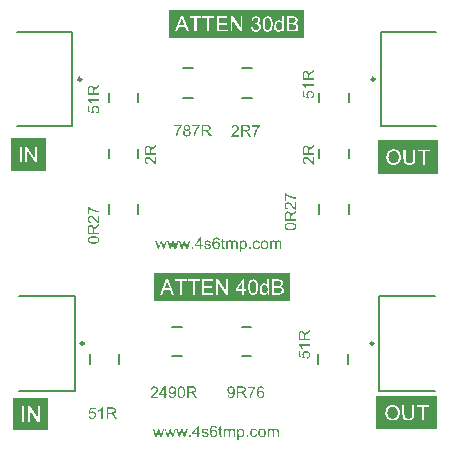
<source format=gbr>
%TF.GenerationSoftware,Altium Limited,Altium Designer,20.0.10 (225)*%
G04 Layer_Color=65535*
%FSLAX26Y26*%
%MOIN*%
%TF.FileFunction,Legend,Top*%
%TF.Part,CustomerPanel*%
G01*
G75*
%TA.AperFunction,NonConductor*%
%ADD19C,0.009842*%
%ADD20C,0.007874*%
G36*
X2654928Y4186969D02*
X2203819D01*
Y4277879D01*
X2654928D01*
Y4186969D01*
D02*
G37*
G36*
X2687439Y4073372D02*
X2679447Y4068321D01*
X2679392D01*
X2679281Y4068210D01*
X2679114Y4068099D01*
X2678892Y4067933D01*
X2678282Y4067544D01*
X2677505Y4067045D01*
X2676672Y4066434D01*
X2675784Y4065824D01*
X2674952Y4065213D01*
X2674175Y4064658D01*
X2674119Y4064603D01*
X2673897Y4064436D01*
X2673564Y4064159D01*
X2673176Y4063770D01*
X2672343Y4062938D01*
X2671955Y4062494D01*
X2671622Y4062050D01*
X2671566Y4061994D01*
X2671511Y4061883D01*
X2671400Y4061661D01*
X2671233Y4061328D01*
X2671067Y4060995D01*
X2670900Y4060607D01*
X2670623Y4059719D01*
Y4059663D01*
X2670567Y4059552D01*
Y4059330D01*
X2670512Y4059053D01*
X2670456Y4058664D01*
Y4058220D01*
X2670401Y4057610D01*
Y4051061D01*
X2687439D01*
Y4045955D01*
X2649033D01*
Y4063770D01*
X2649089Y4064214D01*
Y4064714D01*
X2649144Y4065879D01*
X2649311Y4067100D01*
X2649477Y4068432D01*
X2649755Y4069653D01*
X2649921Y4070264D01*
X2650088Y4070763D01*
Y4070819D01*
X2650143Y4070874D01*
X2650310Y4071207D01*
X2650532Y4071707D01*
X2650920Y4072317D01*
X2651420Y4072983D01*
X2652086Y4073705D01*
X2652863Y4074371D01*
X2653751Y4075037D01*
X2653806D01*
X2653862Y4075092D01*
X2654195Y4075314D01*
X2654750Y4075536D01*
X2655471Y4075869D01*
X2656304Y4076147D01*
X2657303Y4076424D01*
X2658357Y4076591D01*
X2659523Y4076646D01*
X2659578D01*
X2659689D01*
X2659911D01*
X2660189Y4076591D01*
X2660577D01*
X2660966Y4076535D01*
X2661909Y4076313D01*
X2663019Y4075980D01*
X2664185Y4075536D01*
X2665350Y4074870D01*
X2665905Y4074426D01*
X2666460Y4073982D01*
X2666516Y4073927D01*
X2666571Y4073871D01*
X2666738Y4073705D01*
X2666904Y4073483D01*
X2667126Y4073205D01*
X2667348Y4072872D01*
X2667626Y4072428D01*
X2667959Y4071984D01*
X2668236Y4071429D01*
X2668514Y4070819D01*
X2668847Y4070153D01*
X2669124Y4069431D01*
X2669346Y4068599D01*
X2669624Y4067766D01*
X2669790Y4066823D01*
X2669957Y4065824D01*
X2670012Y4065935D01*
X2670123Y4066157D01*
X2670345Y4066490D01*
X2670567Y4066934D01*
X2671178Y4067933D01*
X2671566Y4068432D01*
X2671899Y4068876D01*
X2672010Y4068987D01*
X2672288Y4069265D01*
X2672732Y4069709D01*
X2673287Y4070264D01*
X2674064Y4070874D01*
X2674896Y4071596D01*
X2675895Y4072317D01*
X2677005Y4073094D01*
X2687439Y4079699D01*
Y4073372D01*
D02*
G37*
G36*
Y4027140D02*
X2657414D01*
X2657469Y4027085D01*
X2657691Y4026807D01*
X2658024Y4026474D01*
X2658413Y4025919D01*
X2658912Y4025309D01*
X2659467Y4024532D01*
X2660078Y4023644D01*
X2660688Y4022645D01*
Y4022589D01*
X2660744Y4022534D01*
X2660966Y4022201D01*
X2661243Y4021646D01*
X2661576Y4020980D01*
X2661965Y4020203D01*
X2662353Y4019370D01*
X2662742Y4018538D01*
X2663075Y4017705D01*
X2658524D01*
Y4017761D01*
X2658413Y4017872D01*
X2658357Y4018094D01*
X2658191Y4018371D01*
X2658024Y4018704D01*
X2657802Y4019093D01*
X2657247Y4020036D01*
X2656637Y4021146D01*
X2655860Y4022256D01*
X2654972Y4023422D01*
X2654028Y4024587D01*
X2653973Y4024643D01*
X2653917Y4024698D01*
X2653751Y4024865D01*
X2653584Y4025087D01*
X2653029Y4025586D01*
X2652363Y4026252D01*
X2651586Y4026918D01*
X2650698Y4027640D01*
X2649810Y4028250D01*
X2648867Y4028805D01*
Y4031858D01*
X2687439D01*
Y4027140D01*
D02*
G37*
G36*
X1971512Y4023372D02*
X1963520Y4018321D01*
X1963465D01*
X1963354Y4018210D01*
X1963187Y4018099D01*
X1962965Y4017933D01*
X1962355Y4017544D01*
X1961578Y4017045D01*
X1960745Y4016434D01*
X1959857Y4015824D01*
X1959025Y4015213D01*
X1958248Y4014658D01*
X1958192Y4014603D01*
X1957970Y4014436D01*
X1957637Y4014159D01*
X1957249Y4013770D01*
X1956416Y4012938D01*
X1956028Y4012494D01*
X1955695Y4012050D01*
X1955639Y4011994D01*
X1955584Y4011883D01*
X1955473Y4011661D01*
X1955306Y4011328D01*
X1955140Y4010995D01*
X1954973Y4010607D01*
X1954696Y4009719D01*
Y4009663D01*
X1954640Y4009552D01*
Y4009330D01*
X1954585Y4009053D01*
X1954529Y4008664D01*
Y4008220D01*
X1954474Y4007610D01*
Y4001061D01*
X1971512D01*
Y3995955D01*
X1933106D01*
Y4013770D01*
X1933162Y4014214D01*
Y4014714D01*
X1933217Y4015879D01*
X1933384Y4017100D01*
X1933550Y4018432D01*
X1933828Y4019653D01*
X1933994Y4020264D01*
X1934161Y4020763D01*
Y4020819D01*
X1934216Y4020874D01*
X1934383Y4021207D01*
X1934605Y4021707D01*
X1934993Y4022317D01*
X1935493Y4022983D01*
X1936159Y4023705D01*
X1936936Y4024371D01*
X1937824Y4025037D01*
X1937879D01*
X1937935Y4025092D01*
X1938268Y4025314D01*
X1938823Y4025536D01*
X1939544Y4025869D01*
X1940377Y4026147D01*
X1941376Y4026424D01*
X1942430Y4026591D01*
X1943596Y4026646D01*
X1943651D01*
X1943762D01*
X1943984D01*
X1944262Y4026591D01*
X1944650D01*
X1945039Y4026535D01*
X1945982Y4026313D01*
X1947092Y4025980D01*
X1948258Y4025536D01*
X1949423Y4024870D01*
X1949978Y4024426D01*
X1950533Y4023982D01*
X1950589Y4023927D01*
X1950644Y4023871D01*
X1950811Y4023705D01*
X1950977Y4023483D01*
X1951199Y4023205D01*
X1951421Y4022872D01*
X1951699Y4022428D01*
X1952032Y4021984D01*
X1952309Y4021429D01*
X1952587Y4020819D01*
X1952920Y4020153D01*
X1953197Y4019431D01*
X1953419Y4018599D01*
X1953697Y4017766D01*
X1953863Y4016823D01*
X1954030Y4015824D01*
X1954085Y4015935D01*
X1954196Y4016157D01*
X1954418Y4016490D01*
X1954640Y4016934D01*
X1955251Y4017933D01*
X1955639Y4018432D01*
X1955972Y4018876D01*
X1956083Y4018987D01*
X1956361Y4019265D01*
X1956805Y4019709D01*
X1957360Y4020264D01*
X1958137Y4020874D01*
X1958969Y4021596D01*
X1959968Y4022317D01*
X1961078Y4023094D01*
X1971512Y4029699D01*
Y4023372D01*
D02*
G37*
G36*
X2675340Y4009658D02*
X2675784Y4009602D01*
X2676284Y4009547D01*
X2676894Y4009436D01*
X2677505Y4009325D01*
X2678948Y4008992D01*
X2680446Y4008437D01*
X2681223Y4008104D01*
X2681945Y4007660D01*
X2682722Y4007216D01*
X2683443Y4006661D01*
X2683499Y4006605D01*
X2683665Y4006494D01*
X2683887Y4006272D01*
X2684165Y4005995D01*
X2684498Y4005606D01*
X2684942Y4005162D01*
X2685330Y4004607D01*
X2685774Y4003997D01*
X2686218Y4003331D01*
X2686607Y4002554D01*
X2686995Y4001721D01*
X2687384Y4000833D01*
X2687661Y3999890D01*
X2687883Y3998835D01*
X2688050Y3997725D01*
X2688105Y3996560D01*
Y3996060D01*
X2688050Y3995672D01*
X2687994Y3995228D01*
X2687939Y3994728D01*
X2687883Y3994118D01*
X2687717Y3993507D01*
X2687384Y3992120D01*
X2686884Y3990732D01*
X2686551Y3990011D01*
X2686163Y3989289D01*
X2685719Y3988623D01*
X2685219Y3987957D01*
X2685164Y3987902D01*
X2685108Y3987791D01*
X2684886Y3987680D01*
X2684664Y3987458D01*
X2684387Y3987180D01*
X2684054Y3986903D01*
X2683610Y3986570D01*
X2683110Y3986292D01*
X2682611Y3985959D01*
X2682000Y3985626D01*
X2680668Y3985016D01*
X2679114Y3984516D01*
X2678282Y3984350D01*
X2677394Y3984239D01*
X2677005Y3989178D01*
X2677061D01*
X2677172D01*
X2677338Y3989234D01*
X2677616Y3989289D01*
X2678226Y3989456D01*
X2679059Y3989678D01*
X2679891Y3990011D01*
X2680835Y3990455D01*
X2681667Y3991010D01*
X2682444Y3991676D01*
X2682500Y3991787D01*
X2682722Y3992009D01*
X2682999Y3992453D01*
X2683332Y3993063D01*
X2683665Y3993729D01*
X2683943Y3994562D01*
X2684165Y3995505D01*
X2684220Y3996560D01*
Y3996893D01*
X2684165Y3997115D01*
X2684109Y3997781D01*
X2683887Y3998558D01*
X2683610Y3999501D01*
X2683166Y4000445D01*
X2682500Y4001444D01*
X2682111Y4001888D01*
X2681667Y4002332D01*
X2681612Y4002387D01*
X2681556Y4002443D01*
X2681390Y4002554D01*
X2681223Y4002720D01*
X2680613Y4003109D01*
X2679836Y4003553D01*
X2678892Y4003941D01*
X2677727Y4004330D01*
X2676339Y4004607D01*
X2675618Y4004718D01*
X2674841D01*
X2674785D01*
X2674674D01*
X2674452D01*
X2674175Y4004663D01*
X2673842D01*
X2673453Y4004607D01*
X2672565Y4004441D01*
X2671511Y4004163D01*
X2670456Y4003775D01*
X2669457Y4003220D01*
X2668514Y4002443D01*
X2668458D01*
X2668403Y4002332D01*
X2668125Y4002054D01*
X2667737Y4001555D01*
X2667293Y4000889D01*
X2666904Y4000001D01*
X2666516Y3999002D01*
X2666238Y3997836D01*
X2666127Y3997170D01*
Y3996116D01*
X2666183Y3995672D01*
X2666238Y3995117D01*
X2666405Y3994451D01*
X2666571Y3993785D01*
X2666849Y3993063D01*
X2667182Y3992342D01*
X2667237Y3992286D01*
X2667348Y3992064D01*
X2667626Y3991731D01*
X2667903Y3991287D01*
X2668292Y3990843D01*
X2668791Y3990399D01*
X2669291Y3989900D01*
X2669901Y3989511D01*
X2669291Y3985071D01*
X2649533Y3988790D01*
Y4007882D01*
X2654028D01*
Y3992508D01*
X2664407Y3990455D01*
X2664351Y3990510D01*
X2664296Y3990621D01*
X2664185Y3990788D01*
X2664018Y3991065D01*
X2663852Y3991398D01*
X2663630Y3991787D01*
X2663186Y3992675D01*
X2662742Y3993785D01*
X2662353Y3995006D01*
X2662076Y3996338D01*
X2661965Y3997004D01*
Y3998225D01*
X2662020Y3998558D01*
X2662076Y3999002D01*
X2662131Y3999501D01*
X2662242Y4000056D01*
X2662409Y4000667D01*
X2662797Y4001999D01*
X2663075Y4002720D01*
X2663463Y4003442D01*
X2663852Y4004163D01*
X2664296Y4004885D01*
X2664851Y4005551D01*
X2665461Y4006217D01*
X2665517Y4006272D01*
X2665628Y4006383D01*
X2665794Y4006550D01*
X2666072Y4006772D01*
X2666460Y4007049D01*
X2666849Y4007327D01*
X2667348Y4007660D01*
X2667903Y4007993D01*
X2668514Y4008270D01*
X2669180Y4008603D01*
X2669957Y4008881D01*
X2670734Y4009158D01*
X2671566Y4009380D01*
X2672510Y4009547D01*
X2673453Y4009658D01*
X2674452Y4009713D01*
X2674508D01*
X2674674D01*
X2674952D01*
X2675340Y4009658D01*
D02*
G37*
G36*
X1971512Y3977140D02*
X1941487D01*
X1941542Y3977085D01*
X1941764Y3976807D01*
X1942097Y3976474D01*
X1942486Y3975919D01*
X1942985Y3975309D01*
X1943540Y3974532D01*
X1944151Y3973644D01*
X1944761Y3972645D01*
Y3972589D01*
X1944817Y3972534D01*
X1945039Y3972201D01*
X1945316Y3971646D01*
X1945649Y3970980D01*
X1946038Y3970203D01*
X1946426Y3969370D01*
X1946815Y3968538D01*
X1947148Y3967705D01*
X1942597D01*
Y3967761D01*
X1942486Y3967872D01*
X1942430Y3968094D01*
X1942264Y3968371D01*
X1942097Y3968704D01*
X1941875Y3969093D01*
X1941320Y3970036D01*
X1940710Y3971146D01*
X1939933Y3972256D01*
X1939045Y3973422D01*
X1938101Y3974587D01*
X1938046Y3974643D01*
X1937990Y3974698D01*
X1937824Y3974865D01*
X1937657Y3975087D01*
X1937102Y3975586D01*
X1936436Y3976252D01*
X1935659Y3976918D01*
X1934771Y3977640D01*
X1933883Y3978250D01*
X1932940Y3978805D01*
Y3981858D01*
X1971512D01*
Y3977140D01*
D02*
G37*
G36*
X1959413Y3959658D02*
X1959857Y3959602D01*
X1960357Y3959547D01*
X1960967Y3959436D01*
X1961578Y3959325D01*
X1963021Y3958992D01*
X1964519Y3958437D01*
X1965296Y3958104D01*
X1966018Y3957660D01*
X1966795Y3957216D01*
X1967516Y3956661D01*
X1967572Y3956605D01*
X1967738Y3956494D01*
X1967960Y3956272D01*
X1968238Y3955995D01*
X1968571Y3955606D01*
X1969015Y3955162D01*
X1969403Y3954607D01*
X1969847Y3953997D01*
X1970291Y3953331D01*
X1970680Y3952554D01*
X1971068Y3951721D01*
X1971457Y3950833D01*
X1971734Y3949890D01*
X1971956Y3948835D01*
X1972123Y3947725D01*
X1972178Y3946560D01*
Y3946060D01*
X1972123Y3945672D01*
X1972067Y3945228D01*
X1972012Y3944728D01*
X1971956Y3944118D01*
X1971790Y3943507D01*
X1971457Y3942120D01*
X1970957Y3940732D01*
X1970624Y3940011D01*
X1970236Y3939289D01*
X1969792Y3938623D01*
X1969292Y3937957D01*
X1969237Y3937902D01*
X1969181Y3937791D01*
X1968959Y3937680D01*
X1968737Y3937458D01*
X1968460Y3937180D01*
X1968127Y3936903D01*
X1967683Y3936570D01*
X1967183Y3936292D01*
X1966684Y3935959D01*
X1966073Y3935626D01*
X1964741Y3935016D01*
X1963187Y3934516D01*
X1962355Y3934350D01*
X1961467Y3934239D01*
X1961078Y3939178D01*
X1961134D01*
X1961245D01*
X1961411Y3939234D01*
X1961689Y3939289D01*
X1962299Y3939456D01*
X1963132Y3939678D01*
X1963964Y3940011D01*
X1964908Y3940455D01*
X1965740Y3941010D01*
X1966517Y3941676D01*
X1966573Y3941787D01*
X1966795Y3942009D01*
X1967072Y3942453D01*
X1967405Y3943063D01*
X1967738Y3943729D01*
X1968016Y3944562D01*
X1968238Y3945505D01*
X1968293Y3946560D01*
Y3946893D01*
X1968238Y3947115D01*
X1968182Y3947781D01*
X1967960Y3948558D01*
X1967683Y3949501D01*
X1967239Y3950445D01*
X1966573Y3951444D01*
X1966184Y3951888D01*
X1965740Y3952332D01*
X1965685Y3952387D01*
X1965629Y3952443D01*
X1965463Y3952554D01*
X1965296Y3952720D01*
X1964686Y3953109D01*
X1963909Y3953553D01*
X1962965Y3953941D01*
X1961800Y3954330D01*
X1960412Y3954607D01*
X1959691Y3954718D01*
X1958914D01*
X1958858D01*
X1958747D01*
X1958525D01*
X1958248Y3954663D01*
X1957915D01*
X1957526Y3954607D01*
X1956638Y3954441D01*
X1955584Y3954163D01*
X1954529Y3953775D01*
X1953530Y3953220D01*
X1952587Y3952443D01*
X1952531D01*
X1952476Y3952332D01*
X1952198Y3952054D01*
X1951810Y3951555D01*
X1951366Y3950889D01*
X1950977Y3950001D01*
X1950589Y3949002D01*
X1950311Y3947836D01*
X1950200Y3947170D01*
Y3946116D01*
X1950256Y3945672D01*
X1950311Y3945117D01*
X1950478Y3944451D01*
X1950644Y3943785D01*
X1950922Y3943063D01*
X1951255Y3942342D01*
X1951310Y3942286D01*
X1951421Y3942064D01*
X1951699Y3941731D01*
X1951976Y3941287D01*
X1952365Y3940843D01*
X1952864Y3940399D01*
X1953364Y3939900D01*
X1953974Y3939511D01*
X1953364Y3935071D01*
X1933606Y3938790D01*
Y3957882D01*
X1938101D01*
Y3942508D01*
X1948480Y3940455D01*
X1948424Y3940510D01*
X1948369Y3940621D01*
X1948258Y3940788D01*
X1948091Y3941065D01*
X1947925Y3941398D01*
X1947703Y3941787D01*
X1947259Y3942675D01*
X1946815Y3943785D01*
X1946426Y3945006D01*
X1946149Y3946338D01*
X1946038Y3947004D01*
Y3948225D01*
X1946093Y3948558D01*
X1946149Y3949002D01*
X1946204Y3949501D01*
X1946315Y3950056D01*
X1946482Y3950667D01*
X1946870Y3951999D01*
X1947148Y3952720D01*
X1947536Y3953442D01*
X1947925Y3954163D01*
X1948369Y3954885D01*
X1948924Y3955551D01*
X1949534Y3956217D01*
X1949590Y3956272D01*
X1949701Y3956383D01*
X1949867Y3956550D01*
X1950145Y3956772D01*
X1950533Y3957049D01*
X1950922Y3957327D01*
X1951421Y3957660D01*
X1951976Y3957993D01*
X1952587Y3958270D01*
X1953253Y3958603D01*
X1954030Y3958881D01*
X1954807Y3959158D01*
X1955639Y3959380D01*
X1956583Y3959547D01*
X1957526Y3959658D01*
X1958525Y3959713D01*
X1958581D01*
X1958747D01*
X1959025D01*
X1959413Y3959658D01*
D02*
G37*
G36*
X2330827Y3896366D02*
X2331327D01*
X2332492Y3896310D01*
X2333713Y3896144D01*
X2335045Y3895977D01*
X2336266Y3895700D01*
X2336877Y3895533D01*
X2337376Y3895367D01*
X2337432D01*
X2337487Y3895311D01*
X2337820Y3895145D01*
X2338320Y3894923D01*
X2338930Y3894534D01*
X2339596Y3894035D01*
X2340318Y3893369D01*
X2340984Y3892592D01*
X2341650Y3891704D01*
Y3891648D01*
X2341705Y3891593D01*
X2341927Y3891260D01*
X2342149Y3890705D01*
X2342482Y3889983D01*
X2342760Y3889151D01*
X2343037Y3888152D01*
X2343204Y3887097D01*
X2343259Y3885932D01*
Y3885876D01*
Y3885765D01*
Y3885543D01*
X2343204Y3885266D01*
Y3884877D01*
X2343148Y3884489D01*
X2342926Y3883545D01*
X2342593Y3882435D01*
X2342149Y3881270D01*
X2341483Y3880104D01*
X2341039Y3879549D01*
X2340595Y3878994D01*
X2340540Y3878939D01*
X2340484Y3878883D01*
X2340318Y3878717D01*
X2340096Y3878550D01*
X2339818Y3878328D01*
X2339485Y3878106D01*
X2339041Y3877829D01*
X2338597Y3877496D01*
X2338042Y3877218D01*
X2337432Y3876941D01*
X2336766Y3876608D01*
X2336044Y3876330D01*
X2335212Y3876108D01*
X2334379Y3875831D01*
X2333436Y3875664D01*
X2332437Y3875498D01*
X2332548Y3875442D01*
X2332770Y3875331D01*
X2333103Y3875109D01*
X2333547Y3874887D01*
X2334546Y3874277D01*
X2335045Y3873888D01*
X2335489Y3873555D01*
X2335600Y3873444D01*
X2335878Y3873167D01*
X2336322Y3872723D01*
X2336877Y3872168D01*
X2337487Y3871391D01*
X2338209Y3870558D01*
X2338930Y3869559D01*
X2339707Y3868449D01*
X2346312Y3858015D01*
X2339985D01*
X2334934Y3866007D01*
Y3866063D01*
X2334823Y3866174D01*
X2334712Y3866340D01*
X2334546Y3866562D01*
X2334157Y3867173D01*
X2333658Y3867950D01*
X2333047Y3868782D01*
X2332437Y3869670D01*
X2331826Y3870503D01*
X2331271Y3871280D01*
X2331216Y3871335D01*
X2331049Y3871557D01*
X2330772Y3871890D01*
X2330383Y3872279D01*
X2329551Y3873111D01*
X2329107Y3873500D01*
X2328663Y3873833D01*
X2328607Y3873888D01*
X2328496Y3873944D01*
X2328274Y3874055D01*
X2327941Y3874221D01*
X2327608Y3874388D01*
X2327220Y3874554D01*
X2326332Y3874832D01*
X2326276D01*
X2326165Y3874887D01*
X2325943D01*
X2325666Y3874943D01*
X2325277Y3874998D01*
X2324833D01*
X2324223Y3875054D01*
X2317674D01*
Y3858015D01*
X2312568D01*
Y3896421D01*
X2330383D01*
X2330827Y3896366D01*
D02*
G37*
G36*
X2305908Y3892203D02*
X2305852Y3892148D01*
X2305741Y3892037D01*
X2305519Y3891815D01*
X2305297Y3891482D01*
X2304964Y3891093D01*
X2304520Y3890649D01*
X2304076Y3890094D01*
X2303577Y3889428D01*
X2303077Y3888762D01*
X2302467Y3887985D01*
X2301856Y3887097D01*
X2301246Y3886209D01*
X2300580Y3885210D01*
X2299914Y3884156D01*
X2299248Y3882990D01*
X2298582Y3881825D01*
X2298526Y3881769D01*
X2298415Y3881547D01*
X2298249Y3881214D01*
X2297971Y3880715D01*
X2297694Y3880104D01*
X2297361Y3879438D01*
X2296972Y3878661D01*
X2296584Y3877773D01*
X2296140Y3876774D01*
X2295640Y3875775D01*
X2295196Y3874665D01*
X2294752Y3873500D01*
X2293864Y3871113D01*
X2293032Y3868560D01*
Y3868505D01*
X2292976Y3868338D01*
X2292921Y3868061D01*
X2292810Y3867728D01*
X2292699Y3867284D01*
X2292588Y3866729D01*
X2292421Y3866118D01*
X2292310Y3865452D01*
X2292144Y3864675D01*
X2291977Y3863843D01*
X2291700Y3862067D01*
X2291422Y3860124D01*
X2291256Y3858015D01*
X2286427D01*
Y3858071D01*
Y3858237D01*
Y3858459D01*
X2286483Y3858792D01*
Y3859236D01*
X2286538Y3859791D01*
X2286594Y3860402D01*
X2286649Y3861068D01*
X2286760Y3861845D01*
X2286871Y3862622D01*
X2287038Y3863565D01*
X2287204Y3864509D01*
X2287371Y3865508D01*
X2287593Y3866618D01*
X2288148Y3868893D01*
Y3868949D01*
X2288203Y3869171D01*
X2288314Y3869504D01*
X2288481Y3870003D01*
X2288647Y3870558D01*
X2288869Y3871224D01*
X2289091Y3872001D01*
X2289424Y3872834D01*
X2289757Y3873777D01*
X2290090Y3874721D01*
X2290923Y3876830D01*
X2291922Y3879050D01*
X2293032Y3881270D01*
X2293087Y3881325D01*
X2293198Y3881547D01*
X2293365Y3881825D01*
X2293587Y3882269D01*
X2293864Y3882768D01*
X2294253Y3883379D01*
X2294641Y3884045D01*
X2295085Y3884766D01*
X2296140Y3886376D01*
X2297250Y3888041D01*
X2298526Y3889761D01*
X2299858Y3891371D01*
X2281044D01*
Y3895922D01*
X2305908D01*
Y3892203D01*
D02*
G37*
G36*
X2246190D02*
X2246134Y3892148D01*
X2246023Y3892037D01*
X2245801Y3891815D01*
X2245579Y3891482D01*
X2245246Y3891093D01*
X2244802Y3890649D01*
X2244358Y3890094D01*
X2243859Y3889428D01*
X2243359Y3888762D01*
X2242749Y3887985D01*
X2242138Y3887097D01*
X2241528Y3886209D01*
X2240862Y3885210D01*
X2240196Y3884156D01*
X2239530Y3882990D01*
X2238864Y3881825D01*
X2238808Y3881769D01*
X2238697Y3881547D01*
X2238531Y3881214D01*
X2238253Y3880715D01*
X2237976Y3880104D01*
X2237643Y3879438D01*
X2237254Y3878661D01*
X2236866Y3877773D01*
X2236422Y3876774D01*
X2235922Y3875775D01*
X2235478Y3874665D01*
X2235034Y3873500D01*
X2234146Y3871113D01*
X2233314Y3868560D01*
Y3868505D01*
X2233258Y3868338D01*
X2233203Y3868061D01*
X2233092Y3867728D01*
X2232981Y3867284D01*
X2232870Y3866729D01*
X2232703Y3866118D01*
X2232592Y3865452D01*
X2232426Y3864675D01*
X2232259Y3863843D01*
X2231982Y3862067D01*
X2231704Y3860124D01*
X2231538Y3858015D01*
X2226709D01*
Y3858071D01*
Y3858237D01*
Y3858459D01*
X2226765Y3858792D01*
Y3859236D01*
X2226820Y3859791D01*
X2226876Y3860402D01*
X2226931Y3861068D01*
X2227042Y3861845D01*
X2227153Y3862622D01*
X2227320Y3863565D01*
X2227486Y3864509D01*
X2227653Y3865508D01*
X2227875Y3866618D01*
X2228430Y3868893D01*
Y3868949D01*
X2228485Y3869171D01*
X2228596Y3869504D01*
X2228763Y3870003D01*
X2228929Y3870558D01*
X2229151Y3871224D01*
X2229373Y3872001D01*
X2229706Y3872834D01*
X2230039Y3873777D01*
X2230372Y3874721D01*
X2231205Y3876830D01*
X2232204Y3879050D01*
X2233314Y3881270D01*
X2233369Y3881325D01*
X2233480Y3881547D01*
X2233647Y3881825D01*
X2233869Y3882269D01*
X2234146Y3882768D01*
X2234535Y3883379D01*
X2234923Y3884045D01*
X2235367Y3884766D01*
X2236422Y3886376D01*
X2237532Y3888041D01*
X2238808Y3889761D01*
X2240140Y3891371D01*
X2221326D01*
Y3895922D01*
X2246190D01*
Y3892203D01*
D02*
G37*
G36*
X2506049Y3891537D02*
X2505994Y3891482D01*
X2505883Y3891371D01*
X2505661Y3891149D01*
X2505439Y3890816D01*
X2505106Y3890427D01*
X2504662Y3889983D01*
X2504218Y3889428D01*
X2503718Y3888762D01*
X2503219Y3888096D01*
X2502608Y3887319D01*
X2501998Y3886431D01*
X2501387Y3885543D01*
X2500721Y3884544D01*
X2500055Y3883490D01*
X2499389Y3882324D01*
X2498723Y3881159D01*
X2498668Y3881103D01*
X2498557Y3880881D01*
X2498390Y3880548D01*
X2498113Y3880049D01*
X2497835Y3879438D01*
X2497502Y3878772D01*
X2497114Y3877995D01*
X2496725Y3877107D01*
X2496281Y3876108D01*
X2495782Y3875109D01*
X2495338Y3873999D01*
X2494894Y3872834D01*
X2494006Y3870447D01*
X2493173Y3867894D01*
Y3867839D01*
X2493118Y3867672D01*
X2493062Y3867395D01*
X2492951Y3867062D01*
X2492840Y3866618D01*
X2492729Y3866063D01*
X2492563Y3865452D01*
X2492452Y3864786D01*
X2492285Y3864009D01*
X2492119Y3863177D01*
X2491841Y3861401D01*
X2491564Y3859458D01*
X2491397Y3857349D01*
X2486569D01*
Y3857405D01*
Y3857571D01*
Y3857793D01*
X2486624Y3858126D01*
Y3858570D01*
X2486680Y3859125D01*
X2486735Y3859736D01*
X2486791Y3860402D01*
X2486902Y3861179D01*
X2487013Y3861956D01*
X2487179Y3862899D01*
X2487346Y3863843D01*
X2487512Y3864842D01*
X2487734Y3865952D01*
X2488289Y3868227D01*
Y3868283D01*
X2488345Y3868505D01*
X2488456Y3868838D01*
X2488622Y3869337D01*
X2488789Y3869892D01*
X2489011Y3870558D01*
X2489233Y3871335D01*
X2489566Y3872168D01*
X2489899Y3873111D01*
X2490232Y3874055D01*
X2491064Y3876164D01*
X2492063Y3878384D01*
X2493173Y3880604D01*
X2493229Y3880659D01*
X2493340Y3880881D01*
X2493506Y3881159D01*
X2493728Y3881603D01*
X2494006Y3882102D01*
X2494394Y3882713D01*
X2494783Y3883379D01*
X2495227Y3884100D01*
X2496281Y3885710D01*
X2497391Y3887375D01*
X2498668Y3889095D01*
X2500000Y3890705D01*
X2481185D01*
Y3895256D01*
X2506049D01*
Y3891537D01*
D02*
G37*
G36*
X2462371Y3895700D02*
X2462870D01*
X2464036Y3895644D01*
X2465257Y3895478D01*
X2466589Y3895311D01*
X2467810Y3895034D01*
X2468420Y3894867D01*
X2468920Y3894701D01*
X2468975D01*
X2469031Y3894645D01*
X2469364Y3894479D01*
X2469863Y3894257D01*
X2470474Y3893868D01*
X2471140Y3893369D01*
X2471861Y3892703D01*
X2472527Y3891926D01*
X2473193Y3891038D01*
Y3890982D01*
X2473249Y3890927D01*
X2473471Y3890594D01*
X2473693Y3890039D01*
X2474026Y3889317D01*
X2474303Y3888485D01*
X2474581Y3887486D01*
X2474747Y3886431D01*
X2474803Y3885266D01*
Y3885210D01*
Y3885099D01*
Y3884877D01*
X2474747Y3884600D01*
Y3884211D01*
X2474692Y3883823D01*
X2474470Y3882879D01*
X2474137Y3881769D01*
X2473693Y3880604D01*
X2473027Y3879438D01*
X2472583Y3878883D01*
X2472139Y3878328D01*
X2472083Y3878273D01*
X2472028Y3878217D01*
X2471861Y3878051D01*
X2471639Y3877884D01*
X2471362Y3877662D01*
X2471029Y3877440D01*
X2470585Y3877163D01*
X2470141Y3876830D01*
X2469586Y3876552D01*
X2468975Y3876275D01*
X2468309Y3875942D01*
X2467588Y3875664D01*
X2466755Y3875442D01*
X2465923Y3875165D01*
X2464979Y3874998D01*
X2463980Y3874832D01*
X2464091Y3874776D01*
X2464313Y3874665D01*
X2464646Y3874443D01*
X2465090Y3874221D01*
X2466089Y3873611D01*
X2466589Y3873222D01*
X2467033Y3872889D01*
X2467144Y3872778D01*
X2467421Y3872501D01*
X2467865Y3872057D01*
X2468420Y3871502D01*
X2469031Y3870725D01*
X2469752Y3869892D01*
X2470474Y3868893D01*
X2471251Y3867783D01*
X2477855Y3857349D01*
X2471528D01*
X2466478Y3865341D01*
Y3865397D01*
X2466367Y3865508D01*
X2466256Y3865674D01*
X2466089Y3865896D01*
X2465701Y3866507D01*
X2465201Y3867284D01*
X2464591Y3868116D01*
X2463980Y3869004D01*
X2463370Y3869837D01*
X2462815Y3870614D01*
X2462759Y3870669D01*
X2462593Y3870891D01*
X2462315Y3871224D01*
X2461927Y3871613D01*
X2461094Y3872445D01*
X2460650Y3872834D01*
X2460206Y3873167D01*
X2460151Y3873222D01*
X2460040Y3873278D01*
X2459818Y3873389D01*
X2459485Y3873555D01*
X2459152Y3873722D01*
X2458763Y3873888D01*
X2457875Y3874166D01*
X2457820D01*
X2457709Y3874221D01*
X2457487D01*
X2457209Y3874277D01*
X2456821Y3874332D01*
X2456377D01*
X2455766Y3874388D01*
X2449217D01*
Y3857349D01*
X2444111D01*
Y3895755D01*
X2461927D01*
X2462371Y3895700D01*
D02*
G37*
G36*
X2425907Y3895866D02*
X2426351Y3895811D01*
X2426906Y3895755D01*
X2427517Y3895644D01*
X2428127Y3895533D01*
X2429570Y3895145D01*
X2431013Y3894590D01*
X2431735Y3894257D01*
X2432456Y3893868D01*
X2433122Y3893369D01*
X2433733Y3892814D01*
X2433788Y3892758D01*
X2433899Y3892703D01*
X2434010Y3892481D01*
X2434232Y3892259D01*
X2434510Y3891981D01*
X2434787Y3891593D01*
X2435065Y3891204D01*
X2435398Y3890705D01*
X2435953Y3889650D01*
X2436508Y3888318D01*
X2436730Y3887652D01*
X2436841Y3886875D01*
X2436952Y3886098D01*
X2437007Y3885266D01*
Y3885155D01*
Y3884877D01*
X2436952Y3884433D01*
X2436896Y3883823D01*
X2436785Y3883157D01*
X2436563Y3882380D01*
X2436341Y3881547D01*
X2436008Y3880715D01*
X2435953Y3880604D01*
X2435842Y3880326D01*
X2435620Y3879882D01*
X2435287Y3879272D01*
X2434843Y3878606D01*
X2434288Y3877773D01*
X2433622Y3876941D01*
X2432845Y3875997D01*
X2432734Y3875886D01*
X2432456Y3875553D01*
X2432179Y3875276D01*
X2431901Y3874998D01*
X2431568Y3874665D01*
X2431124Y3874221D01*
X2430680Y3873777D01*
X2430125Y3873278D01*
X2429570Y3872723D01*
X2428904Y3872112D01*
X2428183Y3871502D01*
X2427406Y3870780D01*
X2426518Y3870059D01*
X2425630Y3869282D01*
X2425574Y3869226D01*
X2425463Y3869115D01*
X2425241Y3868949D01*
X2424964Y3868727D01*
X2424631Y3868394D01*
X2424242Y3868061D01*
X2423354Y3867339D01*
X2422411Y3866507D01*
X2421523Y3865674D01*
X2420746Y3864953D01*
X2420413Y3864675D01*
X2420135Y3864398D01*
X2420080Y3864342D01*
X2419913Y3864176D01*
X2419691Y3863954D01*
X2419414Y3863621D01*
X2419136Y3863232D01*
X2418803Y3862844D01*
X2418137Y3861900D01*
X2437063D01*
Y3857349D01*
X2411588D01*
Y3857405D01*
Y3857627D01*
Y3857960D01*
X2411644Y3858404D01*
X2411699Y3858903D01*
X2411810Y3859458D01*
X2411921Y3860013D01*
X2412143Y3860624D01*
Y3860679D01*
X2412199Y3860735D01*
X2412310Y3861068D01*
X2412532Y3861567D01*
X2412865Y3862233D01*
X2413309Y3863010D01*
X2413864Y3863898D01*
X2414474Y3864786D01*
X2415251Y3865730D01*
Y3865785D01*
X2415362Y3865841D01*
X2415640Y3866174D01*
X2416139Y3866673D01*
X2416861Y3867395D01*
X2417693Y3868227D01*
X2418748Y3869226D01*
X2420024Y3870336D01*
X2421412Y3871502D01*
X2421467Y3871557D01*
X2421689Y3871724D01*
X2422022Y3872001D01*
X2422411Y3872334D01*
X2422910Y3872778D01*
X2423521Y3873278D01*
X2424131Y3873833D01*
X2424853Y3874443D01*
X2426240Y3875775D01*
X2427628Y3877107D01*
X2428294Y3877773D01*
X2428904Y3878439D01*
X2429459Y3879050D01*
X2429903Y3879660D01*
Y3879716D01*
X2430014Y3879771D01*
X2430125Y3879938D01*
X2430236Y3880160D01*
X2430625Y3880770D01*
X2431069Y3881492D01*
X2431457Y3882380D01*
X2431846Y3883323D01*
X2432068Y3884378D01*
X2432179Y3885377D01*
Y3885432D01*
Y3885488D01*
X2432123Y3885821D01*
X2432068Y3886376D01*
X2431901Y3886986D01*
X2431679Y3887763D01*
X2431291Y3888540D01*
X2430791Y3889317D01*
X2430125Y3890094D01*
X2430014Y3890205D01*
X2429737Y3890427D01*
X2429348Y3890705D01*
X2428738Y3891093D01*
X2427961Y3891426D01*
X2427073Y3891759D01*
X2426018Y3891981D01*
X2424853Y3892037D01*
X2424520D01*
X2424298Y3891981D01*
X2423632Y3891926D01*
X2422855Y3891759D01*
X2422022Y3891537D01*
X2421079Y3891149D01*
X2420191Y3890649D01*
X2419358Y3889983D01*
X2419247Y3889872D01*
X2419025Y3889595D01*
X2418692Y3889151D01*
X2418359Y3888485D01*
X2417971Y3887708D01*
X2417638Y3886709D01*
X2417416Y3885599D01*
X2417305Y3884322D01*
X2412476Y3884822D01*
Y3884877D01*
X2412532Y3885044D01*
Y3885321D01*
X2412587Y3885710D01*
X2412698Y3886154D01*
X2412809Y3886653D01*
X2412976Y3887264D01*
X2413142Y3887874D01*
X2413586Y3889206D01*
X2414252Y3890538D01*
X2414641Y3891204D01*
X2415140Y3891870D01*
X2415640Y3892481D01*
X2416195Y3893036D01*
X2416250Y3893091D01*
X2416361Y3893147D01*
X2416528Y3893313D01*
X2416805Y3893480D01*
X2417138Y3893702D01*
X2417527Y3893924D01*
X2417971Y3894201D01*
X2418526Y3894479D01*
X2419136Y3894756D01*
X2419802Y3895034D01*
X2420524Y3895256D01*
X2421301Y3895478D01*
X2422133Y3895644D01*
X2423021Y3895811D01*
X2423965Y3895866D01*
X2424964Y3895922D01*
X2425519D01*
X2425907Y3895866D01*
D02*
G37*
G36*
X2264172Y3896532D02*
X2264616Y3896477D01*
X2265115Y3896421D01*
X2265670Y3896366D01*
X2266225Y3896199D01*
X2267557Y3895866D01*
X2268889Y3895367D01*
X2269555Y3895034D01*
X2270221Y3894645D01*
X2270832Y3894146D01*
X2271442Y3893646D01*
X2271498Y3893591D01*
X2271553Y3893535D01*
X2271720Y3893369D01*
X2271942Y3893147D01*
X2272164Y3892814D01*
X2272441Y3892481D01*
X2272996Y3891648D01*
X2273551Y3890594D01*
X2274051Y3889373D01*
X2274439Y3887985D01*
X2274495Y3887264D01*
X2274550Y3886487D01*
Y3886431D01*
Y3886376D01*
Y3886043D01*
X2274495Y3885543D01*
X2274384Y3884933D01*
X2274217Y3884156D01*
X2273940Y3883379D01*
X2273607Y3882602D01*
X2273107Y3881825D01*
X2273052Y3881714D01*
X2272830Y3881492D01*
X2272497Y3881159D01*
X2272053Y3880715D01*
X2271442Y3880215D01*
X2270721Y3879716D01*
X2269888Y3879216D01*
X2268889Y3878772D01*
X2268945D01*
X2269056Y3878717D01*
X2269222Y3878661D01*
X2269444Y3878550D01*
X2270110Y3878273D01*
X2270887Y3877884D01*
X2271720Y3877329D01*
X2272608Y3876719D01*
X2273440Y3875942D01*
X2274217Y3875054D01*
Y3874998D01*
X2274273Y3874943D01*
X2274495Y3874610D01*
X2274828Y3874055D01*
X2275161Y3873333D01*
X2275494Y3872445D01*
X2275827Y3871391D01*
X2276049Y3870225D01*
X2276104Y3868949D01*
Y3868893D01*
Y3868727D01*
Y3868449D01*
X2276049Y3868116D01*
X2275993Y3867728D01*
X2275938Y3867228D01*
X2275827Y3866673D01*
X2275660Y3866063D01*
X2275272Y3864786D01*
X2274994Y3864065D01*
X2274606Y3863399D01*
X2274217Y3862677D01*
X2273773Y3862011D01*
X2273218Y3861345D01*
X2272608Y3860679D01*
X2272552Y3860624D01*
X2272441Y3860513D01*
X2272275Y3860346D01*
X2271997Y3860180D01*
X2271609Y3859902D01*
X2271220Y3859625D01*
X2270721Y3859347D01*
X2270166Y3859014D01*
X2269555Y3858681D01*
X2268834Y3858404D01*
X2268057Y3858126D01*
X2267280Y3857849D01*
X2266392Y3857682D01*
X2265448Y3857516D01*
X2264505Y3857405D01*
X2263450Y3857349D01*
X2262895D01*
X2262507Y3857405D01*
X2262007Y3857460D01*
X2261452Y3857516D01*
X2260842Y3857627D01*
X2260176Y3857793D01*
X2258677Y3858182D01*
X2257900Y3858459D01*
X2257179Y3858737D01*
X2256402Y3859125D01*
X2255625Y3859569D01*
X2254903Y3860069D01*
X2254237Y3860679D01*
X2254182Y3860735D01*
X2254071Y3860846D01*
X2253904Y3861012D01*
X2253682Y3861290D01*
X2253460Y3861623D01*
X2253127Y3862011D01*
X2252850Y3862455D01*
X2252517Y3863010D01*
X2252184Y3863565D01*
X2251906Y3864231D01*
X2251351Y3865619D01*
X2251129Y3866451D01*
X2250963Y3867284D01*
X2250852Y3868172D01*
X2250796Y3869060D01*
Y3869115D01*
Y3869226D01*
Y3869448D01*
X2250852Y3869670D01*
Y3870003D01*
X2250907Y3870392D01*
X2251018Y3871280D01*
X2251240Y3872279D01*
X2251573Y3873278D01*
X2252073Y3874332D01*
X2252683Y3875331D01*
Y3875387D01*
X2252794Y3875442D01*
X2253016Y3875720D01*
X2253460Y3876164D01*
X2254071Y3876719D01*
X2254848Y3877274D01*
X2255791Y3877884D01*
X2256846Y3878384D01*
X2258122Y3878772D01*
X2258067D01*
X2258011Y3878828D01*
X2257845Y3878883D01*
X2257623Y3878994D01*
X2257123Y3879216D01*
X2256457Y3879549D01*
X2255736Y3879993D01*
X2255014Y3880548D01*
X2254348Y3881159D01*
X2253738Y3881825D01*
X2253682Y3881936D01*
X2253516Y3882158D01*
X2253294Y3882602D01*
X2253072Y3883157D01*
X2252794Y3883878D01*
X2252572Y3884711D01*
X2252406Y3885654D01*
X2252350Y3886653D01*
Y3886709D01*
Y3886820D01*
Y3887042D01*
X2252406Y3887375D01*
X2252461Y3887708D01*
X2252517Y3888152D01*
X2252739Y3889095D01*
X2253072Y3890205D01*
X2253627Y3891371D01*
X2253960Y3891981D01*
X2254348Y3892592D01*
X2254848Y3893147D01*
X2255347Y3893702D01*
X2255403Y3893757D01*
X2255514Y3893813D01*
X2255680Y3893979D01*
X2255902Y3894146D01*
X2256180Y3894368D01*
X2256568Y3894590D01*
X2257012Y3894867D01*
X2257456Y3895145D01*
X2258011Y3895422D01*
X2258622Y3895700D01*
X2259288Y3895922D01*
X2260009Y3896144D01*
X2261563Y3896477D01*
X2262451Y3896532D01*
X2263339Y3896588D01*
X2263839D01*
X2264172Y3896532D01*
D02*
G37*
G36*
X2688105Y3823775D02*
X2680113Y3818725D01*
X2680057D01*
X2679947Y3818614D01*
X2679780Y3818503D01*
X2679558Y3818336D01*
X2678948Y3817948D01*
X2678171Y3817448D01*
X2677338Y3816838D01*
X2676450Y3816227D01*
X2675617Y3815617D01*
X2674840Y3815062D01*
X2674785Y3815006D01*
X2674563Y3814840D01*
X2674230Y3814562D01*
X2673841Y3814174D01*
X2673009Y3813341D01*
X2672620Y3812897D01*
X2672287Y3812453D01*
X2672232Y3812398D01*
X2672177Y3812287D01*
X2672066Y3812065D01*
X2671899Y3811732D01*
X2671733Y3811399D01*
X2671566Y3811010D01*
X2671289Y3810122D01*
Y3810067D01*
X2671233Y3809956D01*
Y3809734D01*
X2671177Y3809456D01*
X2671122Y3809068D01*
Y3808624D01*
X2671066Y3808013D01*
Y3801464D01*
X2688105D01*
Y3796358D01*
X2649699D01*
Y3814174D01*
X2649755Y3814618D01*
Y3815117D01*
X2649810Y3816283D01*
X2649977Y3817504D01*
X2650143Y3818836D01*
X2650421Y3820057D01*
X2650587Y3820667D01*
X2650753Y3821167D01*
Y3821222D01*
X2650809Y3821278D01*
X2650976Y3821611D01*
X2651198Y3822110D01*
X2651586Y3822721D01*
X2652086Y3823387D01*
X2652751Y3824108D01*
X2653528Y3824774D01*
X2654416Y3825440D01*
X2654472D01*
X2654528Y3825496D01*
X2654860Y3825718D01*
X2655416Y3825940D01*
X2656137Y3826273D01*
X2656970Y3826550D01*
X2657968Y3826828D01*
X2659023Y3826994D01*
X2660189Y3827050D01*
X2660244D01*
X2660355D01*
X2660577D01*
X2660854Y3826994D01*
X2661243D01*
X2661631Y3826939D01*
X2662575Y3826717D01*
X2663685Y3826384D01*
X2664851Y3825940D01*
X2666016Y3825274D01*
X2666571Y3824830D01*
X2667126Y3824386D01*
X2667182Y3824330D01*
X2667237Y3824275D01*
X2667403Y3824108D01*
X2667570Y3823886D01*
X2667792Y3823609D01*
X2668014Y3823276D01*
X2668291Y3822832D01*
X2668624Y3822388D01*
X2668902Y3821833D01*
X2669180Y3821222D01*
X2669512Y3820556D01*
X2669790Y3819835D01*
X2670012Y3819002D01*
X2670289Y3818170D01*
X2670456Y3817226D01*
X2670622Y3816227D01*
X2670678Y3816338D01*
X2670789Y3816560D01*
X2671011Y3816893D01*
X2671233Y3817337D01*
X2671843Y3818336D01*
X2672232Y3818836D01*
X2672565Y3819280D01*
X2672676Y3819391D01*
X2672954Y3819668D01*
X2673398Y3820112D01*
X2673952Y3820667D01*
X2674729Y3821278D01*
X2675562Y3821999D01*
X2676561Y3822721D01*
X2677671Y3823498D01*
X2688105Y3830102D01*
Y3823775D01*
D02*
G37*
G36*
X2161845D02*
X2153853Y3818725D01*
X2153798D01*
X2153687Y3818614D01*
X2153520Y3818503D01*
X2153298Y3818336D01*
X2152688Y3817948D01*
X2151911Y3817448D01*
X2151078Y3816838D01*
X2150190Y3816227D01*
X2149358Y3815617D01*
X2148581Y3815062D01*
X2148525Y3815006D01*
X2148303Y3814840D01*
X2147970Y3814562D01*
X2147582Y3814174D01*
X2146749Y3813341D01*
X2146361Y3812897D01*
X2146028Y3812453D01*
X2145972Y3812398D01*
X2145917Y3812287D01*
X2145806Y3812065D01*
X2145639Y3811732D01*
X2145473Y3811399D01*
X2145306Y3811010D01*
X2145029Y3810122D01*
Y3810067D01*
X2144973Y3809956D01*
Y3809734D01*
X2144918Y3809456D01*
X2144862Y3809068D01*
Y3808624D01*
X2144807Y3808013D01*
Y3801464D01*
X2161845D01*
Y3796358D01*
X2123439D01*
Y3814174D01*
X2123495Y3814618D01*
Y3815117D01*
X2123550Y3816283D01*
X2123717Y3817504D01*
X2123883Y3818836D01*
X2124161Y3820057D01*
X2124327Y3820667D01*
X2124494Y3821167D01*
Y3821222D01*
X2124549Y3821278D01*
X2124716Y3821611D01*
X2124938Y3822110D01*
X2125326Y3822721D01*
X2125826Y3823387D01*
X2126492Y3824108D01*
X2127269Y3824774D01*
X2128157Y3825440D01*
X2128212D01*
X2128268Y3825496D01*
X2128601Y3825718D01*
X2129156Y3825940D01*
X2129877Y3826273D01*
X2130710Y3826550D01*
X2131709Y3826828D01*
X2132763Y3826994D01*
X2133929Y3827050D01*
X2133984D01*
X2134095D01*
X2134317D01*
X2134595Y3826994D01*
X2134983D01*
X2135372Y3826939D01*
X2136315Y3826717D01*
X2137425Y3826384D01*
X2138591Y3825940D01*
X2139756Y3825274D01*
X2140311Y3824830D01*
X2140866Y3824386D01*
X2140922Y3824330D01*
X2140977Y3824275D01*
X2141144Y3824108D01*
X2141310Y3823886D01*
X2141532Y3823609D01*
X2141754Y3823276D01*
X2142032Y3822832D01*
X2142365Y3822388D01*
X2142642Y3821833D01*
X2142920Y3821222D01*
X2143253Y3820556D01*
X2143530Y3819835D01*
X2143752Y3819002D01*
X2144030Y3818170D01*
X2144196Y3817226D01*
X2144363Y3816227D01*
X2144418Y3816338D01*
X2144529Y3816560D01*
X2144751Y3816893D01*
X2144973Y3817337D01*
X2145584Y3818336D01*
X2145972Y3818836D01*
X2146305Y3819280D01*
X2146416Y3819391D01*
X2146694Y3819668D01*
X2147138Y3820112D01*
X2147693Y3820667D01*
X2148470Y3821278D01*
X2149302Y3821999D01*
X2150301Y3822721D01*
X2151411Y3823498D01*
X2161845Y3830102D01*
Y3823775D01*
D02*
G37*
G36*
X2688105Y3763835D02*
X2688050D01*
X2687827D01*
X2687494D01*
X2687050Y3763891D01*
X2686551Y3763946D01*
X2685996Y3764057D01*
X2685441Y3764168D01*
X2684831Y3764390D01*
X2684775D01*
X2684720Y3764446D01*
X2684387Y3764557D01*
X2683887Y3764779D01*
X2683221Y3765112D01*
X2682444Y3765556D01*
X2681556Y3766111D01*
X2680668Y3766721D01*
X2679724Y3767498D01*
X2679669D01*
X2679613Y3767609D01*
X2679280Y3767887D01*
X2678781Y3768386D01*
X2678059Y3769108D01*
X2677227Y3769940D01*
X2676228Y3770995D01*
X2675118Y3772271D01*
X2673952Y3773659D01*
X2673897Y3773714D01*
X2673731Y3773936D01*
X2673453Y3774269D01*
X2673120Y3774658D01*
X2672676Y3775157D01*
X2672177Y3775768D01*
X2671622Y3776378D01*
X2671011Y3777100D01*
X2669679Y3778487D01*
X2668347Y3779875D01*
X2667681Y3780541D01*
X2667015Y3781151D01*
X2666405Y3781706D01*
X2665794Y3782150D01*
X2665738D01*
X2665683Y3782261D01*
X2665517Y3782372D01*
X2665294Y3782483D01*
X2664684Y3782872D01*
X2663963Y3783316D01*
X2663075Y3783704D01*
X2662131Y3784093D01*
X2661077Y3784315D01*
X2660077Y3784426D01*
X2660022D01*
X2659966D01*
X2659633Y3784370D01*
X2659079Y3784315D01*
X2658468Y3784148D01*
X2657691Y3783926D01*
X2656914Y3783538D01*
X2656137Y3783038D01*
X2655360Y3782372D01*
X2655249Y3782261D01*
X2655027Y3781984D01*
X2654749Y3781595D01*
X2654361Y3780985D01*
X2654028Y3780208D01*
X2653695Y3779320D01*
X2653473Y3778265D01*
X2653418Y3777100D01*
Y3776767D01*
X2653473Y3776545D01*
X2653528Y3775879D01*
X2653695Y3775102D01*
X2653917Y3774269D01*
X2654305Y3773326D01*
X2654805Y3772438D01*
X2655471Y3771605D01*
X2655582Y3771494D01*
X2655860Y3771272D01*
X2656303Y3770939D01*
X2656970Y3770606D01*
X2657747Y3770218D01*
X2658745Y3769885D01*
X2659856Y3769663D01*
X2661132Y3769552D01*
X2660633Y3764723D01*
X2660577D01*
X2660410Y3764779D01*
X2660133D01*
X2659744Y3764834D01*
X2659300Y3764945D01*
X2658801Y3765056D01*
X2658191Y3765223D01*
X2657580Y3765389D01*
X2656248Y3765833D01*
X2654916Y3766499D01*
X2654250Y3766888D01*
X2653584Y3767387D01*
X2652974Y3767887D01*
X2652419Y3768442D01*
X2652363Y3768497D01*
X2652307Y3768608D01*
X2652141Y3768775D01*
X2651974Y3769052D01*
X2651753Y3769385D01*
X2651530Y3769774D01*
X2651253Y3770218D01*
X2650976Y3770773D01*
X2650698Y3771383D01*
X2650421Y3772049D01*
X2650198Y3772771D01*
X2649977Y3773548D01*
X2649810Y3774380D01*
X2649644Y3775268D01*
X2649588Y3776212D01*
X2649532Y3777211D01*
Y3777766D01*
X2649588Y3778154D01*
X2649644Y3778598D01*
X2649699Y3779153D01*
X2649810Y3779764D01*
X2649921Y3780374D01*
X2650309Y3781817D01*
X2650865Y3783260D01*
X2651198Y3783982D01*
X2651586Y3784703D01*
X2652086Y3785369D01*
X2652640Y3785980D01*
X2652696Y3786035D01*
X2652751Y3786146D01*
X2652974Y3786257D01*
X2653195Y3786479D01*
X2653473Y3786757D01*
X2653861Y3787034D01*
X2654250Y3787312D01*
X2654749Y3787645D01*
X2655804Y3788200D01*
X2657136Y3788755D01*
X2657802Y3788977D01*
X2658579Y3789088D01*
X2659356Y3789199D01*
X2660189Y3789254D01*
X2660300D01*
X2660577D01*
X2661021Y3789199D01*
X2661631Y3789143D01*
X2662298Y3789032D01*
X2663075Y3788810D01*
X2663907Y3788588D01*
X2664740Y3788255D01*
X2664851Y3788200D01*
X2665128Y3788089D01*
X2665572Y3787867D01*
X2666182Y3787534D01*
X2666849Y3787090D01*
X2667681Y3786535D01*
X2668514Y3785869D01*
X2669457Y3785092D01*
X2669568Y3784981D01*
X2669901Y3784703D01*
X2670178Y3784426D01*
X2670456Y3784148D01*
X2670789Y3783815D01*
X2671233Y3783371D01*
X2671677Y3782927D01*
X2672177Y3782372D01*
X2672731Y3781817D01*
X2673342Y3781151D01*
X2673952Y3780430D01*
X2674674Y3779653D01*
X2675396Y3778765D01*
X2676173Y3777877D01*
X2676228Y3777821D01*
X2676339Y3777710D01*
X2676506Y3777488D01*
X2676727Y3777211D01*
X2677061Y3776878D01*
X2677394Y3776489D01*
X2678115Y3775601D01*
X2678948Y3774658D01*
X2679780Y3773770D01*
X2680501Y3772993D01*
X2680779Y3772660D01*
X2681057Y3772382D01*
X2681112Y3772327D01*
X2681278Y3772160D01*
X2681501Y3771938D01*
X2681834Y3771661D01*
X2682222Y3771383D01*
X2682610Y3771050D01*
X2683554Y3770384D01*
Y3789310D01*
X2688105D01*
Y3763835D01*
D02*
G37*
G36*
X2161845D02*
X2161790D01*
X2161568D01*
X2161235D01*
X2160791Y3763891D01*
X2160291Y3763946D01*
X2159736Y3764057D01*
X2159181Y3764168D01*
X2158571Y3764390D01*
X2158515D01*
X2158460Y3764446D01*
X2158127Y3764557D01*
X2157627Y3764779D01*
X2156961Y3765112D01*
X2156184Y3765556D01*
X2155296Y3766111D01*
X2154408Y3766721D01*
X2153465Y3767498D01*
X2153409D01*
X2153354Y3767609D01*
X2153021Y3767887D01*
X2152521Y3768386D01*
X2151800Y3769108D01*
X2150967Y3769940D01*
X2149968Y3770995D01*
X2148858Y3772271D01*
X2147693Y3773659D01*
X2147637Y3773714D01*
X2147471Y3773936D01*
X2147193Y3774269D01*
X2146860Y3774658D01*
X2146416Y3775157D01*
X2145917Y3775768D01*
X2145362Y3776378D01*
X2144751Y3777100D01*
X2143419Y3778487D01*
X2142087Y3779875D01*
X2141421Y3780541D01*
X2140755Y3781151D01*
X2140145Y3781706D01*
X2139534Y3782150D01*
X2139479D01*
X2139423Y3782261D01*
X2139257Y3782372D01*
X2139035Y3782483D01*
X2138424Y3782872D01*
X2137703Y3783316D01*
X2136815Y3783704D01*
X2135871Y3784093D01*
X2134817Y3784315D01*
X2133818Y3784426D01*
X2133762D01*
X2133707D01*
X2133374Y3784370D01*
X2132819Y3784315D01*
X2132208Y3784148D01*
X2131431Y3783926D01*
X2130654Y3783538D01*
X2129877Y3783038D01*
X2129100Y3782372D01*
X2128989Y3782261D01*
X2128767Y3781984D01*
X2128490Y3781595D01*
X2128101Y3780985D01*
X2127768Y3780208D01*
X2127435Y3779320D01*
X2127213Y3778265D01*
X2127158Y3777100D01*
Y3776767D01*
X2127213Y3776545D01*
X2127269Y3775879D01*
X2127435Y3775102D01*
X2127657Y3774269D01*
X2128046Y3773326D01*
X2128545Y3772438D01*
X2129211Y3771605D01*
X2129322Y3771494D01*
X2129600Y3771272D01*
X2130044Y3770939D01*
X2130710Y3770606D01*
X2131487Y3770218D01*
X2132486Y3769885D01*
X2133596Y3769663D01*
X2134872Y3769552D01*
X2134373Y3764723D01*
X2134317D01*
X2134151Y3764779D01*
X2133873D01*
X2133485Y3764834D01*
X2133041Y3764945D01*
X2132541Y3765056D01*
X2131931Y3765223D01*
X2131320Y3765389D01*
X2129988Y3765833D01*
X2128656Y3766499D01*
X2127990Y3766888D01*
X2127324Y3767387D01*
X2126714Y3767887D01*
X2126159Y3768442D01*
X2126103Y3768497D01*
X2126048Y3768608D01*
X2125881Y3768775D01*
X2125715Y3769052D01*
X2125493Y3769385D01*
X2125271Y3769774D01*
X2124993Y3770218D01*
X2124716Y3770773D01*
X2124438Y3771383D01*
X2124161Y3772049D01*
X2123939Y3772771D01*
X2123717Y3773548D01*
X2123550Y3774380D01*
X2123384Y3775268D01*
X2123328Y3776212D01*
X2123273Y3777211D01*
Y3777766D01*
X2123328Y3778154D01*
X2123384Y3778598D01*
X2123439Y3779153D01*
X2123550Y3779764D01*
X2123661Y3780374D01*
X2124050Y3781817D01*
X2124605Y3783260D01*
X2124938Y3783982D01*
X2125326Y3784703D01*
X2125826Y3785369D01*
X2126381Y3785980D01*
X2126436Y3786035D01*
X2126492Y3786146D01*
X2126714Y3786257D01*
X2126936Y3786479D01*
X2127213Y3786757D01*
X2127602Y3787034D01*
X2127990Y3787312D01*
X2128490Y3787645D01*
X2129544Y3788200D01*
X2130876Y3788755D01*
X2131542Y3788977D01*
X2132319Y3789088D01*
X2133096Y3789199D01*
X2133929Y3789254D01*
X2134040D01*
X2134317D01*
X2134761Y3789199D01*
X2135372Y3789143D01*
X2136038Y3789032D01*
X2136815Y3788810D01*
X2137647Y3788588D01*
X2138480Y3788255D01*
X2138591Y3788200D01*
X2138868Y3788089D01*
X2139312Y3787867D01*
X2139923Y3787534D01*
X2140589Y3787090D01*
X2141421Y3786535D01*
X2142254Y3785869D01*
X2143197Y3785092D01*
X2143308Y3784981D01*
X2143641Y3784703D01*
X2143919Y3784426D01*
X2144196Y3784148D01*
X2144529Y3783815D01*
X2144973Y3783371D01*
X2145417Y3782927D01*
X2145917Y3782372D01*
X2146472Y3781817D01*
X2147082Y3781151D01*
X2147693Y3780430D01*
X2148414Y3779653D01*
X2149136Y3778765D01*
X2149913Y3777877D01*
X2149968Y3777821D01*
X2150079Y3777710D01*
X2150246Y3777488D01*
X2150468Y3777211D01*
X2150801Y3776878D01*
X2151134Y3776489D01*
X2151855Y3775601D01*
X2152688Y3774658D01*
X2153520Y3773770D01*
X2154242Y3772993D01*
X2154519Y3772660D01*
X2154797Y3772382D01*
X2154852Y3772327D01*
X2155019Y3772160D01*
X2155241Y3771938D01*
X2155574Y3771661D01*
X2155962Y3771383D01*
X2156351Y3771050D01*
X2157294Y3770384D01*
Y3789310D01*
X2161845D01*
Y3763835D01*
D02*
G37*
G36*
X1793497Y3742218D02*
X1676267D01*
Y3851720D01*
X1793497D01*
Y3742218D01*
D02*
G37*
G36*
X3102070Y3733302D02*
X2899111D01*
Y3844554D01*
X3102070D01*
Y3733302D01*
D02*
G37*
G36*
X2593640Y3668740D02*
X2593751Y3668629D01*
X2593973Y3668407D01*
X2594306Y3668185D01*
X2594694Y3667852D01*
X2595138Y3667408D01*
X2595693Y3666964D01*
X2596359Y3666465D01*
X2597025Y3665965D01*
X2597802Y3665355D01*
X2598690Y3664744D01*
X2599578Y3664134D01*
X2600577Y3663468D01*
X2601632Y3662802D01*
X2602797Y3662136D01*
X2603963Y3661470D01*
X2604018Y3661414D01*
X2604240Y3661303D01*
X2604573Y3661137D01*
X2605073Y3660859D01*
X2605683Y3660582D01*
X2606349Y3660249D01*
X2607126Y3659860D01*
X2608014Y3659472D01*
X2609013Y3659028D01*
X2610012Y3658528D01*
X2611122Y3658084D01*
X2612288Y3657640D01*
X2614674Y3656752D01*
X2617227Y3655920D01*
X2617283D01*
X2617449Y3655864D01*
X2617727Y3655809D01*
X2618060Y3655698D01*
X2618504Y3655587D01*
X2619059Y3655476D01*
X2619669Y3655309D01*
X2620335Y3655198D01*
X2621112Y3655032D01*
X2621945Y3654865D01*
X2623721Y3654588D01*
X2625663Y3654310D01*
X2627772Y3654144D01*
Y3649315D01*
X2627717D01*
X2627550D01*
X2627328D01*
X2626995Y3649371D01*
X2626551D01*
X2625996Y3649426D01*
X2625386Y3649482D01*
X2624720Y3649537D01*
X2623943Y3649648D01*
X2623166Y3649759D01*
X2622222Y3649926D01*
X2621279Y3650092D01*
X2620280Y3650259D01*
X2619170Y3650481D01*
X2616894Y3651036D01*
X2616839D01*
X2616617Y3651091D01*
X2616284Y3651202D01*
X2615784Y3651369D01*
X2615229Y3651535D01*
X2614563Y3651757D01*
X2613786Y3651979D01*
X2612954Y3652312D01*
X2612010Y3652645D01*
X2611067Y3652978D01*
X2608958Y3653811D01*
X2606738Y3654810D01*
X2604518Y3655920D01*
X2604462Y3655975D01*
X2604240Y3656086D01*
X2603963Y3656253D01*
X2603519Y3656475D01*
X2603019Y3656752D01*
X2602409Y3657141D01*
X2601743Y3657529D01*
X2601021Y3657973D01*
X2599412Y3659028D01*
X2597747Y3660138D01*
X2596026Y3661414D01*
X2594417Y3662746D01*
Y3643932D01*
X2589866D01*
Y3668796D01*
X2593584D01*
X2593640Y3668740D01*
D02*
G37*
G36*
X2627772Y3613074D02*
X2627717D01*
X2627495D01*
X2627162D01*
X2626718Y3613129D01*
X2626218Y3613185D01*
X2625663Y3613296D01*
X2625108Y3613407D01*
X2624498Y3613629D01*
X2624442D01*
X2624387Y3613684D01*
X2624054Y3613795D01*
X2623554Y3614017D01*
X2622888Y3614350D01*
X2622111Y3614794D01*
X2621223Y3615349D01*
X2620335Y3615960D01*
X2619392Y3616737D01*
X2619336D01*
X2619281Y3616848D01*
X2618948Y3617125D01*
X2618448Y3617625D01*
X2617727Y3618346D01*
X2616894Y3619179D01*
X2615895Y3620233D01*
X2614785Y3621510D01*
X2613620Y3622897D01*
X2613564Y3622953D01*
X2613398Y3623175D01*
X2613120Y3623508D01*
X2612787Y3623896D01*
X2612343Y3624396D01*
X2611844Y3625006D01*
X2611289Y3625617D01*
X2610678Y3626338D01*
X2609346Y3627726D01*
X2608014Y3629113D01*
X2607348Y3629779D01*
X2606682Y3630390D01*
X2606072Y3630945D01*
X2605461Y3631389D01*
X2605406D01*
X2605350Y3631500D01*
X2605184Y3631611D01*
X2604962Y3631722D01*
X2604351Y3632110D01*
X2603630Y3632554D01*
X2602742Y3632943D01*
X2601798Y3633331D01*
X2600744Y3633553D01*
X2599745Y3633664D01*
X2599689D01*
X2599634D01*
X2599301Y3633609D01*
X2598746Y3633553D01*
X2598135Y3633387D01*
X2597358Y3633165D01*
X2596581Y3632776D01*
X2595804Y3632277D01*
X2595027Y3631611D01*
X2594916Y3631500D01*
X2594694Y3631222D01*
X2594417Y3630834D01*
X2594028Y3630223D01*
X2593695Y3629446D01*
X2593362Y3628558D01*
X2593140Y3627504D01*
X2593085Y3626338D01*
Y3626005D01*
X2593140Y3625783D01*
X2593196Y3625117D01*
X2593362Y3624340D01*
X2593584Y3623508D01*
X2593973Y3622564D01*
X2594472Y3621676D01*
X2595138Y3620844D01*
X2595249Y3620733D01*
X2595527Y3620511D01*
X2595971Y3620178D01*
X2596637Y3619845D01*
X2597414Y3619456D01*
X2598413Y3619123D01*
X2599523Y3618901D01*
X2600799Y3618790D01*
X2600300Y3613962D01*
X2600244D01*
X2600078Y3614017D01*
X2599800D01*
X2599412Y3614073D01*
X2598968Y3614184D01*
X2598468Y3614295D01*
X2597858Y3614461D01*
X2597247Y3614628D01*
X2595915Y3615072D01*
X2594583Y3615738D01*
X2593917Y3616126D01*
X2593251Y3616626D01*
X2592641Y3617125D01*
X2592086Y3617680D01*
X2592030Y3617736D01*
X2591975Y3617847D01*
X2591808Y3618013D01*
X2591642Y3618291D01*
X2591420Y3618624D01*
X2591198Y3619012D01*
X2590920Y3619456D01*
X2590643Y3620011D01*
X2590365Y3620622D01*
X2590088Y3621288D01*
X2589866Y3622009D01*
X2589644Y3622786D01*
X2589477Y3623619D01*
X2589311Y3624507D01*
X2589255Y3625450D01*
X2589200Y3626449D01*
Y3627004D01*
X2589255Y3627393D01*
X2589311Y3627837D01*
X2589366Y3628392D01*
X2589477Y3629002D01*
X2589588Y3629613D01*
X2589977Y3631056D01*
X2590532Y3632499D01*
X2590865Y3633220D01*
X2591253Y3633942D01*
X2591753Y3634608D01*
X2592308Y3635218D01*
X2592363Y3635274D01*
X2592419Y3635385D01*
X2592641Y3635496D01*
X2592863Y3635718D01*
X2593140Y3635995D01*
X2593529Y3636273D01*
X2593917Y3636550D01*
X2594417Y3636883D01*
X2595471Y3637438D01*
X2596803Y3637993D01*
X2597469Y3638215D01*
X2598246Y3638326D01*
X2599023Y3638437D01*
X2599856Y3638493D01*
X2599967D01*
X2600244D01*
X2600688Y3638437D01*
X2601299Y3638382D01*
X2601965Y3638271D01*
X2602742Y3638049D01*
X2603574Y3637827D01*
X2604407Y3637494D01*
X2604518Y3637438D01*
X2604795Y3637327D01*
X2605239Y3637105D01*
X2605850Y3636772D01*
X2606516Y3636328D01*
X2607348Y3635773D01*
X2608181Y3635107D01*
X2609124Y3634330D01*
X2609235Y3634219D01*
X2609568Y3633942D01*
X2609846Y3633664D01*
X2610123Y3633387D01*
X2610456Y3633054D01*
X2610900Y3632610D01*
X2611344Y3632166D01*
X2611844Y3631611D01*
X2612399Y3631056D01*
X2613009Y3630390D01*
X2613620Y3629668D01*
X2614341Y3628891D01*
X2615063Y3628003D01*
X2615840Y3627115D01*
X2615895Y3627060D01*
X2616006Y3626949D01*
X2616173Y3626727D01*
X2616395Y3626449D01*
X2616728Y3626116D01*
X2617061Y3625728D01*
X2617782Y3624840D01*
X2618615Y3623896D01*
X2619447Y3623008D01*
X2620169Y3622231D01*
X2620446Y3621898D01*
X2620724Y3621621D01*
X2620779Y3621565D01*
X2620946Y3621399D01*
X2621168Y3621177D01*
X2621501Y3620899D01*
X2621889Y3620622D01*
X2622278Y3620289D01*
X2623221Y3619623D01*
Y3638548D01*
X2627772D01*
Y3613074D01*
D02*
G37*
G36*
X1937380Y3623740D02*
X1937491Y3623629D01*
X1937713Y3623407D01*
X1938046Y3623185D01*
X1938434Y3622852D01*
X1938878Y3622408D01*
X1939433Y3621964D01*
X1940099Y3621465D01*
X1940765Y3620965D01*
X1941542Y3620355D01*
X1942430Y3619744D01*
X1943318Y3619134D01*
X1944317Y3618468D01*
X1945372Y3617802D01*
X1946537Y3617136D01*
X1947703Y3616470D01*
X1947758Y3616414D01*
X1947980Y3616303D01*
X1948313Y3616137D01*
X1948813Y3615859D01*
X1949423Y3615582D01*
X1950089Y3615249D01*
X1950866Y3614860D01*
X1951754Y3614472D01*
X1952753Y3614028D01*
X1953752Y3613528D01*
X1954862Y3613084D01*
X1956028Y3612640D01*
X1958414Y3611752D01*
X1960967Y3610920D01*
X1961023D01*
X1961189Y3610864D01*
X1961467Y3610809D01*
X1961800Y3610698D01*
X1962244Y3610587D01*
X1962799Y3610476D01*
X1963409Y3610309D01*
X1964075Y3610198D01*
X1964852Y3610032D01*
X1965685Y3609865D01*
X1967461Y3609588D01*
X1969403Y3609310D01*
X1971512Y3609144D01*
Y3604315D01*
X1971457D01*
X1971290D01*
X1971068D01*
X1970735Y3604371D01*
X1970291D01*
X1969736Y3604426D01*
X1969126Y3604482D01*
X1968460Y3604537D01*
X1967683Y3604648D01*
X1966906Y3604759D01*
X1965962Y3604926D01*
X1965019Y3605092D01*
X1964020Y3605259D01*
X1962910Y3605481D01*
X1960634Y3606036D01*
X1960579D01*
X1960357Y3606091D01*
X1960024Y3606202D01*
X1959524Y3606369D01*
X1958969Y3606535D01*
X1958303Y3606757D01*
X1957526Y3606979D01*
X1956694Y3607312D01*
X1955750Y3607645D01*
X1954807Y3607978D01*
X1952698Y3608811D01*
X1950478Y3609810D01*
X1948258Y3610920D01*
X1948202Y3610975D01*
X1947980Y3611086D01*
X1947703Y3611253D01*
X1947259Y3611475D01*
X1946759Y3611752D01*
X1946149Y3612141D01*
X1945483Y3612529D01*
X1944761Y3612973D01*
X1943152Y3614028D01*
X1941487Y3615138D01*
X1939766Y3616414D01*
X1938157Y3617746D01*
Y3598932D01*
X1933606D01*
Y3623796D01*
X1937324D01*
X1937380Y3623740D01*
D02*
G37*
G36*
X2627772Y3604416D02*
X2619780Y3599365D01*
X2619725D01*
X2619614Y3599254D01*
X2619447Y3599143D01*
X2619225Y3598977D01*
X2618615Y3598588D01*
X2617838Y3598089D01*
X2617005Y3597478D01*
X2616117Y3596868D01*
X2615285Y3596257D01*
X2614508Y3595702D01*
X2614452Y3595647D01*
X2614230Y3595480D01*
X2613897Y3595203D01*
X2613509Y3594814D01*
X2612676Y3593982D01*
X2612288Y3593538D01*
X2611955Y3593094D01*
X2611899Y3593038D01*
X2611844Y3592927D01*
X2611733Y3592705D01*
X2611566Y3592372D01*
X2611400Y3592039D01*
X2611233Y3591651D01*
X2610956Y3590763D01*
Y3590707D01*
X2610900Y3590596D01*
Y3590374D01*
X2610845Y3590097D01*
X2610789Y3589708D01*
Y3589264D01*
X2610734Y3588654D01*
Y3582105D01*
X2627772D01*
Y3576999D01*
X2589366D01*
Y3594814D01*
X2589422Y3595258D01*
Y3595758D01*
X2589477Y3596923D01*
X2589644Y3598144D01*
X2589810Y3599476D01*
X2590088Y3600697D01*
X2590254Y3601308D01*
X2590421Y3601807D01*
Y3601863D01*
X2590476Y3601918D01*
X2590643Y3602251D01*
X2590865Y3602751D01*
X2591253Y3603361D01*
X2591753Y3604027D01*
X2592419Y3604749D01*
X2593196Y3605415D01*
X2594084Y3606081D01*
X2594139D01*
X2594195Y3606136D01*
X2594528Y3606358D01*
X2595083Y3606580D01*
X2595804Y3606913D01*
X2596637Y3607191D01*
X2597636Y3607468D01*
X2598690Y3607635D01*
X2599856Y3607690D01*
X2599911D01*
X2600022D01*
X2600244D01*
X2600522Y3607635D01*
X2600910D01*
X2601299Y3607579D01*
X2602242Y3607357D01*
X2603352Y3607024D01*
X2604518Y3606580D01*
X2605683Y3605914D01*
X2606238Y3605470D01*
X2606793Y3605026D01*
X2606849Y3604971D01*
X2606904Y3604915D01*
X2607071Y3604749D01*
X2607237Y3604527D01*
X2607459Y3604249D01*
X2607681Y3603916D01*
X2607959Y3603472D01*
X2608292Y3603028D01*
X2608569Y3602473D01*
X2608847Y3601863D01*
X2609180Y3601197D01*
X2609457Y3600475D01*
X2609679Y3599643D01*
X2609957Y3598810D01*
X2610123Y3597867D01*
X2610290Y3596868D01*
X2610345Y3596979D01*
X2610456Y3597201D01*
X2610678Y3597534D01*
X2610900Y3597978D01*
X2611511Y3598977D01*
X2611899Y3599476D01*
X2612232Y3599920D01*
X2612343Y3600031D01*
X2612621Y3600309D01*
X2613065Y3600753D01*
X2613620Y3601308D01*
X2614397Y3601918D01*
X2615229Y3602640D01*
X2616228Y3603361D01*
X2617338Y3604138D01*
X2627772Y3610743D01*
Y3604416D01*
D02*
G37*
G36*
X1971512Y3568074D02*
X1971457D01*
X1971235D01*
X1970902D01*
X1970458Y3568129D01*
X1969958Y3568185D01*
X1969403Y3568296D01*
X1968848Y3568407D01*
X1968238Y3568629D01*
X1968182D01*
X1968127Y3568684D01*
X1967794Y3568795D01*
X1967294Y3569017D01*
X1966628Y3569350D01*
X1965851Y3569794D01*
X1964963Y3570349D01*
X1964075Y3570960D01*
X1963132Y3571737D01*
X1963076D01*
X1963021Y3571848D01*
X1962688Y3572125D01*
X1962188Y3572625D01*
X1961467Y3573346D01*
X1960634Y3574179D01*
X1959635Y3575233D01*
X1958525Y3576510D01*
X1957360Y3577897D01*
X1957304Y3577953D01*
X1957138Y3578175D01*
X1956860Y3578508D01*
X1956527Y3578896D01*
X1956083Y3579396D01*
X1955584Y3580006D01*
X1955029Y3580617D01*
X1954418Y3581338D01*
X1953086Y3582726D01*
X1951754Y3584113D01*
X1951088Y3584779D01*
X1950422Y3585390D01*
X1949812Y3585945D01*
X1949201Y3586389D01*
X1949146D01*
X1949090Y3586500D01*
X1948924Y3586611D01*
X1948702Y3586722D01*
X1948091Y3587110D01*
X1947370Y3587554D01*
X1946482Y3587943D01*
X1945538Y3588331D01*
X1944484Y3588553D01*
X1943485Y3588664D01*
X1943429D01*
X1943374D01*
X1943041Y3588609D01*
X1942486Y3588553D01*
X1941875Y3588387D01*
X1941098Y3588165D01*
X1940321Y3587776D01*
X1939544Y3587277D01*
X1938767Y3586611D01*
X1938656Y3586500D01*
X1938434Y3586222D01*
X1938157Y3585834D01*
X1937768Y3585223D01*
X1937435Y3584446D01*
X1937102Y3583558D01*
X1936880Y3582504D01*
X1936825Y3581338D01*
Y3581005D01*
X1936880Y3580783D01*
X1936936Y3580117D01*
X1937102Y3579340D01*
X1937324Y3578508D01*
X1937713Y3577564D01*
X1938212Y3576676D01*
X1938878Y3575844D01*
X1938989Y3575733D01*
X1939267Y3575511D01*
X1939711Y3575178D01*
X1940377Y3574845D01*
X1941154Y3574456D01*
X1942153Y3574123D01*
X1943263Y3573901D01*
X1944539Y3573790D01*
X1944040Y3568962D01*
X1943984D01*
X1943818Y3569017D01*
X1943540D01*
X1943152Y3569073D01*
X1942708Y3569184D01*
X1942208Y3569295D01*
X1941598Y3569461D01*
X1940987Y3569628D01*
X1939655Y3570072D01*
X1938323Y3570738D01*
X1937657Y3571126D01*
X1936991Y3571626D01*
X1936381Y3572125D01*
X1935826Y3572680D01*
X1935770Y3572736D01*
X1935715Y3572847D01*
X1935548Y3573013D01*
X1935382Y3573291D01*
X1935160Y3573624D01*
X1934938Y3574012D01*
X1934660Y3574456D01*
X1934383Y3575011D01*
X1934105Y3575622D01*
X1933828Y3576288D01*
X1933606Y3577009D01*
X1933384Y3577786D01*
X1933217Y3578619D01*
X1933051Y3579507D01*
X1932995Y3580450D01*
X1932940Y3581449D01*
Y3582004D01*
X1932995Y3582393D01*
X1933051Y3582837D01*
X1933106Y3583392D01*
X1933217Y3584002D01*
X1933328Y3584613D01*
X1933717Y3586056D01*
X1934272Y3587499D01*
X1934605Y3588220D01*
X1934993Y3588942D01*
X1935493Y3589608D01*
X1936048Y3590218D01*
X1936103Y3590274D01*
X1936159Y3590385D01*
X1936381Y3590496D01*
X1936603Y3590718D01*
X1936880Y3590995D01*
X1937269Y3591273D01*
X1937657Y3591550D01*
X1938157Y3591883D01*
X1939211Y3592438D01*
X1940543Y3592993D01*
X1941209Y3593215D01*
X1941986Y3593326D01*
X1942763Y3593437D01*
X1943596Y3593493D01*
X1943707D01*
X1943984D01*
X1944428Y3593437D01*
X1945039Y3593382D01*
X1945705Y3593271D01*
X1946482Y3593049D01*
X1947314Y3592827D01*
X1948147Y3592494D01*
X1948258Y3592438D01*
X1948535Y3592327D01*
X1948979Y3592105D01*
X1949590Y3591772D01*
X1950256Y3591328D01*
X1951088Y3590773D01*
X1951921Y3590107D01*
X1952864Y3589330D01*
X1952975Y3589219D01*
X1953308Y3588942D01*
X1953586Y3588664D01*
X1953863Y3588387D01*
X1954196Y3588054D01*
X1954640Y3587610D01*
X1955084Y3587166D01*
X1955584Y3586611D01*
X1956139Y3586056D01*
X1956749Y3585390D01*
X1957360Y3584668D01*
X1958081Y3583891D01*
X1958803Y3583003D01*
X1959580Y3582115D01*
X1959635Y3582060D01*
X1959746Y3581949D01*
X1959913Y3581727D01*
X1960135Y3581449D01*
X1960468Y3581116D01*
X1960801Y3580728D01*
X1961522Y3579840D01*
X1962355Y3578896D01*
X1963187Y3578008D01*
X1963909Y3577231D01*
X1964186Y3576898D01*
X1964464Y3576621D01*
X1964519Y3576565D01*
X1964686Y3576399D01*
X1964908Y3576177D01*
X1965241Y3575899D01*
X1965629Y3575622D01*
X1966018Y3575289D01*
X1966961Y3574623D01*
Y3593548D01*
X1971512D01*
Y3568074D01*
D02*
G37*
G36*
Y3559416D02*
X1963520Y3554365D01*
X1963465D01*
X1963354Y3554254D01*
X1963187Y3554143D01*
X1962965Y3553977D01*
X1962355Y3553588D01*
X1961578Y3553089D01*
X1960745Y3552478D01*
X1959857Y3551868D01*
X1959025Y3551257D01*
X1958248Y3550702D01*
X1958192Y3550647D01*
X1957970Y3550480D01*
X1957637Y3550203D01*
X1957249Y3549814D01*
X1956416Y3548982D01*
X1956028Y3548538D01*
X1955695Y3548094D01*
X1955639Y3548038D01*
X1955584Y3547927D01*
X1955473Y3547705D01*
X1955306Y3547372D01*
X1955140Y3547039D01*
X1954973Y3546651D01*
X1954696Y3545763D01*
Y3545707D01*
X1954640Y3545596D01*
Y3545374D01*
X1954585Y3545097D01*
X1954529Y3544708D01*
Y3544264D01*
X1954474Y3543654D01*
Y3537105D01*
X1971512D01*
Y3531999D01*
X1933106D01*
Y3549814D01*
X1933162Y3550258D01*
Y3550758D01*
X1933217Y3551923D01*
X1933384Y3553144D01*
X1933550Y3554476D01*
X1933828Y3555697D01*
X1933994Y3556308D01*
X1934161Y3556807D01*
Y3556863D01*
X1934216Y3556918D01*
X1934383Y3557251D01*
X1934605Y3557751D01*
X1934993Y3558361D01*
X1935493Y3559027D01*
X1936159Y3559749D01*
X1936936Y3560415D01*
X1937824Y3561081D01*
X1937879D01*
X1937935Y3561136D01*
X1938268Y3561358D01*
X1938823Y3561580D01*
X1939544Y3561913D01*
X1940377Y3562191D01*
X1941376Y3562468D01*
X1942430Y3562635D01*
X1943596Y3562690D01*
X1943651D01*
X1943762D01*
X1943984D01*
X1944262Y3562635D01*
X1944650D01*
X1945039Y3562579D01*
X1945982Y3562357D01*
X1947092Y3562024D01*
X1948258Y3561580D01*
X1949423Y3560914D01*
X1949978Y3560470D01*
X1950533Y3560026D01*
X1950589Y3559971D01*
X1950644Y3559915D01*
X1950811Y3559749D01*
X1950977Y3559527D01*
X1951199Y3559249D01*
X1951421Y3558916D01*
X1951699Y3558472D01*
X1952032Y3558028D01*
X1952309Y3557473D01*
X1952587Y3556863D01*
X1952920Y3556197D01*
X1953197Y3555475D01*
X1953419Y3554643D01*
X1953697Y3553810D01*
X1953863Y3552867D01*
X1954030Y3551868D01*
X1954085Y3551979D01*
X1954196Y3552201D01*
X1954418Y3552534D01*
X1954640Y3552978D01*
X1955251Y3553977D01*
X1955639Y3554476D01*
X1955972Y3554920D01*
X1956083Y3555031D01*
X1956361Y3555309D01*
X1956805Y3555753D01*
X1957360Y3556308D01*
X1958137Y3556918D01*
X1958969Y3557640D01*
X1959968Y3558361D01*
X1961078Y3559138D01*
X1971512Y3565743D01*
Y3559416D01*
D02*
G37*
G36*
X2610567Y3570172D02*
X2611233D01*
X2611955Y3570117D01*
X2612732Y3570061D01*
X2614508Y3569895D01*
X2616339Y3569617D01*
X2618115Y3569284D01*
X2618948Y3569062D01*
X2619780Y3568785D01*
X2619836D01*
X2619947Y3568729D01*
X2620169Y3568618D01*
X2620446Y3568507D01*
X2620835Y3568396D01*
X2621223Y3568174D01*
X2622167Y3567730D01*
X2623166Y3567175D01*
X2624276Y3566454D01*
X2625275Y3565621D01*
X2626218Y3564622D01*
Y3564567D01*
X2626329Y3564511D01*
X2626440Y3564345D01*
X2626551Y3564123D01*
X2626718Y3563845D01*
X2626940Y3563568D01*
X2627328Y3562735D01*
X2627717Y3561736D01*
X2628105Y3560571D01*
X2628327Y3559183D01*
X2628438Y3557685D01*
Y3557130D01*
X2628383Y3556741D01*
X2628327Y3556297D01*
X2628216Y3555742D01*
X2628105Y3555132D01*
X2627939Y3554466D01*
X2627717Y3553800D01*
X2627495Y3553078D01*
X2627162Y3552357D01*
X2626773Y3551635D01*
X2626329Y3550914D01*
X2625774Y3550192D01*
X2625164Y3549526D01*
X2624498Y3548916D01*
X2624442Y3548860D01*
X2624276Y3548749D01*
X2623998Y3548583D01*
X2623554Y3548305D01*
X2623055Y3548028D01*
X2622389Y3547750D01*
X2621612Y3547362D01*
X2620724Y3547029D01*
X2619725Y3546696D01*
X2618559Y3546363D01*
X2617283Y3546030D01*
X2615840Y3545752D01*
X2614286Y3545475D01*
X2612621Y3545308D01*
X2610789Y3545197D01*
X2608847Y3545142D01*
X2608791D01*
X2608569D01*
X2608181D01*
X2607737D01*
X2607126Y3545197D01*
X2606460D01*
X2605739Y3545253D01*
X2604906Y3545308D01*
X2603186Y3545475D01*
X2601354Y3545752D01*
X2599523Y3546085D01*
X2598690Y3546307D01*
X2597858Y3546529D01*
X2597802D01*
X2597691Y3546585D01*
X2597469Y3546696D01*
X2597192Y3546807D01*
X2596803Y3546918D01*
X2596415Y3547140D01*
X2595471Y3547584D01*
X2594472Y3548139D01*
X2593418Y3548860D01*
X2592363Y3549693D01*
X2591475Y3550692D01*
Y3550747D01*
X2591364Y3550803D01*
X2591253Y3550969D01*
X2591142Y3551191D01*
X2590920Y3551469D01*
X2590754Y3551802D01*
X2590310Y3552634D01*
X2589921Y3553633D01*
X2589533Y3554799D01*
X2589311Y3556186D01*
X2589200Y3557685D01*
Y3558184D01*
X2589255Y3558795D01*
X2589366Y3559516D01*
X2589533Y3560349D01*
X2589755Y3561237D01*
X2590032Y3562180D01*
X2590476Y3563068D01*
Y3563124D01*
X2590532Y3563179D01*
X2590698Y3563457D01*
X2590976Y3563901D01*
X2591364Y3564456D01*
X2591919Y3565066D01*
X2592530Y3565732D01*
X2593251Y3566343D01*
X2594084Y3566953D01*
X2594195Y3567009D01*
X2594472Y3567231D01*
X2594972Y3567453D01*
X2595693Y3567841D01*
X2596526Y3568174D01*
X2597469Y3568618D01*
X2598579Y3569007D01*
X2599800Y3569340D01*
X2599856D01*
X2599967Y3569395D01*
X2600133Y3569451D01*
X2600411Y3569506D01*
X2600744Y3569562D01*
X2601132Y3569617D01*
X2601632Y3569728D01*
X2602187Y3569784D01*
X2602797Y3569895D01*
X2603463Y3569950D01*
X2604240Y3570006D01*
X2605017Y3570117D01*
X2605905Y3570172D01*
X2606793D01*
X2607792Y3570228D01*
X2608847D01*
X2608902D01*
X2609124D01*
X2609513D01*
X2609957D01*
X2610567Y3570172D01*
D02*
G37*
G36*
X2363170Y3521142D02*
X2363558D01*
X2364002Y3521086D01*
X2365057Y3520864D01*
X2366222Y3520587D01*
X2367443Y3520143D01*
X2368664Y3519477D01*
X2369275Y3519088D01*
X2369830Y3518644D01*
X2369885Y3518589D01*
X2369941Y3518533D01*
X2370107Y3518367D01*
X2370274Y3518200D01*
X2370551Y3517923D01*
X2370773Y3517590D01*
X2371384Y3516813D01*
X2371994Y3515814D01*
X2372549Y3514593D01*
X2373049Y3513205D01*
X2373382Y3511651D01*
X2368664Y3511263D01*
Y3511318D01*
X2368609Y3511374D01*
X2368553Y3511707D01*
X2368387Y3512206D01*
X2368165Y3512817D01*
X2367943Y3513483D01*
X2367610Y3514149D01*
X2367221Y3514759D01*
X2366833Y3515259D01*
X2366722Y3515370D01*
X2366500Y3515592D01*
X2366111Y3515925D01*
X2365556Y3516313D01*
X2364835Y3516646D01*
X2364058Y3516979D01*
X2363114Y3517201D01*
X2362115Y3517312D01*
X2361727D01*
X2361283Y3517257D01*
X2360783Y3517146D01*
X2360117Y3516979D01*
X2359451Y3516757D01*
X2358785Y3516480D01*
X2358119Y3516036D01*
X2358008Y3515980D01*
X2357731Y3515758D01*
X2357342Y3515370D01*
X2356843Y3514815D01*
X2356288Y3514149D01*
X2355677Y3513372D01*
X2355122Y3512373D01*
X2354567Y3511263D01*
Y3511207D01*
X2354512Y3511096D01*
X2354456Y3510930D01*
X2354345Y3510708D01*
X2354290Y3510375D01*
X2354179Y3509986D01*
X2354068Y3509542D01*
X2353957Y3508987D01*
X2353790Y3508377D01*
X2353679Y3507711D01*
X2353568Y3506989D01*
X2353513Y3506212D01*
X2353402Y3505324D01*
X2353346Y3504436D01*
X2353291Y3503437D01*
Y3502438D01*
X2353346Y3502494D01*
X2353568Y3502827D01*
X2353957Y3503271D01*
X2354456Y3503826D01*
X2355011Y3504492D01*
X2355733Y3505102D01*
X2356510Y3505713D01*
X2357398Y3506268D01*
X2357453D01*
X2357509Y3506323D01*
X2357842Y3506490D01*
X2358341Y3506656D01*
X2359007Y3506934D01*
X2359784Y3507156D01*
X2360672Y3507322D01*
X2361616Y3507489D01*
X2362615Y3507544D01*
X2363059D01*
X2363392Y3507489D01*
X2363836Y3507433D01*
X2364280Y3507378D01*
X2364835Y3507267D01*
X2365390Y3507100D01*
X2366666Y3506712D01*
X2367332Y3506434D01*
X2367998Y3506046D01*
X2368664Y3505657D01*
X2369386Y3505213D01*
X2370052Y3504658D01*
X2370662Y3504048D01*
X2370718Y3503992D01*
X2370829Y3503881D01*
X2370995Y3503715D01*
X2371162Y3503437D01*
X2371439Y3503049D01*
X2371717Y3502660D01*
X2371994Y3502161D01*
X2372327Y3501606D01*
X2372660Y3500995D01*
X2372938Y3500329D01*
X2373215Y3499552D01*
X2373493Y3498775D01*
X2373659Y3497943D01*
X2373826Y3496999D01*
X2373937Y3496056D01*
X2373992Y3495057D01*
Y3495001D01*
Y3494890D01*
Y3494724D01*
Y3494446D01*
X2373937Y3494113D01*
Y3493780D01*
X2373770Y3492892D01*
X2373604Y3491838D01*
X2373326Y3490728D01*
X2372938Y3489507D01*
X2372383Y3488341D01*
Y3488286D01*
X2372327Y3488230D01*
X2372216Y3488064D01*
X2372105Y3487842D01*
X2371772Y3487287D01*
X2371273Y3486565D01*
X2370662Y3485788D01*
X2369941Y3485011D01*
X2369053Y3484234D01*
X2368109Y3483568D01*
X2368054D01*
X2367998Y3483513D01*
X2367832Y3483402D01*
X2367610Y3483346D01*
X2367055Y3483069D01*
X2366333Y3482791D01*
X2365390Y3482458D01*
X2364335Y3482236D01*
X2363170Y3482014D01*
X2361893Y3481959D01*
X2361616D01*
X2361338Y3482014D01*
X2360894D01*
X2360395Y3482070D01*
X2359840Y3482181D01*
X2359174Y3482347D01*
X2358508Y3482514D01*
X2357731Y3482736D01*
X2356954Y3483013D01*
X2356177Y3483346D01*
X2355344Y3483790D01*
X2354567Y3484290D01*
X2353790Y3484845D01*
X2353013Y3485511D01*
X2352292Y3486288D01*
X2352236Y3486343D01*
X2352125Y3486510D01*
X2351959Y3486732D01*
X2351737Y3487120D01*
X2351404Y3487620D01*
X2351126Y3488175D01*
X2350793Y3488896D01*
X2350460Y3489673D01*
X2350072Y3490617D01*
X2349739Y3491671D01*
X2349461Y3492837D01*
X2349184Y3494113D01*
X2348906Y3495556D01*
X2348740Y3497110D01*
X2348629Y3498775D01*
X2348573Y3500551D01*
Y3500607D01*
Y3500662D01*
Y3500829D01*
Y3501051D01*
X2348629Y3501606D01*
Y3502383D01*
X2348684Y3503271D01*
X2348795Y3504325D01*
X2348906Y3505491D01*
X2349073Y3506767D01*
X2349295Y3508044D01*
X2349572Y3509431D01*
X2349905Y3510763D01*
X2350294Y3512095D01*
X2350793Y3513372D01*
X2351348Y3514593D01*
X2351959Y3515758D01*
X2352680Y3516757D01*
X2352736Y3516813D01*
X2352847Y3516924D01*
X2353069Y3517146D01*
X2353346Y3517479D01*
X2353679Y3517812D01*
X2354123Y3518145D01*
X2354678Y3518589D01*
X2355233Y3518977D01*
X2355899Y3519366D01*
X2356621Y3519810D01*
X2357453Y3520143D01*
X2358286Y3520531D01*
X2359229Y3520809D01*
X2360228Y3521031D01*
X2361283Y3521142D01*
X2362393Y3521197D01*
X2362837D01*
X2363170Y3521142D01*
D02*
G37*
G36*
X2452858Y3511041D02*
X2453246Y3510985D01*
X2454079Y3510874D01*
X2455078Y3510652D01*
X2456132Y3510319D01*
X2457187Y3509820D01*
X2458241Y3509209D01*
X2458297D01*
X2458352Y3509098D01*
X2458685Y3508876D01*
X2459185Y3508432D01*
X2459795Y3507877D01*
X2460461Y3507156D01*
X2461127Y3506268D01*
X2461793Y3505213D01*
X2462348Y3504048D01*
Y3503992D01*
X2462404Y3503881D01*
X2462459Y3503715D01*
X2462570Y3503493D01*
X2462681Y3503160D01*
X2462792Y3502771D01*
X2463070Y3501883D01*
X2463347Y3500773D01*
X2463569Y3499552D01*
X2463736Y3498165D01*
X2463791Y3496722D01*
Y3496666D01*
Y3496555D01*
Y3496333D01*
Y3496000D01*
X2463736Y3495612D01*
Y3495168D01*
X2463625Y3494169D01*
X2463403Y3492948D01*
X2463125Y3491671D01*
X2462737Y3490339D01*
X2462237Y3489007D01*
Y3488952D01*
X2462182Y3488841D01*
X2462071Y3488674D01*
X2461960Y3488452D01*
X2461571Y3487842D01*
X2461072Y3487065D01*
X2460461Y3486232D01*
X2459684Y3485400D01*
X2458796Y3484567D01*
X2457742Y3483790D01*
X2457686D01*
X2457631Y3483735D01*
X2457464Y3483624D01*
X2457242Y3483513D01*
X2456687Y3483235D01*
X2455910Y3482902D01*
X2454967Y3482569D01*
X2453968Y3482292D01*
X2452802Y3482070D01*
X2451637Y3482014D01*
X2451248D01*
X2450804Y3482070D01*
X2450249Y3482125D01*
X2449583Y3482236D01*
X2448862Y3482403D01*
X2448140Y3482625D01*
X2447419Y3482958D01*
X2447363Y3483013D01*
X2447086Y3483124D01*
X2446753Y3483346D01*
X2446309Y3483679D01*
X2445865Y3484012D01*
X2445310Y3484456D01*
X2444810Y3484956D01*
X2444366Y3485511D01*
Y3471969D01*
X2439649D01*
Y3510486D01*
X2443922D01*
Y3506823D01*
X2443978Y3506934D01*
X2444200Y3507156D01*
X2444477Y3507544D01*
X2444921Y3507988D01*
X2445421Y3508543D01*
X2445976Y3509043D01*
X2446642Y3509542D01*
X2447308Y3509986D01*
X2447419Y3510042D01*
X2447641Y3510153D01*
X2448085Y3510319D01*
X2448640Y3510541D01*
X2449306Y3510763D01*
X2450083Y3510930D01*
X2450971Y3511041D01*
X2451970Y3511096D01*
X2452580D01*
X2452858Y3511041D01*
D02*
G37*
G36*
X2570962D02*
X2571350D01*
X2571739Y3510985D01*
X2572682Y3510819D01*
X2573681Y3510541D01*
X2574736Y3510097D01*
X2575790Y3509542D01*
X2576678Y3508765D01*
X2576789Y3508654D01*
X2577011Y3508321D01*
X2577400Y3507822D01*
X2577566Y3507433D01*
X2577788Y3507045D01*
X2578010Y3506545D01*
X2578177Y3506046D01*
X2578399Y3505491D01*
X2578565Y3504825D01*
X2578676Y3504159D01*
X2578787Y3503382D01*
X2578898Y3502605D01*
Y3501717D01*
Y3482625D01*
X2574181D01*
Y3500107D01*
Y3500163D01*
Y3500218D01*
Y3500551D01*
Y3501051D01*
X2574125Y3501661D01*
X2574070Y3502327D01*
X2574014Y3502993D01*
X2573903Y3503659D01*
X2573737Y3504159D01*
Y3504214D01*
X2573626Y3504381D01*
X2573515Y3504603D01*
X2573348Y3504880D01*
X2573126Y3505213D01*
X2572849Y3505546D01*
X2572516Y3505879D01*
X2572072Y3506212D01*
X2572016Y3506268D01*
X2571850Y3506323D01*
X2571628Y3506434D01*
X2571239Y3506601D01*
X2570851Y3506767D01*
X2570351Y3506878D01*
X2569852Y3506934D01*
X2569241Y3506989D01*
X2568964D01*
X2568742Y3506934D01*
X2568187Y3506878D01*
X2567521Y3506767D01*
X2566744Y3506490D01*
X2565911Y3506157D01*
X2565079Y3505657D01*
X2564302Y3504991D01*
X2564246Y3504880D01*
X2564024Y3504603D01*
X2563691Y3504159D01*
X2563358Y3503493D01*
X2562970Y3502605D01*
X2562692Y3501550D01*
X2562470Y3500274D01*
X2562359Y3498775D01*
Y3482625D01*
X2557642D01*
Y3500662D01*
Y3500718D01*
Y3500829D01*
Y3500940D01*
Y3501162D01*
X2557586Y3501772D01*
X2557475Y3502438D01*
X2557364Y3503215D01*
X2557142Y3503992D01*
X2556865Y3504714D01*
X2556476Y3505380D01*
X2556421Y3505435D01*
X2556254Y3505657D01*
X2555977Y3505879D01*
X2555588Y3506212D01*
X2555089Y3506490D01*
X2554423Y3506767D01*
X2553646Y3506934D01*
X2552702Y3506989D01*
X2552369D01*
X2551981Y3506934D01*
X2551537Y3506878D01*
X2550982Y3506712D01*
X2550316Y3506545D01*
X2549705Y3506268D01*
X2549039Y3505935D01*
X2548984Y3505879D01*
X2548762Y3505713D01*
X2548484Y3505491D01*
X2548096Y3505158D01*
X2547707Y3504714D01*
X2547319Y3504159D01*
X2546930Y3503548D01*
X2546597Y3502827D01*
X2546542Y3502716D01*
X2546486Y3502438D01*
X2546375Y3501994D01*
X2546209Y3501384D01*
X2546042Y3500551D01*
X2545931Y3499552D01*
X2545876Y3498387D01*
X2545820Y3497055D01*
Y3482625D01*
X2541103D01*
Y3510486D01*
X2545321D01*
Y3506490D01*
X2545376Y3506601D01*
X2545543Y3506823D01*
X2545876Y3507211D01*
X2546264Y3507655D01*
X2546764Y3508210D01*
X2547374Y3508765D01*
X2548040Y3509320D01*
X2548817Y3509820D01*
X2548928Y3509875D01*
X2549206Y3510042D01*
X2549650Y3510208D01*
X2550260Y3510486D01*
X2550982Y3510708D01*
X2551814Y3510874D01*
X2552758Y3511041D01*
X2553757Y3511096D01*
X2554256D01*
X2554867Y3511041D01*
X2555533Y3510930D01*
X2556365Y3510763D01*
X2557198Y3510541D01*
X2558030Y3510208D01*
X2558807Y3509764D01*
X2558918Y3509709D01*
X2559140Y3509542D01*
X2559473Y3509265D01*
X2559917Y3508821D01*
X2560361Y3508321D01*
X2560861Y3507711D01*
X2561305Y3506989D01*
X2561638Y3506157D01*
X2561693Y3506212D01*
X2561804Y3506379D01*
X2561971Y3506601D01*
X2562248Y3506934D01*
X2562581Y3507322D01*
X2562970Y3507711D01*
X2563414Y3508155D01*
X2563969Y3508654D01*
X2564579Y3509098D01*
X2565190Y3509542D01*
X2565911Y3509931D01*
X2566688Y3510319D01*
X2567521Y3510652D01*
X2568409Y3510874D01*
X2569297Y3511041D01*
X2570296Y3511096D01*
X2570684D01*
X2570962Y3511041D01*
D02*
G37*
G36*
X2424719Y3511041D02*
X2425108D01*
X2425496Y3510985D01*
X2426440Y3510819D01*
X2427439Y3510541D01*
X2428493Y3510097D01*
X2429548Y3509542D01*
X2430436Y3508765D01*
X2430547Y3508654D01*
X2430769Y3508321D01*
X2431157Y3507822D01*
X2431324Y3507433D01*
X2431546Y3507045D01*
X2431768Y3506545D01*
X2431934Y3506046D01*
X2432156Y3505491D01*
X2432323Y3504825D01*
X2432434Y3504159D01*
X2432545Y3503382D01*
X2432656Y3502605D01*
Y3501717D01*
Y3482625D01*
X2427938D01*
Y3500107D01*
Y3500163D01*
Y3500218D01*
Y3500551D01*
Y3501051D01*
X2427883Y3501661D01*
X2427827Y3502327D01*
X2427772Y3502993D01*
X2427661Y3503659D01*
X2427494Y3504159D01*
Y3504214D01*
X2427383Y3504381D01*
X2427272Y3504603D01*
X2427106Y3504880D01*
X2426884Y3505213D01*
X2426606Y3505546D01*
X2426273Y3505879D01*
X2425829Y3506212D01*
X2425774Y3506268D01*
X2425607Y3506323D01*
X2425385Y3506434D01*
X2424997Y3506601D01*
X2424608Y3506767D01*
X2424109Y3506878D01*
X2423609Y3506934D01*
X2422999Y3506989D01*
X2422721D01*
X2422499Y3506934D01*
X2421944Y3506878D01*
X2421278Y3506767D01*
X2420501Y3506490D01*
X2419669Y3506157D01*
X2418836Y3505657D01*
X2418059Y3504991D01*
X2418004Y3504880D01*
X2417782Y3504603D01*
X2417449Y3504159D01*
X2417116Y3503493D01*
X2416727Y3502605D01*
X2416450Y3501550D01*
X2416228Y3500274D01*
X2416117Y3498775D01*
Y3482625D01*
X2411399D01*
Y3500662D01*
Y3500718D01*
Y3500829D01*
Y3500940D01*
Y3501162D01*
X2411344Y3501772D01*
X2411233Y3502438D01*
X2411122Y3503215D01*
X2410900Y3503992D01*
X2410622Y3504714D01*
X2410234Y3505380D01*
X2410178Y3505435D01*
X2410012Y3505657D01*
X2409734Y3505879D01*
X2409346Y3506212D01*
X2408846Y3506490D01*
X2408180Y3506767D01*
X2407403Y3506934D01*
X2406460Y3506989D01*
X2406127D01*
X2405738Y3506934D01*
X2405294Y3506878D01*
X2404739Y3506712D01*
X2404073Y3506545D01*
X2403463Y3506268D01*
X2402797Y3505935D01*
X2402741Y3505879D01*
X2402519Y3505713D01*
X2402242Y3505491D01*
X2401853Y3505158D01*
X2401465Y3504714D01*
X2401076Y3504159D01*
X2400688Y3503548D01*
X2400355Y3502827D01*
X2400299Y3502716D01*
X2400244Y3502438D01*
X2400133Y3501994D01*
X2399966Y3501384D01*
X2399800Y3500551D01*
X2399689Y3499552D01*
X2399633Y3498387D01*
X2399578Y3497055D01*
Y3482625D01*
X2394860D01*
Y3510486D01*
X2399078D01*
Y3506490D01*
X2399134Y3506601D01*
X2399300Y3506823D01*
X2399633Y3507211D01*
X2400022Y3507655D01*
X2400521Y3508210D01*
X2401132Y3508765D01*
X2401798Y3509320D01*
X2402575Y3509820D01*
X2402686Y3509875D01*
X2402963Y3510042D01*
X2403407Y3510208D01*
X2404018Y3510486D01*
X2404739Y3510708D01*
X2405572Y3510874D01*
X2406515Y3511041D01*
X2407514Y3511096D01*
X2408014D01*
X2408624Y3511041D01*
X2409290Y3510930D01*
X2410123Y3510763D01*
X2410955Y3510541D01*
X2411788Y3510208D01*
X2412565Y3509764D01*
X2412676Y3509709D01*
X2412898Y3509542D01*
X2413231Y3509265D01*
X2413675Y3508821D01*
X2414119Y3508321D01*
X2414618Y3507711D01*
X2415062Y3506989D01*
X2415395Y3506157D01*
X2415451Y3506212D01*
X2415562Y3506379D01*
X2415728Y3506601D01*
X2416006Y3506934D01*
X2416339Y3507322D01*
X2416727Y3507711D01*
X2417171Y3508155D01*
X2417726Y3508654D01*
X2418337Y3509098D01*
X2418947Y3509542D01*
X2419669Y3509931D01*
X2420446Y3510319D01*
X2421278Y3510652D01*
X2422166Y3510874D01*
X2423054Y3511041D01*
X2424053Y3511096D01*
X2424442D01*
X2424719Y3511041D01*
D02*
G37*
G36*
X2333533D02*
X2334365Y3510985D01*
X2335253Y3510874D01*
X2336197Y3510652D01*
X2337196Y3510430D01*
X2338139Y3510097D01*
X2338195D01*
X2338250Y3510042D01*
X2338528Y3509931D01*
X2338972Y3509709D01*
X2339527Y3509431D01*
X2340137Y3509043D01*
X2340748Y3508599D01*
X2341303Y3508099D01*
X2341802Y3507544D01*
X2341858Y3507489D01*
X2341969Y3507267D01*
X2342191Y3506878D01*
X2342468Y3506434D01*
X2342746Y3505768D01*
X2343023Y3505047D01*
X2343245Y3504214D01*
X2343467Y3503271D01*
X2338861Y3502660D01*
Y3502771D01*
X2338805Y3502993D01*
X2338694Y3503382D01*
X2338528Y3503881D01*
X2338250Y3504381D01*
X2337917Y3504936D01*
X2337529Y3505491D01*
X2336974Y3505990D01*
X2336918Y3506046D01*
X2336696Y3506157D01*
X2336363Y3506379D01*
X2335864Y3506601D01*
X2335309Y3506823D01*
X2334587Y3507045D01*
X2333699Y3507156D01*
X2332756Y3507211D01*
X2332201D01*
X2331646Y3507156D01*
X2330924Y3507100D01*
X2330203Y3506934D01*
X2329426Y3506767D01*
X2328704Y3506490D01*
X2328094Y3506101D01*
X2328038Y3506046D01*
X2327872Y3505935D01*
X2327650Y3505713D01*
X2327428Y3505380D01*
X2327150Y3505047D01*
X2326928Y3504603D01*
X2326762Y3504103D01*
X2326706Y3503604D01*
Y3503548D01*
Y3503437D01*
X2326762Y3503271D01*
Y3503049D01*
X2326928Y3502494D01*
X2327261Y3501939D01*
X2327317Y3501883D01*
X2327372Y3501828D01*
X2327483Y3501661D01*
X2327705Y3501495D01*
X2327927Y3501328D01*
X2328260Y3501106D01*
X2328649Y3500940D01*
X2329093Y3500718D01*
X2329148D01*
X2329259Y3500662D01*
X2329481Y3500607D01*
X2329870Y3500440D01*
X2330425Y3500274D01*
X2331146Y3500107D01*
X2331590Y3499941D01*
X2332090Y3499830D01*
X2332645Y3499663D01*
X2333255Y3499497D01*
X2333311D01*
X2333477Y3499441D01*
X2333755Y3499386D01*
X2334088Y3499275D01*
X2334476Y3499164D01*
X2334976Y3499053D01*
X2336030Y3498720D01*
X2337196Y3498387D01*
X2338361Y3497998D01*
X2339416Y3497610D01*
X2339860Y3497443D01*
X2340248Y3497277D01*
X2340359Y3497221D01*
X2340581Y3497110D01*
X2340914Y3496944D01*
X2341414Y3496666D01*
X2341913Y3496333D01*
X2342413Y3495889D01*
X2342912Y3495390D01*
X2343356Y3494835D01*
X2343412Y3494779D01*
X2343523Y3494557D01*
X2343745Y3494224D01*
X2343967Y3493725D01*
X2344133Y3493114D01*
X2344355Y3492448D01*
X2344466Y3491671D01*
X2344522Y3490783D01*
Y3490672D01*
Y3490395D01*
X2344466Y3489951D01*
X2344355Y3489340D01*
X2344189Y3488674D01*
X2343911Y3487953D01*
X2343578Y3487120D01*
X2343134Y3486343D01*
X2343079Y3486232D01*
X2342857Y3486010D01*
X2342579Y3485622D01*
X2342135Y3485178D01*
X2341525Y3484678D01*
X2340859Y3484123D01*
X2340082Y3483624D01*
X2339138Y3483124D01*
X2339083D01*
X2339027Y3483069D01*
X2338694Y3482958D01*
X2338139Y3482791D01*
X2337418Y3482569D01*
X2336530Y3482347D01*
X2335531Y3482181D01*
X2334476Y3482070D01*
X2333255Y3482014D01*
X2332756D01*
X2332367Y3482070D01*
X2331923D01*
X2331368Y3482125D01*
X2330813Y3482181D01*
X2330203Y3482292D01*
X2328871Y3482569D01*
X2327483Y3482958D01*
X2326151Y3483513D01*
X2325541Y3483846D01*
X2324986Y3484234D01*
X2324930Y3484290D01*
X2324875Y3484345D01*
X2324542Y3484678D01*
X2324042Y3485178D01*
X2323487Y3485955D01*
X2322877Y3486898D01*
X2322266Y3488008D01*
X2321767Y3489396D01*
X2321378Y3490950D01*
X2326040Y3491671D01*
Y3491616D01*
Y3491560D01*
X2326151Y3491227D01*
X2326262Y3490672D01*
X2326484Y3490062D01*
X2326762Y3489396D01*
X2327095Y3488674D01*
X2327594Y3487953D01*
X2328205Y3487342D01*
X2328316Y3487287D01*
X2328538Y3487120D01*
X2328982Y3486898D01*
X2329537Y3486621D01*
X2330258Y3486343D01*
X2331091Y3486121D01*
X2332090Y3485955D01*
X2333255Y3485899D01*
X2333810D01*
X2334365Y3485955D01*
X2335087Y3486066D01*
X2335864Y3486232D01*
X2336696Y3486454D01*
X2337418Y3486732D01*
X2338084Y3487176D01*
X2338139Y3487231D01*
X2338361Y3487398D01*
X2338583Y3487675D01*
X2338916Y3488064D01*
X2339194Y3488508D01*
X2339471Y3489063D01*
X2339638Y3489618D01*
X2339693Y3490284D01*
Y3490339D01*
Y3490561D01*
X2339638Y3490839D01*
X2339527Y3491227D01*
X2339360Y3491616D01*
X2339083Y3492004D01*
X2338750Y3492448D01*
X2338250Y3492781D01*
X2338195Y3492837D01*
X2338028Y3492892D01*
X2337751Y3493059D01*
X2337307Y3493225D01*
X2336641Y3493447D01*
X2336252Y3493614D01*
X2335808Y3493725D01*
X2335309Y3493891D01*
X2334754Y3494058D01*
X2334143Y3494224D01*
X2333422Y3494391D01*
X2333366D01*
X2333200Y3494446D01*
X2332922Y3494502D01*
X2332589Y3494613D01*
X2332145Y3494724D01*
X2331646Y3494890D01*
X2330591Y3495168D01*
X2329370Y3495556D01*
X2328205Y3495889D01*
X2327095Y3496278D01*
X2326595Y3496500D01*
X2326207Y3496666D01*
X2326096Y3496722D01*
X2325874Y3496833D01*
X2325541Y3497055D01*
X2325097Y3497332D01*
X2324597Y3497721D01*
X2324098Y3498165D01*
X2323598Y3498664D01*
X2323154Y3499275D01*
X2323099Y3499330D01*
X2322988Y3499552D01*
X2322821Y3499941D01*
X2322655Y3500385D01*
X2322488Y3500940D01*
X2322322Y3501606D01*
X2322211Y3502272D01*
X2322155Y3503049D01*
Y3503160D01*
Y3503382D01*
X2322211Y3503715D01*
X2322266Y3504214D01*
X2322377Y3504714D01*
X2322488Y3505324D01*
X2322710Y3505879D01*
X2322988Y3506490D01*
X2323043Y3506545D01*
X2323154Y3506767D01*
X2323321Y3507045D01*
X2323598Y3507433D01*
X2323931Y3507822D01*
X2324320Y3508321D01*
X2324764Y3508765D01*
X2325319Y3509154D01*
X2325374Y3509209D01*
X2325541Y3509265D01*
X2325763Y3509431D01*
X2326096Y3509598D01*
X2326540Y3509820D01*
X2327039Y3510042D01*
X2327650Y3510264D01*
X2328316Y3510486D01*
X2328427Y3510541D01*
X2328649Y3510597D01*
X2329037Y3510708D01*
X2329537Y3510819D01*
X2330147Y3510930D01*
X2330813Y3510985D01*
X2331590Y3511096D01*
X2332922D01*
X2333533Y3511041D01*
D02*
G37*
G36*
X2496481Y3511041D02*
X2496814D01*
X2497258Y3510985D01*
X2498312Y3510819D01*
X2499478Y3510541D01*
X2500699Y3510097D01*
X2501920Y3509542D01*
X2503085Y3508765D01*
X2503141D01*
X2503196Y3508654D01*
X2503529Y3508321D01*
X2504029Y3507822D01*
X2504639Y3507100D01*
X2505250Y3506212D01*
X2505860Y3505102D01*
X2506415Y3503826D01*
X2506804Y3502327D01*
X2502197Y3501606D01*
Y3501661D01*
X2502142Y3501717D01*
X2502086Y3502050D01*
X2501920Y3502549D01*
X2501642Y3503160D01*
X2501365Y3503826D01*
X2500921Y3504547D01*
X2500421Y3505213D01*
X2499866Y3505768D01*
X2499811Y3505824D01*
X2499589Y3505990D01*
X2499200Y3506212D01*
X2498756Y3506490D01*
X2498146Y3506767D01*
X2497480Y3506989D01*
X2496703Y3507156D01*
X2495870Y3507211D01*
X2495537D01*
X2495260Y3507156D01*
X2494649Y3507100D01*
X2493817Y3506878D01*
X2492929Y3506601D01*
X2491930Y3506157D01*
X2490986Y3505491D01*
X2490542Y3505102D01*
X2490098Y3504658D01*
Y3504603D01*
X2489987Y3504547D01*
X2489876Y3504381D01*
X2489765Y3504159D01*
X2489599Y3503881D01*
X2489377Y3503548D01*
X2489210Y3503160D01*
X2488988Y3502716D01*
X2488766Y3502161D01*
X2488600Y3501550D01*
X2488378Y3500884D01*
X2488211Y3500163D01*
X2488100Y3499386D01*
X2487989Y3498498D01*
X2487878Y3497554D01*
Y3496555D01*
Y3496500D01*
Y3496333D01*
Y3496000D01*
X2487934Y3495667D01*
Y3495168D01*
X2487989Y3494668D01*
X2488156Y3493447D01*
X2488378Y3492115D01*
X2488766Y3490728D01*
X2489266Y3489507D01*
X2489599Y3488896D01*
X2489987Y3488397D01*
X2490098Y3488286D01*
X2490376Y3488008D01*
X2490875Y3487620D01*
X2491486Y3487176D01*
X2492318Y3486676D01*
X2493262Y3486288D01*
X2494372Y3486010D01*
X2494982Y3485955D01*
X2495593Y3485899D01*
X2495704D01*
X2496037Y3485955D01*
X2496592Y3486010D01*
X2497202Y3486121D01*
X2497924Y3486288D01*
X2498701Y3486621D01*
X2499478Y3487009D01*
X2500199Y3487564D01*
X2500310Y3487620D01*
X2500477Y3487897D01*
X2500810Y3488286D01*
X2501198Y3488896D01*
X2501587Y3489618D01*
X2502031Y3490506D01*
X2502364Y3491616D01*
X2502586Y3492837D01*
X2507248Y3492226D01*
Y3492171D01*
X2507192Y3492004D01*
X2507137Y3491782D01*
X2507081Y3491449D01*
X2506970Y3491005D01*
X2506859Y3490561D01*
X2506471Y3489451D01*
X2505971Y3488286D01*
X2505250Y3487009D01*
X2504362Y3485788D01*
X2503862Y3485233D01*
X2503307Y3484678D01*
X2503252Y3484623D01*
X2503141Y3484567D01*
X2502974Y3484456D01*
X2502752Y3484290D01*
X2502475Y3484068D01*
X2502086Y3483846D01*
X2501642Y3483624D01*
X2501198Y3483346D01*
X2500088Y3482847D01*
X2498756Y3482458D01*
X2497313Y3482125D01*
X2496481Y3482070D01*
X2495648Y3482014D01*
X2495093D01*
X2494705Y3482070D01*
X2494205Y3482125D01*
X2493650Y3482236D01*
X2493040Y3482347D01*
X2492374Y3482458D01*
X2490875Y3482902D01*
X2490154Y3483235D01*
X2489377Y3483568D01*
X2488600Y3484012D01*
X2487878Y3484512D01*
X2487157Y3485067D01*
X2486491Y3485733D01*
X2486435Y3485788D01*
X2486324Y3485899D01*
X2486158Y3486121D01*
X2485936Y3486399D01*
X2485714Y3486787D01*
X2485381Y3487287D01*
X2485103Y3487842D01*
X2484770Y3488452D01*
X2484437Y3489174D01*
X2484160Y3490006D01*
X2483827Y3490839D01*
X2483605Y3491838D01*
X2483383Y3492837D01*
X2483216Y3494002D01*
X2483105Y3495168D01*
X2483050Y3496444D01*
Y3496500D01*
Y3496666D01*
Y3496888D01*
Y3497221D01*
X2483105Y3497610D01*
Y3498054D01*
X2483161Y3498553D01*
X2483216Y3499108D01*
X2483383Y3500329D01*
X2483660Y3501661D01*
X2483993Y3502993D01*
X2484493Y3504325D01*
Y3504381D01*
X2484548Y3504492D01*
X2484659Y3504658D01*
X2484770Y3504880D01*
X2485103Y3505491D01*
X2485603Y3506212D01*
X2486269Y3507045D01*
X2487046Y3507877D01*
X2487989Y3508710D01*
X2489044Y3509376D01*
X2489099D01*
X2489210Y3509431D01*
X2489377Y3509542D01*
X2489599Y3509653D01*
X2489876Y3509764D01*
X2490209Y3509931D01*
X2491042Y3510264D01*
X2491985Y3510541D01*
X2493151Y3510819D01*
X2494372Y3511041D01*
X2495704Y3511096D01*
X2496148D01*
X2496481Y3511041D01*
D02*
G37*
G36*
X1954307Y3525172D02*
X1954973D01*
X1955695Y3525117D01*
X1956472Y3525061D01*
X1958248Y3524895D01*
X1960079Y3524617D01*
X1961855Y3524284D01*
X1962688Y3524062D01*
X1963520Y3523785D01*
X1963576D01*
X1963687Y3523729D01*
X1963909Y3523618D01*
X1964186Y3523507D01*
X1964575Y3523396D01*
X1964963Y3523174D01*
X1965907Y3522730D01*
X1966906Y3522175D01*
X1968016Y3521454D01*
X1969015Y3520621D01*
X1969958Y3519622D01*
Y3519567D01*
X1970069Y3519511D01*
X1970180Y3519345D01*
X1970291Y3519123D01*
X1970458Y3518845D01*
X1970680Y3518568D01*
X1971068Y3517735D01*
X1971457Y3516736D01*
X1971845Y3515571D01*
X1972067Y3514183D01*
X1972178Y3512685D01*
Y3512130D01*
X1972123Y3511741D01*
X1972067Y3511297D01*
X1971956Y3510742D01*
X1971845Y3510132D01*
X1971679Y3509466D01*
X1971457Y3508800D01*
X1971235Y3508078D01*
X1970902Y3507357D01*
X1970513Y3506635D01*
X1970069Y3505914D01*
X1969514Y3505192D01*
X1968904Y3504526D01*
X1968238Y3503916D01*
X1968182Y3503860D01*
X1968016Y3503749D01*
X1967738Y3503583D01*
X1967294Y3503305D01*
X1966795Y3503028D01*
X1966129Y3502750D01*
X1965352Y3502362D01*
X1964464Y3502029D01*
X1963465Y3501696D01*
X1962299Y3501363D01*
X1961023Y3501030D01*
X1959580Y3500752D01*
X1958026Y3500475D01*
X1956361Y3500308D01*
X1954529Y3500197D01*
X1952587Y3500142D01*
X1952531D01*
X1952309D01*
X1951921D01*
X1951477D01*
X1950866Y3500197D01*
X1950200D01*
X1949479Y3500253D01*
X1948646Y3500308D01*
X1946926Y3500475D01*
X1945094Y3500752D01*
X1943263Y3501085D01*
X1942430Y3501307D01*
X1941598Y3501529D01*
X1941542D01*
X1941431Y3501585D01*
X1941209Y3501696D01*
X1940932Y3501807D01*
X1940543Y3501918D01*
X1940155Y3502140D01*
X1939211Y3502584D01*
X1938212Y3503139D01*
X1937158Y3503860D01*
X1936103Y3504693D01*
X1935215Y3505692D01*
Y3505747D01*
X1935104Y3505803D01*
X1934993Y3505969D01*
X1934882Y3506191D01*
X1934660Y3506469D01*
X1934494Y3506802D01*
X1934050Y3507634D01*
X1933661Y3508633D01*
X1933273Y3509799D01*
X1933051Y3511186D01*
X1932940Y3512685D01*
Y3513184D01*
X1932995Y3513795D01*
X1933106Y3514516D01*
X1933273Y3515349D01*
X1933495Y3516237D01*
X1933772Y3517180D01*
X1934216Y3518068D01*
Y3518124D01*
X1934272Y3518179D01*
X1934438Y3518457D01*
X1934716Y3518901D01*
X1935104Y3519456D01*
X1935659Y3520066D01*
X1936270Y3520732D01*
X1936991Y3521343D01*
X1937824Y3521953D01*
X1937935Y3522009D01*
X1938212Y3522231D01*
X1938712Y3522453D01*
X1939433Y3522841D01*
X1940266Y3523174D01*
X1941209Y3523618D01*
X1942319Y3524007D01*
X1943540Y3524340D01*
X1943596D01*
X1943707Y3524395D01*
X1943873Y3524451D01*
X1944151Y3524506D01*
X1944484Y3524562D01*
X1944872Y3524617D01*
X1945372Y3524728D01*
X1945927Y3524784D01*
X1946537Y3524895D01*
X1947203Y3524950D01*
X1947980Y3525006D01*
X1948757Y3525117D01*
X1949645Y3525172D01*
X1950533D01*
X1951532Y3525228D01*
X1952587D01*
X1952642D01*
X1952864D01*
X1953253D01*
X1953697D01*
X1954307Y3525172D01*
D02*
G37*
G36*
X2265712Y3482625D02*
X2260883D01*
X2256443Y3499275D01*
X2255333Y3504048D01*
X2249728Y3482625D01*
X2244733D01*
X2236297Y3510486D01*
X2241236D01*
X2245676Y3494391D01*
X2247230Y3488397D01*
Y3488452D01*
X2247286Y3488563D01*
X2247341Y3488841D01*
X2247397Y3489007D01*
X2247452Y3489285D01*
X2247508Y3489618D01*
X2247619Y3490006D01*
X2247730Y3490450D01*
X2247896Y3491005D01*
X2248063Y3491616D01*
X2248229Y3492337D01*
X2248451Y3493170D01*
X2248673Y3494113D01*
X2253113Y3510486D01*
X2257942D01*
X2262104Y3494280D01*
X2263492Y3488952D01*
X2265101Y3494335D01*
X2269874Y3510486D01*
X2274481D01*
X2265712Y3482625D01*
D02*
G37*
G36*
X2226973D02*
X2222144D01*
X2217704Y3499275D01*
X2216594Y3504048D01*
X2210989Y3482625D01*
X2205994D01*
X2197558Y3510486D01*
X2202497D01*
X2206937Y3494391D01*
X2208491Y3488397D01*
Y3488452D01*
X2208547Y3488563D01*
X2208602Y3488841D01*
X2208658Y3489007D01*
X2208713Y3489285D01*
X2208769Y3489618D01*
X2208880Y3490006D01*
X2208991Y3490450D01*
X2209157Y3491005D01*
X2209324Y3491616D01*
X2209490Y3492337D01*
X2209712Y3493170D01*
X2209934Y3494113D01*
X2214374Y3510486D01*
X2219203D01*
X2223365Y3494280D01*
X2224753Y3488952D01*
X2226362Y3494335D01*
X2231135Y3510486D01*
X2235742D01*
X2226973Y3482625D01*
D02*
G37*
G36*
X2188234D02*
X2183405D01*
X2178965Y3499275D01*
X2177855Y3504048D01*
X2172250Y3482625D01*
X2167255D01*
X2158819Y3510486D01*
X2163758D01*
X2168198Y3494391D01*
X2169752Y3488397D01*
Y3488452D01*
X2169808Y3488563D01*
X2169863Y3488841D01*
X2169919Y3489007D01*
X2169974Y3489285D01*
X2170030Y3489618D01*
X2170141Y3490006D01*
X2170252Y3490450D01*
X2170418Y3491005D01*
X2170585Y3491616D01*
X2170751Y3492337D01*
X2170973Y3493170D01*
X2171195Y3494113D01*
X2175635Y3510486D01*
X2180464D01*
X2184626Y3494280D01*
X2186014Y3488952D01*
X2187623Y3494335D01*
X2192396Y3510486D01*
X2197003D01*
X2188234Y3482625D01*
D02*
G37*
G36*
X2476223Y3482625D02*
X2470840D01*
Y3488008D01*
X2476223D01*
Y3482625D01*
D02*
G37*
G36*
X2311888Y3496167D02*
X2317105D01*
Y3491838D01*
X2311888D01*
Y3482625D01*
X2307170D01*
Y3491838D01*
X2290465D01*
Y3496167D01*
X2308058Y3521031D01*
X2311888D01*
Y3496167D01*
D02*
G37*
G36*
X2285192Y3482625D02*
X2279809D01*
Y3488008D01*
X2285192D01*
Y3482625D01*
D02*
G37*
G36*
X2385481Y3510486D02*
X2390254D01*
Y3506823D01*
X2385481D01*
Y3490450D01*
Y3490339D01*
Y3490117D01*
Y3489784D01*
X2385536Y3489396D01*
X2385592Y3488508D01*
X2385647Y3488119D01*
X2385703Y3487842D01*
X2385758Y3487731D01*
X2385925Y3487509D01*
X2386147Y3487231D01*
X2386535Y3486954D01*
X2386646Y3486898D01*
X2386924Y3486787D01*
X2387423Y3486676D01*
X2388145Y3486621D01*
X2388700D01*
X2388977Y3486676D01*
X2389366D01*
X2389810Y3486732D01*
X2390254Y3486787D01*
X2390864Y3482625D01*
X2390753D01*
X2390531Y3482569D01*
X2390143Y3482514D01*
X2389643Y3482458D01*
X2389088Y3482347D01*
X2388478Y3482292D01*
X2387257Y3482236D01*
X2386813D01*
X2386369Y3482292D01*
X2385814Y3482347D01*
X2385148Y3482403D01*
X2384482Y3482569D01*
X2383871Y3482736D01*
X2383261Y3483013D01*
X2383205Y3483069D01*
X2383039Y3483180D01*
X2382817Y3483346D01*
X2382484Y3483624D01*
X2382206Y3483901D01*
X2381873Y3484290D01*
X2381540Y3484678D01*
X2381318Y3485178D01*
Y3485233D01*
X2381207Y3485455D01*
X2381152Y3485844D01*
X2381041Y3486399D01*
X2380930Y3487120D01*
X2380874Y3487564D01*
Y3488064D01*
X2380819Y3488674D01*
X2380763Y3489285D01*
Y3489951D01*
Y3490728D01*
Y3506823D01*
X2377267D01*
Y3510486D01*
X2380763D01*
Y3517368D01*
X2385481Y3520198D01*
Y3510486D01*
D02*
G37*
G36*
X2523509Y3511041D02*
X2524009Y3510985D01*
X2524564Y3510874D01*
X2525174Y3510763D01*
X2525896Y3510652D01*
X2527394Y3510153D01*
X2528171Y3509875D01*
X2528948Y3509487D01*
X2529725Y3509098D01*
X2530502Y3508543D01*
X2531224Y3507988D01*
X2531945Y3507322D01*
X2532001Y3507267D01*
X2532112Y3507156D01*
X2532278Y3506934D01*
X2532500Y3506656D01*
X2532778Y3506268D01*
X2533111Y3505768D01*
X2533444Y3505213D01*
X2533777Y3504603D01*
X2534110Y3503937D01*
X2534443Y3503104D01*
X2534776Y3502272D01*
X2535053Y3501328D01*
X2535275Y3500329D01*
X2535442Y3499275D01*
X2535553Y3498165D01*
X2535608Y3496944D01*
Y3496888D01*
Y3496722D01*
Y3496444D01*
Y3496056D01*
X2535553Y3495612D01*
X2535497Y3495057D01*
Y3494502D01*
X2535386Y3493891D01*
X2535220Y3492504D01*
X2534887Y3491116D01*
X2534498Y3489729D01*
X2533943Y3488452D01*
Y3488397D01*
X2533888Y3488341D01*
X2533777Y3488175D01*
X2533666Y3487953D01*
X2533277Y3487398D01*
X2532778Y3486732D01*
X2532112Y3485955D01*
X2531279Y3485178D01*
X2530336Y3484401D01*
X2529226Y3483679D01*
X2529170D01*
X2529115Y3483624D01*
X2528948Y3483513D01*
X2528671Y3483402D01*
X2528393Y3483291D01*
X2528060Y3483180D01*
X2527228Y3482847D01*
X2526284Y3482569D01*
X2525119Y3482292D01*
X2523898Y3482070D01*
X2522566Y3482014D01*
X2522011D01*
X2521567Y3482070D01*
X2521067Y3482125D01*
X2520512Y3482236D01*
X2519846Y3482347D01*
X2519180Y3482458D01*
X2517682Y3482902D01*
X2516849Y3483235D01*
X2516072Y3483568D01*
X2515295Y3484012D01*
X2514518Y3484512D01*
X2513797Y3485067D01*
X2513075Y3485733D01*
X2513020Y3485788D01*
X2512909Y3485899D01*
X2512742Y3486121D01*
X2512520Y3486454D01*
X2512243Y3486843D01*
X2511965Y3487287D01*
X2511632Y3487842D01*
X2511299Y3488508D01*
X2510966Y3489229D01*
X2510633Y3490062D01*
X2510356Y3490950D01*
X2510078Y3491893D01*
X2509856Y3492948D01*
X2509690Y3494058D01*
X2509579Y3495279D01*
X2509523Y3496555D01*
Y3496666D01*
Y3496888D01*
X2509579Y3497277D01*
Y3497832D01*
X2509634Y3498442D01*
X2509745Y3499219D01*
X2509856Y3499996D01*
X2510078Y3500884D01*
X2510300Y3501772D01*
X2510578Y3502716D01*
X2510911Y3503715D01*
X2511355Y3504658D01*
X2511799Y3505546D01*
X2512409Y3506434D01*
X2513020Y3507267D01*
X2513797Y3507988D01*
X2513852Y3508044D01*
X2513963Y3508099D01*
X2514185Y3508266D01*
X2514463Y3508488D01*
X2514796Y3508710D01*
X2515240Y3508987D01*
X2515684Y3509265D01*
X2516239Y3509542D01*
X2516849Y3509820D01*
X2517515Y3510097D01*
X2519014Y3510597D01*
X2520734Y3510985D01*
X2521622Y3511041D01*
X2522566Y3511096D01*
X2523121D01*
X2523509Y3511041D01*
D02*
G37*
G36*
X2606385Y3400910D02*
Y3310000D01*
X2155276D01*
Y3400910D01*
X2606385D01*
D02*
G37*
G36*
X2674229Y3206403D02*
X2666237Y3201352D01*
X2666181D01*
X2666070Y3201242D01*
X2665904Y3201131D01*
X2665682Y3200964D01*
X2665071Y3200575D01*
X2664294Y3200076D01*
X2663462Y3199465D01*
X2662574Y3198855D01*
X2661741Y3198244D01*
X2660964Y3197689D01*
X2660909Y3197634D01*
X2660687Y3197468D01*
X2660354Y3197190D01*
X2659965Y3196802D01*
X2659133Y3195969D01*
X2658744Y3195525D01*
X2658411Y3195081D01*
X2658356Y3195026D01*
X2658300Y3194914D01*
X2658189Y3194693D01*
X2658023Y3194360D01*
X2657856Y3194026D01*
X2657690Y3193638D01*
X2657412Y3192750D01*
Y3192695D01*
X2657357Y3192584D01*
Y3192361D01*
X2657301Y3192084D01*
X2657246Y3191695D01*
Y3191251D01*
X2657190Y3190641D01*
Y3184092D01*
X2674229D01*
Y3178986D01*
X2635823D01*
Y3196802D01*
X2635878Y3197245D01*
Y3197745D01*
X2635934Y3198910D01*
X2636100Y3200131D01*
X2636267Y3201463D01*
X2636544Y3202684D01*
X2636711Y3203295D01*
X2636877Y3203794D01*
Y3203850D01*
X2636933Y3203905D01*
X2637099Y3204238D01*
X2637321Y3204738D01*
X2637710Y3205349D01*
X2638209Y3206015D01*
X2638875Y3206736D01*
X2639652Y3207402D01*
X2640540Y3208068D01*
X2640596D01*
X2640651Y3208124D01*
X2640984Y3208345D01*
X2641539Y3208568D01*
X2642261Y3208901D01*
X2643093Y3209178D01*
X2644092Y3209456D01*
X2645147Y3209622D01*
X2646312Y3209677D01*
X2646368D01*
X2646479D01*
X2646701D01*
X2646978Y3209622D01*
X2647367D01*
X2647755Y3209566D01*
X2648699Y3209345D01*
X2649809Y3209012D01*
X2650974Y3208568D01*
X2652140Y3207901D01*
X2652695Y3207457D01*
X2653250Y3207014D01*
X2653305Y3206958D01*
X2653361Y3206903D01*
X2653527Y3206736D01*
X2653694Y3206514D01*
X2653916Y3206236D01*
X2654138Y3205903D01*
X2654415Y3205459D01*
X2654748Y3205015D01*
X2655026Y3204461D01*
X2655303Y3203850D01*
X2655636Y3203184D01*
X2655914Y3202463D01*
X2656136Y3201630D01*
X2656413Y3200798D01*
X2656580Y3199854D01*
X2656746Y3198855D01*
X2656802Y3198966D01*
X2656913Y3199188D01*
X2657135Y3199521D01*
X2657357Y3199965D01*
X2657967Y3200964D01*
X2658356Y3201463D01*
X2658689Y3201907D01*
X2658800Y3202019D01*
X2659077Y3202296D01*
X2659521Y3202740D01*
X2660076Y3203295D01*
X2660853Y3203905D01*
X2661686Y3204627D01*
X2662685Y3205349D01*
X2663795Y3206126D01*
X2674229Y3212730D01*
Y3206403D01*
D02*
G37*
G36*
Y3160171D02*
X2644203D01*
X2644259Y3160116D01*
X2644481Y3159838D01*
X2644814Y3159506D01*
X2645202Y3158950D01*
X2645702Y3158340D01*
X2646257Y3157563D01*
X2646867Y3156675D01*
X2647478Y3155676D01*
Y3155620D01*
X2647533Y3155565D01*
X2647755Y3155232D01*
X2648033Y3154677D01*
X2648366Y3154011D01*
X2648754Y3153234D01*
X2649143Y3152401D01*
X2649531Y3151569D01*
X2649864Y3150736D01*
X2645313D01*
Y3150792D01*
X2645202Y3150903D01*
X2645147Y3151125D01*
X2644980Y3151403D01*
X2644814Y3151735D01*
X2644592Y3152124D01*
X2644037Y3153068D01*
X2643426Y3154177D01*
X2642649Y3155287D01*
X2641761Y3156453D01*
X2640818Y3157619D01*
X2640762Y3157674D01*
X2640707Y3157729D01*
X2640540Y3157896D01*
X2640374Y3158118D01*
X2639819Y3158617D01*
X2639153Y3159284D01*
X2638376Y3159950D01*
X2637488Y3160671D01*
X2636600Y3161282D01*
X2635656Y3161836D01*
Y3164889D01*
X2674229D01*
Y3160171D01*
D02*
G37*
G36*
X2662130Y3142689D02*
X2662574Y3142633D01*
X2663073Y3142578D01*
X2663684Y3142467D01*
X2664294Y3142356D01*
X2665737Y3142023D01*
X2667236Y3141468D01*
X2668013Y3141135D01*
X2668734Y3140691D01*
X2669511Y3140247D01*
X2670233Y3139692D01*
X2670288Y3139637D01*
X2670455Y3139526D01*
X2670677Y3139303D01*
X2670954Y3139026D01*
X2671287Y3138637D01*
X2671731Y3138193D01*
X2672120Y3137639D01*
X2672564Y3137028D01*
X2673008Y3136362D01*
X2673396Y3135585D01*
X2673785Y3134753D01*
X2674173Y3133865D01*
X2674451Y3132921D01*
X2674673Y3131867D01*
X2674839Y3130756D01*
X2674895Y3129591D01*
Y3129091D01*
X2674839Y3128703D01*
X2674784Y3128259D01*
X2674728Y3127760D01*
X2674673Y3127149D01*
X2674506Y3126539D01*
X2674173Y3125151D01*
X2673674Y3123764D01*
X2673341Y3123042D01*
X2672952Y3122320D01*
X2672508Y3121655D01*
X2672009Y3120988D01*
X2671953Y3120933D01*
X2671898Y3120822D01*
X2671676Y3120711D01*
X2671454Y3120489D01*
X2671176Y3120211D01*
X2670843Y3119934D01*
X2670399Y3119601D01*
X2669900Y3119323D01*
X2669400Y3118990D01*
X2668790Y3118657D01*
X2667458Y3118047D01*
X2665904Y3117548D01*
X2665071Y3117381D01*
X2664183Y3117270D01*
X2663795Y3122209D01*
X2663850D01*
X2663961D01*
X2664128Y3122265D01*
X2664405Y3122320D01*
X2665016Y3122487D01*
X2665848Y3122709D01*
X2666681Y3123042D01*
X2667624Y3123486D01*
X2668457Y3124041D01*
X2669234Y3124707D01*
X2669289Y3124818D01*
X2669511Y3125040D01*
X2669789Y3125484D01*
X2670122Y3126095D01*
X2670455Y3126760D01*
X2670732Y3127593D01*
X2670954Y3128537D01*
X2671010Y3129591D01*
Y3129924D01*
X2670954Y3130146D01*
X2670899Y3130812D01*
X2670677Y3131589D01*
X2670399Y3132532D01*
X2669955Y3133476D01*
X2669289Y3134475D01*
X2668901Y3134919D01*
X2668457Y3135363D01*
X2668401Y3135419D01*
X2668346Y3135474D01*
X2668179Y3135585D01*
X2668013Y3135751D01*
X2667402Y3136140D01*
X2666625Y3136584D01*
X2665682Y3136972D01*
X2664516Y3137361D01*
X2663129Y3137639D01*
X2662407Y3137749D01*
X2661630D01*
X2661575D01*
X2661464D01*
X2661242D01*
X2660964Y3137694D01*
X2660631D01*
X2660243Y3137639D01*
X2659355Y3137472D01*
X2658300Y3137195D01*
X2657246Y3136806D01*
X2656247Y3136251D01*
X2655303Y3135474D01*
X2655248D01*
X2655192Y3135363D01*
X2654915Y3135086D01*
X2654526Y3134586D01*
X2654082Y3133920D01*
X2653694Y3133032D01*
X2653305Y3132033D01*
X2653028Y3130867D01*
X2652917Y3130202D01*
Y3129147D01*
X2652972Y3128703D01*
X2653028Y3128148D01*
X2653194Y3127482D01*
X2653361Y3126816D01*
X2653638Y3126095D01*
X2653971Y3125373D01*
X2654027Y3125318D01*
X2654138Y3125095D01*
X2654415Y3124762D01*
X2654693Y3124318D01*
X2655081Y3123874D01*
X2655581Y3123430D01*
X2656080Y3122931D01*
X2656691Y3122543D01*
X2656080Y3118102D01*
X2636322Y3121821D01*
Y3140913D01*
X2640818D01*
Y3125539D01*
X2651196Y3123486D01*
X2651141Y3123541D01*
X2651085Y3123653D01*
X2650974Y3123819D01*
X2650808Y3124097D01*
X2650641Y3124430D01*
X2650419Y3124818D01*
X2649975Y3125706D01*
X2649531Y3126816D01*
X2649143Y3128037D01*
X2648865Y3129369D01*
X2648754Y3130035D01*
Y3131256D01*
X2648810Y3131589D01*
X2648865Y3132033D01*
X2648921Y3132532D01*
X2649032Y3133088D01*
X2649198Y3133698D01*
X2649587Y3135030D01*
X2649864Y3135751D01*
X2650253Y3136473D01*
X2650641Y3137195D01*
X2651085Y3137916D01*
X2651640Y3138582D01*
X2652251Y3139248D01*
X2652306Y3139303D01*
X2652417Y3139414D01*
X2652584Y3139581D01*
X2652861Y3139803D01*
X2653250Y3140081D01*
X2653638Y3140358D01*
X2654138Y3140691D01*
X2654693Y3141024D01*
X2655303Y3141302D01*
X2655969Y3141635D01*
X2656746Y3141912D01*
X2657523Y3142189D01*
X2658356Y3142412D01*
X2659299Y3142578D01*
X2660243Y3142689D01*
X2661242Y3142744D01*
X2661297D01*
X2661464D01*
X2661741D01*
X2662130Y3142689D01*
D02*
G37*
G36*
X2511280Y3024564D02*
X2511669D01*
X2512113Y3024508D01*
X2513167Y3024286D01*
X2514333Y3024009D01*
X2515554Y3023565D01*
X2516775Y3022899D01*
X2517385Y3022510D01*
X2517940Y3022066D01*
X2517996Y3022011D01*
X2518051Y3021955D01*
X2518218Y3021789D01*
X2518384Y3021622D01*
X2518662Y3021345D01*
X2518884Y3021012D01*
X2519494Y3020235D01*
X2520105Y3019236D01*
X2520660Y3018015D01*
X2521159Y3016627D01*
X2521492Y3015073D01*
X2516775Y3014685D01*
Y3014740D01*
X2516719Y3014796D01*
X2516664Y3015129D01*
X2516497Y3015628D01*
X2516275Y3016239D01*
X2516053Y3016905D01*
X2515720Y3017571D01*
X2515332Y3018181D01*
X2514943Y3018681D01*
X2514832Y3018792D01*
X2514610Y3019014D01*
X2514222Y3019347D01*
X2513667Y3019735D01*
X2512945Y3020068D01*
X2512168Y3020401D01*
X2511225Y3020623D01*
X2510226Y3020734D01*
X2509837D01*
X2509393Y3020679D01*
X2508894Y3020568D01*
X2508228Y3020401D01*
X2507562Y3020179D01*
X2506896Y3019902D01*
X2506230Y3019458D01*
X2506119Y3019402D01*
X2505841Y3019180D01*
X2505453Y3018792D01*
X2504953Y3018237D01*
X2504398Y3017571D01*
X2503788Y3016794D01*
X2503233Y3015795D01*
X2502678Y3014685D01*
Y3014629D01*
X2502622Y3014518D01*
X2502567Y3014352D01*
X2502456Y3014130D01*
X2502400Y3013797D01*
X2502289Y3013408D01*
X2502178Y3012964D01*
X2502067Y3012409D01*
X2501901Y3011799D01*
X2501790Y3011133D01*
X2501679Y3010411D01*
X2501623Y3009634D01*
X2501512Y3008746D01*
X2501457Y3007858D01*
X2501401Y3006859D01*
Y3005860D01*
X2501457Y3005916D01*
X2501679Y3006249D01*
X2502067Y3006693D01*
X2502567Y3007248D01*
X2503122Y3007914D01*
X2503843Y3008524D01*
X2504620Y3009135D01*
X2505508Y3009690D01*
X2505564D01*
X2505619Y3009745D01*
X2505952Y3009912D01*
X2506452Y3010078D01*
X2507118Y3010356D01*
X2507895Y3010578D01*
X2508783Y3010744D01*
X2509726Y3010911D01*
X2510725Y3010966D01*
X2511169D01*
X2511502Y3010911D01*
X2511946Y3010855D01*
X2512390Y3010800D01*
X2512945Y3010689D01*
X2513500Y3010522D01*
X2514777Y3010134D01*
X2515443Y3009856D01*
X2516109Y3009468D01*
X2516775Y3009079D01*
X2517496Y3008635D01*
X2518162Y3008080D01*
X2518773Y3007470D01*
X2518828Y3007414D01*
X2518939Y3007303D01*
X2519106Y3007137D01*
X2519272Y3006859D01*
X2519550Y3006471D01*
X2519827Y3006082D01*
X2520105Y3005583D01*
X2520438Y3005028D01*
X2520771Y3004417D01*
X2521048Y3003751D01*
X2521326Y3002974D01*
X2521603Y3002197D01*
X2521770Y3001365D01*
X2521936Y3000421D01*
X2522047Y2999478D01*
X2522103Y2998479D01*
Y2998423D01*
Y2998312D01*
Y2998146D01*
Y2997868D01*
X2522047Y2997535D01*
Y2997202D01*
X2521881Y2996314D01*
X2521714Y2995260D01*
X2521437Y2994150D01*
X2521048Y2992929D01*
X2520493Y2991763D01*
Y2991708D01*
X2520438Y2991652D01*
X2520327Y2991486D01*
X2520216Y2991264D01*
X2519883Y2990709D01*
X2519383Y2989987D01*
X2518773Y2989210D01*
X2518051Y2988433D01*
X2517163Y2987656D01*
X2516220Y2986990D01*
X2516164D01*
X2516109Y2986935D01*
X2515942Y2986824D01*
X2515720Y2986768D01*
X2515165Y2986491D01*
X2514444Y2986213D01*
X2513500Y2985880D01*
X2512446Y2985658D01*
X2511280Y2985436D01*
X2510004Y2985381D01*
X2509726D01*
X2509449Y2985436D01*
X2509005D01*
X2508505Y2985492D01*
X2507950Y2985603D01*
X2507284Y2985769D01*
X2506618Y2985936D01*
X2505841Y2986158D01*
X2505064Y2986435D01*
X2504287Y2986768D01*
X2503455Y2987212D01*
X2502678Y2987712D01*
X2501901Y2988267D01*
X2501124Y2988933D01*
X2500402Y2989710D01*
X2500347Y2989765D01*
X2500236Y2989932D01*
X2500069Y2990154D01*
X2499847Y2990542D01*
X2499514Y2991042D01*
X2499237Y2991597D01*
X2498904Y2992318D01*
X2498571Y2993095D01*
X2498182Y2994039D01*
X2497849Y2995093D01*
X2497572Y2996259D01*
X2497294Y2997535D01*
X2497017Y2998978D01*
X2496850Y3000532D01*
X2496739Y3002197D01*
X2496684Y3003973D01*
Y3004029D01*
Y3004084D01*
Y3004251D01*
Y3004473D01*
X2496739Y3005028D01*
Y3005805D01*
X2496795Y3006693D01*
X2496906Y3007747D01*
X2497017Y3008913D01*
X2497183Y3010189D01*
X2497405Y3011466D01*
X2497683Y3012853D01*
X2498016Y3014185D01*
X2498404Y3015517D01*
X2498904Y3016794D01*
X2499459Y3018015D01*
X2500069Y3019180D01*
X2500791Y3020179D01*
X2500846Y3020235D01*
X2500957Y3020346D01*
X2501179Y3020568D01*
X2501457Y3020901D01*
X2501790Y3021234D01*
X2502234Y3021567D01*
X2502789Y3022011D01*
X2503344Y3022399D01*
X2504010Y3022788D01*
X2504731Y3023232D01*
X2505564Y3023565D01*
X2506396Y3023953D01*
X2507340Y3024231D01*
X2508339Y3024453D01*
X2509393Y3024564D01*
X2510503Y3024619D01*
X2510947D01*
X2511280Y3024564D01*
D02*
G37*
G36*
X2411158D02*
X2411436D01*
X2411824Y3024508D01*
X2412768Y3024342D01*
X2413822Y3024120D01*
X2414988Y3023731D01*
X2416153Y3023232D01*
X2417319Y3022566D01*
X2417374D01*
X2417430Y3022455D01*
X2417596Y3022344D01*
X2417818Y3022177D01*
X2418373Y3021733D01*
X2419095Y3021123D01*
X2419816Y3020290D01*
X2420649Y3019291D01*
X2421370Y3018126D01*
X2422036Y3016794D01*
Y3016738D01*
X2422092Y3016627D01*
X2422203Y3016405D01*
X2422314Y3016128D01*
X2422425Y3015739D01*
X2422591Y3015240D01*
X2422702Y3014685D01*
X2422869Y3014074D01*
X2423035Y3013353D01*
X2423202Y3012520D01*
X2423313Y3011632D01*
X2423424Y3010689D01*
X2423535Y3009634D01*
X2423646Y3008524D01*
X2423701Y3007303D01*
Y3006027D01*
Y3005971D01*
Y3005694D01*
Y3005305D01*
Y3004806D01*
X2423646Y3004195D01*
Y3003474D01*
X2423590Y3002641D01*
X2423479Y3001809D01*
X2423313Y2999922D01*
X2423035Y2997924D01*
X2422647Y2996037D01*
X2422369Y2995093D01*
X2422092Y2994261D01*
Y2994205D01*
X2422036Y2994094D01*
X2421925Y2993872D01*
X2421814Y2993539D01*
X2421648Y2993206D01*
X2421426Y2992762D01*
X2420871Y2991819D01*
X2420205Y2990764D01*
X2419428Y2989654D01*
X2418429Y2988600D01*
X2417319Y2987656D01*
X2417263D01*
X2417152Y2987545D01*
X2416986Y2987434D01*
X2416764Y2987323D01*
X2416431Y2987157D01*
X2416098Y2986935D01*
X2415654Y2986713D01*
X2415210Y2986546D01*
X2414155Y2986102D01*
X2412879Y2985714D01*
X2411491Y2985492D01*
X2409937Y2985381D01*
X2409493D01*
X2409216Y2985436D01*
X2408827D01*
X2408383Y2985492D01*
X2407329Y2985714D01*
X2406163Y2985991D01*
X2404942Y2986435D01*
X2403721Y2987046D01*
X2403111Y2987434D01*
X2402556Y2987878D01*
X2402500Y2987934D01*
X2402445Y2987989D01*
X2402278Y2988156D01*
X2402112Y2988322D01*
X2401890Y2988600D01*
X2401612Y2988933D01*
X2401057Y2989710D01*
X2400502Y2990709D01*
X2399947Y2991930D01*
X2399503Y2993317D01*
X2399170Y2994927D01*
X2403721Y2995315D01*
Y2995260D01*
X2403777Y2995149D01*
Y2995038D01*
X2403832Y2994816D01*
X2403999Y2994205D01*
X2404221Y2993539D01*
X2404498Y2992762D01*
X2404887Y2991985D01*
X2405331Y2991264D01*
X2405886Y2990653D01*
X2405941Y2990598D01*
X2406163Y2990431D01*
X2406552Y2990209D01*
X2406996Y2989987D01*
X2407606Y2989710D01*
X2408328Y2989488D01*
X2409160Y2989321D01*
X2410048Y2989266D01*
X2410437D01*
X2410825Y2989321D01*
X2411325Y2989377D01*
X2411935Y2989488D01*
X2412546Y2989654D01*
X2413212Y2989876D01*
X2413822Y2990209D01*
X2413878Y2990265D01*
X2414100Y2990376D01*
X2414433Y2990598D01*
X2414766Y2990931D01*
X2415210Y2991319D01*
X2415654Y2991763D01*
X2416098Y2992263D01*
X2416542Y2992873D01*
X2416597Y2992929D01*
X2416708Y2993206D01*
X2416930Y2993595D01*
X2417152Y2994094D01*
X2417430Y2994760D01*
X2417707Y2995537D01*
X2417985Y2996425D01*
X2418262Y2997424D01*
Y2997480D01*
X2418318Y2997535D01*
Y2997702D01*
X2418373Y2997924D01*
X2418484Y2998479D01*
X2418651Y2999200D01*
X2418762Y3000088D01*
X2418873Y3001032D01*
X2418928Y3002086D01*
X2418984Y3003196D01*
Y3003252D01*
Y3003418D01*
Y3003696D01*
Y3004140D01*
X2418928Y3004029D01*
X2418706Y3003751D01*
X2418373Y3003363D01*
X2417985Y3002808D01*
X2417430Y3002253D01*
X2416764Y3001642D01*
X2415987Y3001032D01*
X2415099Y3000477D01*
X2414988Y3000421D01*
X2414655Y3000255D01*
X2414155Y3000033D01*
X2413545Y2999811D01*
X2412712Y2999533D01*
X2411824Y2999311D01*
X2410825Y2999145D01*
X2409771Y2999089D01*
X2409327D01*
X2408994Y2999145D01*
X2408550Y2999200D01*
X2408106Y2999256D01*
X2407551Y2999367D01*
X2406996Y2999533D01*
X2405719Y2999922D01*
X2405053Y3000199D01*
X2404387Y3000532D01*
X2403666Y3000921D01*
X2403000Y3001420D01*
X2402334Y3001920D01*
X2401723Y3002530D01*
X2401668Y3002586D01*
X2401557Y3002697D01*
X2401446Y3002863D01*
X2401224Y3003141D01*
X2400946Y3003529D01*
X2400669Y3003918D01*
X2400391Y3004417D01*
X2400114Y3004972D01*
X2399781Y3005583D01*
X2399503Y3006249D01*
X2399226Y3007026D01*
X2398948Y3007803D01*
X2398726Y3008691D01*
X2398615Y3009634D01*
X2398504Y3010578D01*
X2398449Y3011632D01*
Y3011688D01*
Y3011910D01*
Y3012187D01*
X2398504Y3012576D01*
X2398560Y3013075D01*
X2398615Y3013686D01*
X2398726Y3014296D01*
X2398893Y3015018D01*
X2399281Y3016461D01*
X2399559Y3017238D01*
X2399892Y3018070D01*
X2400280Y3018847D01*
X2400780Y3019569D01*
X2401279Y3020346D01*
X2401890Y3021012D01*
X2401945Y3021067D01*
X2402056Y3021178D01*
X2402223Y3021345D01*
X2402500Y3021567D01*
X2402833Y3021844D01*
X2403277Y3022177D01*
X2403721Y3022455D01*
X2404276Y3022843D01*
X2404831Y3023176D01*
X2405497Y3023454D01*
X2406996Y3024064D01*
X2407773Y3024286D01*
X2408661Y3024453D01*
X2409549Y3024564D01*
X2410492Y3024619D01*
X2410881D01*
X2411158Y3024564D01*
D02*
G37*
G36*
X2215447D02*
X2215725D01*
X2216113Y3024508D01*
X2217057Y3024342D01*
X2218111Y3024120D01*
X2219277Y3023731D01*
X2220442Y3023232D01*
X2221608Y3022566D01*
X2221663D01*
X2221719Y3022455D01*
X2221885Y3022344D01*
X2222107Y3022177D01*
X2222662Y3021733D01*
X2223384Y3021123D01*
X2224105Y3020290D01*
X2224938Y3019291D01*
X2225659Y3018126D01*
X2226325Y3016794D01*
Y3016738D01*
X2226381Y3016627D01*
X2226492Y3016405D01*
X2226603Y3016128D01*
X2226714Y3015739D01*
X2226880Y3015240D01*
X2226991Y3014685D01*
X2227158Y3014074D01*
X2227324Y3013353D01*
X2227491Y3012520D01*
X2227602Y3011632D01*
X2227713Y3010689D01*
X2227824Y3009634D01*
X2227935Y3008524D01*
X2227990Y3007303D01*
Y3006027D01*
Y3005971D01*
Y3005694D01*
Y3005305D01*
Y3004806D01*
X2227935Y3004195D01*
Y3003474D01*
X2227879Y3002641D01*
X2227768Y3001809D01*
X2227602Y2999922D01*
X2227324Y2997924D01*
X2226936Y2996037D01*
X2226658Y2995093D01*
X2226381Y2994261D01*
Y2994205D01*
X2226325Y2994094D01*
X2226214Y2993872D01*
X2226103Y2993539D01*
X2225937Y2993206D01*
X2225715Y2992762D01*
X2225160Y2991819D01*
X2224494Y2990764D01*
X2223717Y2989654D01*
X2222718Y2988600D01*
X2221608Y2987656D01*
X2221552D01*
X2221441Y2987545D01*
X2221275Y2987434D01*
X2221053Y2987323D01*
X2220720Y2987157D01*
X2220387Y2986935D01*
X2219943Y2986713D01*
X2219499Y2986546D01*
X2218444Y2986102D01*
X2217168Y2985714D01*
X2215780Y2985492D01*
X2214226Y2985381D01*
X2213782D01*
X2213505Y2985436D01*
X2213116D01*
X2212672Y2985492D01*
X2211618Y2985714D01*
X2210452Y2985991D01*
X2209231Y2986435D01*
X2208010Y2987046D01*
X2207400Y2987434D01*
X2206845Y2987878D01*
X2206789Y2987934D01*
X2206734Y2987989D01*
X2206567Y2988156D01*
X2206401Y2988322D01*
X2206179Y2988600D01*
X2205901Y2988933D01*
X2205346Y2989710D01*
X2204791Y2990709D01*
X2204236Y2991930D01*
X2203792Y2993317D01*
X2203459Y2994927D01*
X2208010Y2995315D01*
Y2995260D01*
X2208066Y2995149D01*
Y2995038D01*
X2208121Y2994816D01*
X2208288Y2994205D01*
X2208510Y2993539D01*
X2208787Y2992762D01*
X2209176Y2991985D01*
X2209620Y2991264D01*
X2210175Y2990653D01*
X2210230Y2990598D01*
X2210452Y2990431D01*
X2210841Y2990209D01*
X2211285Y2989987D01*
X2211895Y2989710D01*
X2212617Y2989488D01*
X2213449Y2989321D01*
X2214337Y2989266D01*
X2214726D01*
X2215114Y2989321D01*
X2215614Y2989377D01*
X2216224Y2989488D01*
X2216835Y2989654D01*
X2217501Y2989876D01*
X2218111Y2990209D01*
X2218167Y2990265D01*
X2218389Y2990376D01*
X2218722Y2990598D01*
X2219055Y2990931D01*
X2219499Y2991319D01*
X2219943Y2991763D01*
X2220387Y2992263D01*
X2220831Y2992873D01*
X2220886Y2992929D01*
X2220997Y2993206D01*
X2221219Y2993595D01*
X2221441Y2994094D01*
X2221719Y2994760D01*
X2221996Y2995537D01*
X2222274Y2996425D01*
X2222551Y2997424D01*
Y2997480D01*
X2222607Y2997535D01*
Y2997702D01*
X2222662Y2997924D01*
X2222773Y2998479D01*
X2222940Y2999200D01*
X2223051Y3000088D01*
X2223162Y3001032D01*
X2223217Y3002086D01*
X2223273Y3003196D01*
Y3003252D01*
Y3003418D01*
Y3003696D01*
Y3004140D01*
X2223217Y3004029D01*
X2222995Y3003751D01*
X2222662Y3003363D01*
X2222274Y3002808D01*
X2221719Y3002253D01*
X2221053Y3001642D01*
X2220276Y3001032D01*
X2219388Y3000477D01*
X2219277Y3000421D01*
X2218944Y3000255D01*
X2218444Y3000033D01*
X2217834Y2999811D01*
X2217001Y2999533D01*
X2216113Y2999311D01*
X2215114Y2999145D01*
X2214060Y2999089D01*
X2213616D01*
X2213283Y2999145D01*
X2212839Y2999200D01*
X2212395Y2999256D01*
X2211840Y2999367D01*
X2211285Y2999533D01*
X2210008Y2999922D01*
X2209342Y3000199D01*
X2208676Y3000532D01*
X2207955Y3000921D01*
X2207289Y3001420D01*
X2206623Y3001920D01*
X2206012Y3002530D01*
X2205957Y3002586D01*
X2205846Y3002697D01*
X2205735Y3002863D01*
X2205513Y3003141D01*
X2205235Y3003529D01*
X2204958Y3003918D01*
X2204680Y3004417D01*
X2204403Y3004972D01*
X2204070Y3005583D01*
X2203792Y3006249D01*
X2203515Y3007026D01*
X2203237Y3007803D01*
X2203015Y3008691D01*
X2202904Y3009634D01*
X2202793Y3010578D01*
X2202738Y3011632D01*
Y3011688D01*
Y3011910D01*
Y3012187D01*
X2202793Y3012576D01*
X2202849Y3013075D01*
X2202904Y3013686D01*
X2203015Y3014296D01*
X2203182Y3015018D01*
X2203570Y3016461D01*
X2203848Y3017238D01*
X2204181Y3018070D01*
X2204569Y3018847D01*
X2205069Y3019569D01*
X2205568Y3020346D01*
X2206179Y3021012D01*
X2206234Y3021067D01*
X2206345Y3021178D01*
X2206512Y3021345D01*
X2206789Y3021567D01*
X2207122Y3021844D01*
X2207566Y3022177D01*
X2208010Y3022455D01*
X2208565Y3022843D01*
X2209120Y3023176D01*
X2209786Y3023454D01*
X2211285Y3024064D01*
X2212062Y3024286D01*
X2212950Y3024453D01*
X2213838Y3024564D01*
X2214781Y3024619D01*
X2215170D01*
X2215447Y3024564D01*
D02*
G37*
G36*
X2492244Y3020235D02*
X2492188Y3020179D01*
X2492077Y3020068D01*
X2491855Y3019846D01*
X2491633Y3019513D01*
X2491300Y3019125D01*
X2490856Y3018681D01*
X2490412Y3018126D01*
X2489913Y3017460D01*
X2489413Y3016794D01*
X2488803Y3016017D01*
X2488192Y3015129D01*
X2487582Y3014241D01*
X2486916Y3013242D01*
X2486250Y3012187D01*
X2485584Y3011022D01*
X2484918Y3009856D01*
X2484862Y3009801D01*
X2484751Y3009579D01*
X2484585Y3009246D01*
X2484307Y3008746D01*
X2484030Y3008136D01*
X2483697Y3007470D01*
X2483308Y3006693D01*
X2482920Y3005805D01*
X2482476Y3004806D01*
X2481976Y3003807D01*
X2481532Y3002697D01*
X2481088Y3001531D01*
X2480200Y2999145D01*
X2479368Y2996592D01*
Y2996536D01*
X2479312Y2996370D01*
X2479257Y2996092D01*
X2479146Y2995759D01*
X2479035Y2995315D01*
X2478924Y2994760D01*
X2478757Y2994150D01*
X2478646Y2993484D01*
X2478480Y2992707D01*
X2478313Y2991874D01*
X2478036Y2990098D01*
X2477758Y2988156D01*
X2477592Y2986047D01*
X2472763D01*
Y2986102D01*
Y2986269D01*
Y2986491D01*
X2472819Y2986824D01*
Y2987268D01*
X2472874Y2987823D01*
X2472930Y2988433D01*
X2472985Y2989099D01*
X2473096Y2989876D01*
X2473207Y2990653D01*
X2473374Y2991597D01*
X2473540Y2992540D01*
X2473707Y2993539D01*
X2473929Y2994649D01*
X2474484Y2996925D01*
Y2996980D01*
X2474539Y2997202D01*
X2474650Y2997535D01*
X2474817Y2998035D01*
X2474983Y2998590D01*
X2475205Y2999256D01*
X2475427Y3000033D01*
X2475760Y3000865D01*
X2476093Y3001809D01*
X2476426Y3002752D01*
X2477259Y3004861D01*
X2478258Y3007081D01*
X2479368Y3009301D01*
X2479423Y3009357D01*
X2479534Y3009579D01*
X2479701Y3009856D01*
X2479923Y3010300D01*
X2480200Y3010800D01*
X2480589Y3011410D01*
X2480977Y3012076D01*
X2481421Y3012798D01*
X2482476Y3014407D01*
X2483586Y3016072D01*
X2484862Y3017793D01*
X2486194Y3019402D01*
X2467380D01*
Y3023953D01*
X2492244D01*
Y3020235D01*
D02*
G37*
G36*
X2448565Y3024397D02*
X2449065D01*
X2450230Y3024342D01*
X2451451Y3024175D01*
X2452783Y3024009D01*
X2454004Y3023731D01*
X2454615Y3023565D01*
X2455114Y3023398D01*
X2455170D01*
X2455225Y3023343D01*
X2455558Y3023176D01*
X2456058Y3022954D01*
X2456668Y3022566D01*
X2457334Y3022066D01*
X2458056Y3021400D01*
X2458722Y3020623D01*
X2459388Y3019735D01*
Y3019680D01*
X2459443Y3019624D01*
X2459665Y3019291D01*
X2459887Y3018736D01*
X2460220Y3018015D01*
X2460498Y3017182D01*
X2460775Y3016183D01*
X2460942Y3015129D01*
X2460997Y3013963D01*
Y3013908D01*
Y3013797D01*
Y3013575D01*
X2460942Y3013297D01*
Y3012909D01*
X2460886Y3012520D01*
X2460664Y3011577D01*
X2460331Y3010467D01*
X2459887Y3009301D01*
X2459221Y3008136D01*
X2458777Y3007581D01*
X2458333Y3007026D01*
X2458278Y3006970D01*
X2458222Y3006915D01*
X2458056Y3006748D01*
X2457834Y3006582D01*
X2457556Y3006360D01*
X2457223Y3006138D01*
X2456779Y3005860D01*
X2456335Y3005527D01*
X2455780Y3005250D01*
X2455170Y3004972D01*
X2454504Y3004639D01*
X2453782Y3004362D01*
X2452950Y3004140D01*
X2452117Y3003862D01*
X2451174Y3003696D01*
X2450175Y3003529D01*
X2450286Y3003474D01*
X2450508Y3003363D01*
X2450841Y3003141D01*
X2451285Y3002919D01*
X2452284Y3002308D01*
X2452783Y3001920D01*
X2453227Y3001587D01*
X2453338Y3001476D01*
X2453616Y3001198D01*
X2454060Y3000754D01*
X2454615Y3000199D01*
X2455225Y2999422D01*
X2455947Y2998590D01*
X2456668Y2997591D01*
X2457445Y2996481D01*
X2464050Y2986047D01*
X2457723D01*
X2452672Y2994039D01*
Y2994094D01*
X2452561Y2994205D01*
X2452450Y2994372D01*
X2452284Y2994594D01*
X2451895Y2995204D01*
X2451396Y2995981D01*
X2450785Y2996814D01*
X2450175Y2997702D01*
X2449564Y2998534D01*
X2449009Y2999311D01*
X2448954Y2999367D01*
X2448787Y2999589D01*
X2448510Y2999922D01*
X2448121Y3000310D01*
X2447289Y3001143D01*
X2446845Y3001531D01*
X2446401Y3001864D01*
X2446345Y3001920D01*
X2446234Y3001975D01*
X2446012Y3002086D01*
X2445679Y3002253D01*
X2445346Y3002419D01*
X2444958Y3002586D01*
X2444070Y3002863D01*
X2444014D01*
X2443903Y3002919D01*
X2443681D01*
X2443404Y3002974D01*
X2443015Y3003030D01*
X2442571D01*
X2441961Y3003085D01*
X2435412D01*
Y2986047D01*
X2430306D01*
Y3024453D01*
X2448121D01*
X2448565Y3024397D01*
D02*
G37*
G36*
X2282713D02*
X2283213D01*
X2284378Y3024342D01*
X2285599Y3024175D01*
X2286931Y3024009D01*
X2288152Y3023731D01*
X2288763Y3023565D01*
X2289262Y3023398D01*
X2289318D01*
X2289373Y3023343D01*
X2289706Y3023176D01*
X2290206Y3022954D01*
X2290816Y3022566D01*
X2291482Y3022066D01*
X2292204Y3021400D01*
X2292870Y3020623D01*
X2293536Y3019735D01*
Y3019680D01*
X2293591Y3019624D01*
X2293813Y3019291D01*
X2294035Y3018736D01*
X2294368Y3018015D01*
X2294646Y3017182D01*
X2294923Y3016183D01*
X2295090Y3015129D01*
X2295145Y3013963D01*
Y3013908D01*
Y3013797D01*
Y3013575D01*
X2295090Y3013297D01*
Y3012909D01*
X2295034Y3012520D01*
X2294812Y3011577D01*
X2294479Y3010467D01*
X2294035Y3009301D01*
X2293369Y3008136D01*
X2292925Y3007581D01*
X2292481Y3007026D01*
X2292426Y3006970D01*
X2292370Y3006915D01*
X2292204Y3006748D01*
X2291982Y3006582D01*
X2291704Y3006360D01*
X2291371Y3006138D01*
X2290927Y3005860D01*
X2290483Y3005527D01*
X2289928Y3005250D01*
X2289318Y3004972D01*
X2288652Y3004639D01*
X2287930Y3004362D01*
X2287098Y3004140D01*
X2286265Y3003862D01*
X2285322Y3003696D01*
X2284323Y3003529D01*
X2284434Y3003474D01*
X2284656Y3003363D01*
X2284989Y3003141D01*
X2285433Y3002919D01*
X2286432Y3002308D01*
X2286931Y3001920D01*
X2287375Y3001587D01*
X2287486Y3001476D01*
X2287764Y3001198D01*
X2288208Y3000754D01*
X2288763Y3000199D01*
X2289373Y2999422D01*
X2290095Y2998590D01*
X2290816Y2997591D01*
X2291593Y2996481D01*
X2298198Y2986047D01*
X2291871D01*
X2286820Y2994039D01*
Y2994094D01*
X2286709Y2994205D01*
X2286598Y2994372D01*
X2286432Y2994594D01*
X2286043Y2995204D01*
X2285544Y2995981D01*
X2284933Y2996814D01*
X2284323Y2997702D01*
X2283712Y2998534D01*
X2283157Y2999311D01*
X2283102Y2999367D01*
X2282935Y2999589D01*
X2282658Y2999922D01*
X2282269Y3000310D01*
X2281437Y3001143D01*
X2280993Y3001531D01*
X2280549Y3001864D01*
X2280493Y3001920D01*
X2280382Y3001975D01*
X2280160Y3002086D01*
X2279827Y3002253D01*
X2279494Y3002419D01*
X2279106Y3002586D01*
X2278218Y3002863D01*
X2278162D01*
X2278051Y3002919D01*
X2277829D01*
X2277552Y3002974D01*
X2277163Y3003030D01*
X2276719D01*
X2276109Y3003085D01*
X2269560D01*
Y2986047D01*
X2264454D01*
Y3024453D01*
X2282269D01*
X2282713Y3024397D01*
D02*
G37*
G36*
X2192692Y2999589D02*
X2197909D01*
Y2995260D01*
X2192692D01*
Y2986047D01*
X2187975D01*
Y2995260D01*
X2171269D01*
Y2999589D01*
X2188863Y3024453D01*
X2192692D01*
Y2999589D01*
D02*
G37*
G36*
X2156673Y3024564D02*
X2157117Y3024508D01*
X2157672Y3024453D01*
X2158282Y3024342D01*
X2158893Y3024231D01*
X2160336Y3023842D01*
X2161779Y3023287D01*
X2162500Y3022954D01*
X2163222Y3022566D01*
X2163888Y3022066D01*
X2164498Y3021511D01*
X2164554Y3021456D01*
X2164665Y3021400D01*
X2164776Y3021178D01*
X2164998Y3020956D01*
X2165275Y3020679D01*
X2165553Y3020290D01*
X2165830Y3019902D01*
X2166163Y3019402D01*
X2166718Y3018348D01*
X2167273Y3017016D01*
X2167495Y3016350D01*
X2167606Y3015573D01*
X2167717Y3014796D01*
X2167773Y3013963D01*
Y3013852D01*
Y3013575D01*
X2167717Y3013131D01*
X2167662Y3012520D01*
X2167551Y3011854D01*
X2167329Y3011077D01*
X2167107Y3010245D01*
X2166774Y3009412D01*
X2166718Y3009301D01*
X2166607Y3009024D01*
X2166385Y3008580D01*
X2166052Y3007969D01*
X2165608Y3007303D01*
X2165053Y3006471D01*
X2164387Y3005638D01*
X2163610Y3004695D01*
X2163499Y3004584D01*
X2163222Y3004251D01*
X2162944Y3003973D01*
X2162667Y3003696D01*
X2162334Y3003363D01*
X2161890Y3002919D01*
X2161446Y3002475D01*
X2160891Y3001975D01*
X2160336Y3001420D01*
X2159670Y3000810D01*
X2158948Y3000199D01*
X2158171Y2999478D01*
X2157283Y2998756D01*
X2156395Y2997979D01*
X2156340Y2997924D01*
X2156229Y2997813D01*
X2156007Y2997646D01*
X2155729Y2997424D01*
X2155396Y2997091D01*
X2155008Y2996758D01*
X2154120Y2996037D01*
X2153176Y2995204D01*
X2152288Y2994372D01*
X2151511Y2993650D01*
X2151178Y2993373D01*
X2150901Y2993095D01*
X2150845Y2993040D01*
X2150679Y2992873D01*
X2150457Y2992651D01*
X2150179Y2992318D01*
X2149902Y2991930D01*
X2149569Y2991541D01*
X2148903Y2990598D01*
X2167828D01*
Y2986047D01*
X2142354D01*
Y2986102D01*
Y2986324D01*
Y2986657D01*
X2142409Y2987101D01*
X2142465Y2987601D01*
X2142576Y2988156D01*
X2142687Y2988711D01*
X2142909Y2989321D01*
Y2989377D01*
X2142964Y2989432D01*
X2143075Y2989765D01*
X2143297Y2990265D01*
X2143630Y2990931D01*
X2144074Y2991708D01*
X2144629Y2992596D01*
X2145240Y2993484D01*
X2146017Y2994427D01*
Y2994483D01*
X2146128Y2994538D01*
X2146405Y2994871D01*
X2146905Y2995371D01*
X2147626Y2996092D01*
X2148459Y2996925D01*
X2149513Y2997924D01*
X2150790Y2999034D01*
X2152177Y3000199D01*
X2152233Y3000255D01*
X2152455Y3000421D01*
X2152788Y3000699D01*
X2153176Y3001032D01*
X2153676Y3001476D01*
X2154286Y3001975D01*
X2154897Y3002530D01*
X2155618Y3003141D01*
X2157006Y3004473D01*
X2158393Y3005805D01*
X2159059Y3006471D01*
X2159670Y3007137D01*
X2160225Y3007747D01*
X2160669Y3008358D01*
Y3008413D01*
X2160780Y3008469D01*
X2160891Y3008635D01*
X2161002Y3008857D01*
X2161390Y3009468D01*
X2161834Y3010189D01*
X2162223Y3011077D01*
X2162611Y3012021D01*
X2162833Y3013075D01*
X2162944Y3014074D01*
Y3014130D01*
Y3014185D01*
X2162889Y3014518D01*
X2162833Y3015073D01*
X2162667Y3015684D01*
X2162445Y3016461D01*
X2162056Y3017238D01*
X2161557Y3018015D01*
X2160891Y3018792D01*
X2160780Y3018903D01*
X2160502Y3019125D01*
X2160114Y3019402D01*
X2159503Y3019791D01*
X2158726Y3020124D01*
X2157838Y3020457D01*
X2156784Y3020679D01*
X2155618Y3020734D01*
X2155285D01*
X2155063Y3020679D01*
X2154397Y3020623D01*
X2153620Y3020457D01*
X2152788Y3020235D01*
X2151844Y3019846D01*
X2150956Y3019347D01*
X2150124Y3018681D01*
X2150013Y3018570D01*
X2149791Y3018292D01*
X2149458Y3017848D01*
X2149125Y3017182D01*
X2148736Y3016405D01*
X2148403Y3015406D01*
X2148181Y3014296D01*
X2148070Y3013020D01*
X2143242Y3013519D01*
Y3013575D01*
X2143297Y3013741D01*
Y3014019D01*
X2143353Y3014407D01*
X2143464Y3014851D01*
X2143575Y3015351D01*
X2143741Y3015961D01*
X2143908Y3016572D01*
X2144352Y3017904D01*
X2145018Y3019236D01*
X2145406Y3019902D01*
X2145906Y3020568D01*
X2146405Y3021178D01*
X2146960Y3021733D01*
X2147016Y3021789D01*
X2147127Y3021844D01*
X2147293Y3022011D01*
X2147571Y3022177D01*
X2147904Y3022399D01*
X2148292Y3022621D01*
X2148736Y3022899D01*
X2149291Y3023176D01*
X2149902Y3023454D01*
X2150568Y3023731D01*
X2151289Y3023953D01*
X2152066Y3024175D01*
X2152899Y3024342D01*
X2153787Y3024508D01*
X2154730Y3024564D01*
X2155729Y3024619D01*
X2156284D01*
X2156673Y3024564D01*
D02*
G37*
G36*
X2246250D02*
X2246971Y3024453D01*
X2247804Y3024286D01*
X2248692Y3024064D01*
X2249635Y3023787D01*
X2250523Y3023343D01*
X2250579D01*
X2250634Y3023287D01*
X2250912Y3023121D01*
X2251356Y3022843D01*
X2251911Y3022455D01*
X2252521Y3021900D01*
X2253187Y3021289D01*
X2253798Y3020568D01*
X2254408Y3019735D01*
X2254464Y3019624D01*
X2254686Y3019347D01*
X2254908Y3018847D01*
X2255296Y3018126D01*
X2255629Y3017293D01*
X2256073Y3016350D01*
X2256462Y3015240D01*
X2256795Y3014019D01*
Y3013963D01*
X2256850Y3013852D01*
X2256906Y3013686D01*
X2256961Y3013408D01*
X2257017Y3013075D01*
X2257072Y3012687D01*
X2257183Y3012187D01*
X2257239Y3011632D01*
X2257350Y3011022D01*
X2257405Y3010356D01*
X2257461Y3009579D01*
X2257572Y3008802D01*
X2257627Y3007914D01*
Y3007026D01*
X2257683Y3006027D01*
Y3004972D01*
Y3004917D01*
Y3004695D01*
Y3004306D01*
Y3003862D01*
X2257627Y3003252D01*
Y3002586D01*
X2257572Y3001864D01*
X2257516Y3001087D01*
X2257350Y2999311D01*
X2257072Y2997480D01*
X2256739Y2995704D01*
X2256517Y2994871D01*
X2256240Y2994039D01*
Y2993983D01*
X2256184Y2993872D01*
X2256073Y2993650D01*
X2255962Y2993373D01*
X2255851Y2992984D01*
X2255629Y2992596D01*
X2255185Y2991652D01*
X2254630Y2990653D01*
X2253909Y2989543D01*
X2253076Y2988544D01*
X2252077Y2987601D01*
X2252022D01*
X2251966Y2987490D01*
X2251800Y2987379D01*
X2251578Y2987268D01*
X2251300Y2987101D01*
X2251023Y2986879D01*
X2250190Y2986491D01*
X2249191Y2986102D01*
X2248026Y2985714D01*
X2246638Y2985492D01*
X2245140Y2985381D01*
X2244585D01*
X2244196Y2985436D01*
X2243752Y2985492D01*
X2243197Y2985603D01*
X2242587Y2985714D01*
X2241921Y2985880D01*
X2241255Y2986102D01*
X2240533Y2986324D01*
X2239812Y2986657D01*
X2239090Y2987046D01*
X2238369Y2987490D01*
X2237647Y2988045D01*
X2236981Y2988655D01*
X2236371Y2989321D01*
X2236315Y2989377D01*
X2236204Y2989543D01*
X2236038Y2989821D01*
X2235760Y2990265D01*
X2235483Y2990764D01*
X2235205Y2991430D01*
X2234817Y2992207D01*
X2234484Y2993095D01*
X2234151Y2994094D01*
X2233818Y2995260D01*
X2233485Y2996536D01*
X2233207Y2997979D01*
X2232930Y2999533D01*
X2232763Y3001198D01*
X2232652Y3003030D01*
X2232597Y3004972D01*
Y3005028D01*
Y3005250D01*
Y3005638D01*
Y3006082D01*
X2232652Y3006693D01*
Y3007359D01*
X2232708Y3008080D01*
X2232763Y3008913D01*
X2232930Y3010633D01*
X2233207Y3012465D01*
X2233540Y3014296D01*
X2233762Y3015129D01*
X2233984Y3015961D01*
Y3016017D01*
X2234040Y3016128D01*
X2234151Y3016350D01*
X2234262Y3016627D01*
X2234373Y3017016D01*
X2234595Y3017404D01*
X2235039Y3018348D01*
X2235594Y3019347D01*
X2236315Y3020401D01*
X2237148Y3021456D01*
X2238147Y3022344D01*
X2238202D01*
X2238258Y3022455D01*
X2238424Y3022566D01*
X2238646Y3022677D01*
X2238924Y3022899D01*
X2239257Y3023065D01*
X2240089Y3023509D01*
X2241088Y3023898D01*
X2242254Y3024286D01*
X2243641Y3024508D01*
X2245140Y3024619D01*
X2245639D01*
X2246250Y3024564D01*
D02*
G37*
G36*
X1959063Y2949458D02*
X1943689D01*
X1941636Y2939079D01*
X1941691Y2939135D01*
X1941802Y2939190D01*
X1941969Y2939301D01*
X1942246Y2939468D01*
X1942579Y2939634D01*
X1942968Y2939856D01*
X1943856Y2940300D01*
X1944966Y2940744D01*
X1946187Y2941133D01*
X1947519Y2941410D01*
X1948185Y2941521D01*
X1949406D01*
X1949739Y2941466D01*
X1950183Y2941410D01*
X1950682Y2941355D01*
X1951237Y2941244D01*
X1951848Y2941077D01*
X1953180Y2940689D01*
X1953901Y2940411D01*
X1954623Y2940023D01*
X1955344Y2939634D01*
X1956066Y2939190D01*
X1956732Y2938635D01*
X1957398Y2938025D01*
X1957453Y2937969D01*
X1957564Y2937858D01*
X1957731Y2937692D01*
X1957953Y2937414D01*
X1958230Y2937026D01*
X1958508Y2936637D01*
X1958841Y2936138D01*
X1959174Y2935583D01*
X1959451Y2934972D01*
X1959784Y2934306D01*
X1960062Y2933529D01*
X1960339Y2932752D01*
X1960561Y2931920D01*
X1960728Y2930976D01*
X1960839Y2930033D01*
X1960894Y2929034D01*
Y2928978D01*
Y2928812D01*
Y2928534D01*
X1960839Y2928146D01*
X1960783Y2927702D01*
X1960728Y2927202D01*
X1960617Y2926592D01*
X1960506Y2925981D01*
X1960173Y2924538D01*
X1959618Y2923040D01*
X1959285Y2922263D01*
X1958841Y2921541D01*
X1958397Y2920764D01*
X1957842Y2920043D01*
X1957786Y2919987D01*
X1957675Y2919821D01*
X1957453Y2919599D01*
X1957176Y2919321D01*
X1956787Y2918988D01*
X1956343Y2918544D01*
X1955788Y2918156D01*
X1955178Y2917712D01*
X1954512Y2917268D01*
X1953735Y2916879D01*
X1952902Y2916491D01*
X1952014Y2916102D01*
X1951071Y2915825D01*
X1950016Y2915603D01*
X1948906Y2915436D01*
X1947741Y2915381D01*
X1947241D01*
X1946853Y2915436D01*
X1946409Y2915492D01*
X1945909Y2915547D01*
X1945299Y2915603D01*
X1944688Y2915769D01*
X1943301Y2916102D01*
X1941913Y2916602D01*
X1941192Y2916935D01*
X1940470Y2917323D01*
X1939804Y2917767D01*
X1939138Y2918267D01*
X1939083Y2918322D01*
X1938972Y2918378D01*
X1938861Y2918600D01*
X1938639Y2918822D01*
X1938361Y2919099D01*
X1938084Y2919432D01*
X1937751Y2919876D01*
X1937473Y2920376D01*
X1937140Y2920875D01*
X1936807Y2921486D01*
X1936197Y2922818D01*
X1935697Y2924372D01*
X1935531Y2925204D01*
X1935420Y2926092D01*
X1940359Y2926481D01*
Y2926425D01*
Y2926314D01*
X1940415Y2926148D01*
X1940470Y2925870D01*
X1940637Y2925260D01*
X1940859Y2924427D01*
X1941192Y2923595D01*
X1941636Y2922651D01*
X1942191Y2921819D01*
X1942857Y2921042D01*
X1942968Y2920986D01*
X1943190Y2920764D01*
X1943634Y2920487D01*
X1944244Y2920154D01*
X1944910Y2919821D01*
X1945743Y2919543D01*
X1946686Y2919321D01*
X1947741Y2919266D01*
X1948074D01*
X1948296Y2919321D01*
X1948962Y2919377D01*
X1949739Y2919599D01*
X1950682Y2919876D01*
X1951626Y2920320D01*
X1952625Y2920986D01*
X1953069Y2921375D01*
X1953513Y2921819D01*
X1953568Y2921874D01*
X1953624Y2921930D01*
X1953735Y2922096D01*
X1953901Y2922263D01*
X1954290Y2922873D01*
X1954734Y2923650D01*
X1955122Y2924594D01*
X1955511Y2925759D01*
X1955788Y2927147D01*
X1955899Y2927868D01*
Y2928645D01*
Y2928701D01*
Y2928812D01*
Y2929034D01*
X1955844Y2929311D01*
Y2929644D01*
X1955788Y2930033D01*
X1955622Y2930921D01*
X1955344Y2931975D01*
X1954956Y2933030D01*
X1954401Y2934029D01*
X1953624Y2934972D01*
Y2935028D01*
X1953513Y2935083D01*
X1953235Y2935361D01*
X1952736Y2935749D01*
X1952070Y2936193D01*
X1951182Y2936582D01*
X1950183Y2936970D01*
X1949017Y2937248D01*
X1948351Y2937359D01*
X1947297D01*
X1946853Y2937303D01*
X1946298Y2937248D01*
X1945632Y2937081D01*
X1944966Y2936915D01*
X1944244Y2936637D01*
X1943523Y2936304D01*
X1943467Y2936249D01*
X1943245Y2936138D01*
X1942912Y2935860D01*
X1942468Y2935583D01*
X1942024Y2935194D01*
X1941580Y2934695D01*
X1941081Y2934195D01*
X1940692Y2933585D01*
X1936252Y2934195D01*
X1939971Y2953953D01*
X1959063D01*
Y2949458D01*
D02*
G37*
G36*
X2015395Y2954397D02*
X2015895D01*
X2017060Y2954342D01*
X2018281Y2954175D01*
X2019613Y2954009D01*
X2020834Y2953731D01*
X2021445Y2953565D01*
X2021944Y2953398D01*
X2022000D01*
X2022055Y2953343D01*
X2022388Y2953176D01*
X2022888Y2952954D01*
X2023498Y2952566D01*
X2024164Y2952066D01*
X2024886Y2951400D01*
X2025552Y2950623D01*
X2026218Y2949735D01*
Y2949680D01*
X2026273Y2949624D01*
X2026495Y2949291D01*
X2026717Y2948736D01*
X2027050Y2948015D01*
X2027328Y2947182D01*
X2027605Y2946183D01*
X2027772Y2945129D01*
X2027827Y2943963D01*
Y2943908D01*
Y2943797D01*
Y2943575D01*
X2027772Y2943297D01*
Y2942909D01*
X2027716Y2942520D01*
X2027494Y2941577D01*
X2027161Y2940467D01*
X2026717Y2939301D01*
X2026051Y2938136D01*
X2025607Y2937581D01*
X2025163Y2937026D01*
X2025108Y2936970D01*
X2025052Y2936915D01*
X2024886Y2936748D01*
X2024664Y2936582D01*
X2024386Y2936360D01*
X2024053Y2936138D01*
X2023609Y2935860D01*
X2023165Y2935527D01*
X2022610Y2935250D01*
X2022000Y2934972D01*
X2021334Y2934639D01*
X2020612Y2934362D01*
X2019780Y2934140D01*
X2018947Y2933862D01*
X2018004Y2933696D01*
X2017005Y2933529D01*
X2017116Y2933474D01*
X2017338Y2933363D01*
X2017671Y2933141D01*
X2018115Y2932919D01*
X2019114Y2932308D01*
X2019613Y2931920D01*
X2020057Y2931587D01*
X2020168Y2931476D01*
X2020446Y2931198D01*
X2020890Y2930754D01*
X2021445Y2930199D01*
X2022055Y2929422D01*
X2022777Y2928590D01*
X2023498Y2927591D01*
X2024275Y2926481D01*
X2030880Y2916047D01*
X2024553D01*
X2019502Y2924039D01*
Y2924094D01*
X2019391Y2924205D01*
X2019280Y2924372D01*
X2019114Y2924594D01*
X2018725Y2925204D01*
X2018226Y2925981D01*
X2017615Y2926814D01*
X2017005Y2927702D01*
X2016394Y2928534D01*
X2015839Y2929311D01*
X2015784Y2929367D01*
X2015617Y2929589D01*
X2015340Y2929922D01*
X2014951Y2930310D01*
X2014119Y2931143D01*
X2013675Y2931531D01*
X2013231Y2931864D01*
X2013175Y2931920D01*
X2013064Y2931975D01*
X2012842Y2932086D01*
X2012509Y2932253D01*
X2012176Y2932419D01*
X2011788Y2932586D01*
X2010900Y2932863D01*
X2010844D01*
X2010733Y2932919D01*
X2010511D01*
X2010234Y2932974D01*
X2009845Y2933030D01*
X2009401D01*
X2008791Y2933085D01*
X2002242D01*
Y2916047D01*
X1997136D01*
Y2954453D01*
X2014951D01*
X2015395Y2954397D01*
D02*
G37*
G36*
X1983039Y2916047D02*
X1978321D01*
Y2946072D01*
X1978266Y2946017D01*
X1977988Y2945795D01*
X1977655Y2945462D01*
X1977100Y2945073D01*
X1976490Y2944574D01*
X1975713Y2944019D01*
X1974825Y2943408D01*
X1973826Y2942798D01*
X1973770D01*
X1973715Y2942742D01*
X1973382Y2942520D01*
X1972827Y2942243D01*
X1972161Y2941910D01*
X1971384Y2941521D01*
X1970551Y2941133D01*
X1969719Y2940744D01*
X1968886Y2940411D01*
Y2944962D01*
X1968942D01*
X1969053Y2945073D01*
X1969275Y2945129D01*
X1969552Y2945295D01*
X1969885Y2945462D01*
X1970274Y2945684D01*
X1971217Y2946239D01*
X1972327Y2946849D01*
X1973437Y2947626D01*
X1974603Y2948514D01*
X1975768Y2949458D01*
X1975824Y2949513D01*
X1975879Y2949569D01*
X1976046Y2949735D01*
X1976268Y2949902D01*
X1976767Y2950457D01*
X1977433Y2951123D01*
X1978099Y2951900D01*
X1978821Y2952788D01*
X1979431Y2953676D01*
X1979986Y2954619D01*
X1983039D01*
Y2916047D01*
D02*
G37*
G36*
X2354627Y2894173D02*
X2355015D01*
X2355459Y2894117D01*
X2356514Y2893896D01*
X2357679Y2893618D01*
X2358900Y2893174D01*
X2360121Y2892508D01*
X2360732Y2892119D01*
X2361287Y2891675D01*
X2361342Y2891620D01*
X2361398Y2891564D01*
X2361564Y2891398D01*
X2361731Y2891231D01*
X2362008Y2890954D01*
X2362230Y2890621D01*
X2362841Y2889844D01*
X2363451Y2888845D01*
X2364006Y2887624D01*
X2364506Y2886236D01*
X2364839Y2884682D01*
X2360121Y2884294D01*
Y2884349D01*
X2360066Y2884405D01*
X2360010Y2884738D01*
X2359844Y2885238D01*
X2359622Y2885848D01*
X2359400Y2886514D01*
X2359067Y2887180D01*
X2358678Y2887791D01*
X2358290Y2888290D01*
X2358179Y2888401D01*
X2357957Y2888623D01*
X2357568Y2888956D01*
X2357013Y2889345D01*
X2356292Y2889677D01*
X2355515Y2890010D01*
X2354571Y2890233D01*
X2353572Y2890343D01*
X2353184D01*
X2352740Y2890288D01*
X2352240Y2890177D01*
X2351574Y2890010D01*
X2350908Y2889789D01*
X2350242Y2889511D01*
X2349576Y2889067D01*
X2349465Y2889012D01*
X2349188Y2888789D01*
X2348799Y2888401D01*
X2348300Y2887846D01*
X2347745Y2887180D01*
X2347134Y2886403D01*
X2346579Y2885404D01*
X2346024Y2884294D01*
Y2884238D01*
X2345969Y2884128D01*
X2345913Y2883961D01*
X2345802Y2883739D01*
X2345747Y2883406D01*
X2345636Y2883017D01*
X2345525Y2882573D01*
X2345414Y2882019D01*
X2345247Y2881408D01*
X2345136Y2880742D01*
X2345025Y2880021D01*
X2344970Y2879244D01*
X2344859Y2878356D01*
X2344803Y2877468D01*
X2344748Y2876468D01*
Y2875470D01*
X2344803Y2875525D01*
X2345025Y2875858D01*
X2345414Y2876302D01*
X2345913Y2876857D01*
X2346468Y2877523D01*
X2347190Y2878133D01*
X2347967Y2878744D01*
X2348855Y2879299D01*
X2348910D01*
X2348966Y2879354D01*
X2349299Y2879521D01*
X2349798Y2879688D01*
X2350464Y2879965D01*
X2351241Y2880187D01*
X2352129Y2880354D01*
X2353073Y2880520D01*
X2354072Y2880575D01*
X2354516D01*
X2354849Y2880520D01*
X2355293Y2880465D01*
X2355737Y2880409D01*
X2356292Y2880298D01*
X2356847Y2880131D01*
X2358123Y2879743D01*
X2358789Y2879465D01*
X2359455Y2879077D01*
X2360121Y2878689D01*
X2360843Y2878244D01*
X2361509Y2877689D01*
X2362119Y2877079D01*
X2362175Y2877023D01*
X2362286Y2876912D01*
X2362452Y2876746D01*
X2362619Y2876468D01*
X2362896Y2876080D01*
X2363174Y2875691D01*
X2363451Y2875192D01*
X2363784Y2874637D01*
X2364117Y2874026D01*
X2364395Y2873360D01*
X2364672Y2872584D01*
X2364950Y2871807D01*
X2365116Y2870974D01*
X2365283Y2870030D01*
X2365394Y2869087D01*
X2365449Y2868088D01*
Y2868032D01*
Y2867921D01*
Y2867755D01*
Y2867477D01*
X2365394Y2867144D01*
Y2866811D01*
X2365227Y2865923D01*
X2365061Y2864869D01*
X2364783Y2863759D01*
X2364395Y2862538D01*
X2363840Y2861372D01*
Y2861317D01*
X2363784Y2861262D01*
X2363673Y2861095D01*
X2363562Y2860873D01*
X2363229Y2860318D01*
X2362730Y2859597D01*
X2362119Y2858820D01*
X2361398Y2858043D01*
X2360510Y2857265D01*
X2359566Y2856599D01*
X2359511D01*
X2359455Y2856544D01*
X2359289Y2856433D01*
X2359067Y2856378D01*
X2358512Y2856100D01*
X2357790Y2855823D01*
X2356847Y2855490D01*
X2355792Y2855267D01*
X2354627Y2855046D01*
X2353350Y2854990D01*
X2353073D01*
X2352795Y2855046D01*
X2352351D01*
X2351852Y2855101D01*
X2351297Y2855212D01*
X2350631Y2855378D01*
X2349965Y2855545D01*
X2349188Y2855767D01*
X2348411Y2856044D01*
X2347634Y2856378D01*
X2346801Y2856822D01*
X2346024Y2857321D01*
X2345247Y2857876D01*
X2344470Y2858542D01*
X2343749Y2859319D01*
X2343693Y2859374D01*
X2343582Y2859541D01*
X2343416Y2859763D01*
X2343194Y2860151D01*
X2342861Y2860651D01*
X2342583Y2861206D01*
X2342250Y2861927D01*
X2341917Y2862704D01*
X2341529Y2863648D01*
X2341196Y2864702D01*
X2340918Y2865868D01*
X2340641Y2867144D01*
X2340363Y2868588D01*
X2340197Y2870142D01*
X2340086Y2871807D01*
X2340030Y2873582D01*
Y2873638D01*
Y2873693D01*
Y2873860D01*
Y2874082D01*
X2340086Y2874637D01*
Y2875414D01*
X2340141Y2876302D01*
X2340252Y2877356D01*
X2340363Y2878522D01*
X2340530Y2879798D01*
X2340752Y2881075D01*
X2341029Y2882463D01*
X2341362Y2883794D01*
X2341751Y2885126D01*
X2342250Y2886403D01*
X2342805Y2887624D01*
X2343416Y2888789D01*
X2344137Y2889789D01*
X2344193Y2889844D01*
X2344304Y2889955D01*
X2344526Y2890177D01*
X2344803Y2890510D01*
X2345136Y2890843D01*
X2345580Y2891176D01*
X2346135Y2891620D01*
X2346690Y2892008D01*
X2347356Y2892397D01*
X2348078Y2892841D01*
X2348910Y2893174D01*
X2349743Y2893562D01*
X2350686Y2893840D01*
X2351685Y2894062D01*
X2352740Y2894173D01*
X2353850Y2894229D01*
X2354294D01*
X2354627Y2894173D01*
D02*
G37*
G36*
X3098527Y2881333D02*
X2895567D01*
Y2992585D01*
X3098527D01*
Y2881333D01*
D02*
G37*
G36*
X2444315Y2884072D02*
X2444703Y2884017D01*
X2445536Y2883906D01*
X2446535Y2883684D01*
X2447589Y2883351D01*
X2448644Y2882851D01*
X2449698Y2882241D01*
X2449754D01*
X2449809Y2882130D01*
X2450142Y2881908D01*
X2450642Y2881464D01*
X2451252Y2880909D01*
X2451918Y2880187D01*
X2452584Y2879299D01*
X2453250Y2878245D01*
X2453805Y2877079D01*
Y2877024D01*
X2453861Y2876913D01*
X2453916Y2876746D01*
X2454027Y2876524D01*
X2454138Y2876191D01*
X2454249Y2875803D01*
X2454527Y2874915D01*
X2454804Y2873805D01*
X2455026Y2872584D01*
X2455193Y2871196D01*
X2455248Y2869753D01*
Y2869698D01*
Y2869587D01*
Y2869365D01*
Y2869032D01*
X2455193Y2868643D01*
Y2868199D01*
X2455082Y2867200D01*
X2454860Y2865979D01*
X2454582Y2864703D01*
X2454194Y2863371D01*
X2453694Y2862039D01*
Y2861983D01*
X2453639Y2861872D01*
X2453528Y2861706D01*
X2453417Y2861484D01*
X2453028Y2860873D01*
X2452529Y2860096D01*
X2451918Y2859264D01*
X2451141Y2858431D01*
X2450253Y2857599D01*
X2449199Y2856822D01*
X2449143D01*
X2449088Y2856766D01*
X2448921Y2856655D01*
X2448699Y2856544D01*
X2448144Y2856267D01*
X2447367Y2855934D01*
X2446424Y2855601D01*
X2445425Y2855323D01*
X2444259Y2855101D01*
X2443094Y2855046D01*
X2442705D01*
X2442261Y2855101D01*
X2441706Y2855157D01*
X2441040Y2855268D01*
X2440319Y2855434D01*
X2439597Y2855656D01*
X2438876Y2855989D01*
X2438820Y2856045D01*
X2438543Y2856156D01*
X2438210Y2856378D01*
X2437766Y2856711D01*
X2437322Y2857044D01*
X2436767Y2857488D01*
X2436267Y2857987D01*
X2435823Y2858542D01*
Y2845000D01*
X2431106D01*
Y2883517D01*
X2435379D01*
Y2879854D01*
X2435435Y2879965D01*
X2435657Y2880187D01*
X2435934Y2880575D01*
X2436378Y2881020D01*
X2436878Y2881575D01*
X2437433Y2882074D01*
X2438099Y2882574D01*
X2438765Y2883018D01*
X2438876Y2883073D01*
X2439098Y2883184D01*
X2439542Y2883351D01*
X2440097Y2883573D01*
X2440763Y2883795D01*
X2441540Y2883961D01*
X2442428Y2884072D01*
X2443427Y2884128D01*
X2444037D01*
X2444315Y2884072D01*
D02*
G37*
G36*
X2562419D02*
X2562807D01*
X2563196Y2884017D01*
X2564139Y2883850D01*
X2565138Y2883573D01*
X2566193Y2883129D01*
X2567247Y2882574D01*
X2568135Y2881797D01*
X2568246Y2881686D01*
X2568468Y2881353D01*
X2568857Y2880853D01*
X2569023Y2880465D01*
X2569245Y2880076D01*
X2569467Y2879577D01*
X2569634Y2879077D01*
X2569856Y2878522D01*
X2570022Y2877856D01*
X2570133Y2877190D01*
X2570244Y2876413D01*
X2570355Y2875636D01*
Y2874748D01*
Y2855656D01*
X2565638D01*
Y2873139D01*
Y2873194D01*
Y2873250D01*
Y2873583D01*
Y2874082D01*
X2565582Y2874693D01*
X2565527Y2875359D01*
X2565471Y2876025D01*
X2565360Y2876691D01*
X2565194Y2877190D01*
Y2877246D01*
X2565083Y2877412D01*
X2564972Y2877634D01*
X2564805Y2877912D01*
X2564583Y2878245D01*
X2564306Y2878578D01*
X2563973Y2878911D01*
X2563529Y2879244D01*
X2563473Y2879299D01*
X2563307Y2879355D01*
X2563085Y2879466D01*
X2562696Y2879632D01*
X2562308Y2879799D01*
X2561808Y2879910D01*
X2561309Y2879965D01*
X2560698Y2880021D01*
X2560421D01*
X2560199Y2879965D01*
X2559644Y2879910D01*
X2558978Y2879799D01*
X2558201Y2879521D01*
X2557368Y2879188D01*
X2556536Y2878689D01*
X2555759Y2878023D01*
X2555703Y2877912D01*
X2555481Y2877634D01*
X2555148Y2877190D01*
X2554815Y2876524D01*
X2554427Y2875636D01*
X2554149Y2874582D01*
X2553927Y2873305D01*
X2553816Y2871807D01*
Y2855656D01*
X2549099D01*
Y2873694D01*
Y2873749D01*
Y2873860D01*
Y2873971D01*
Y2874193D01*
X2549043Y2874804D01*
X2548932Y2875470D01*
X2548821Y2876247D01*
X2548599Y2877024D01*
X2548322Y2877745D01*
X2547933Y2878411D01*
X2547878Y2878467D01*
X2547711Y2878689D01*
X2547434Y2878911D01*
X2547045Y2879244D01*
X2546546Y2879521D01*
X2545880Y2879799D01*
X2545103Y2879965D01*
X2544159Y2880021D01*
X2543826D01*
X2543438Y2879965D01*
X2542994Y2879910D01*
X2542439Y2879743D01*
X2541773Y2879577D01*
X2541162Y2879299D01*
X2540496Y2878966D01*
X2540441Y2878911D01*
X2540219Y2878744D01*
X2539941Y2878522D01*
X2539553Y2878189D01*
X2539164Y2877745D01*
X2538776Y2877190D01*
X2538387Y2876580D01*
X2538054Y2875858D01*
X2537999Y2875747D01*
X2537943Y2875470D01*
X2537832Y2875026D01*
X2537666Y2874415D01*
X2537499Y2873583D01*
X2537388Y2872584D01*
X2537333Y2871418D01*
X2537277Y2870086D01*
Y2855656D01*
X2532560D01*
Y2883517D01*
X2536778D01*
Y2879521D01*
X2536833Y2879632D01*
X2537000Y2879854D01*
X2537333Y2880243D01*
X2537721Y2880687D01*
X2538221Y2881242D01*
X2538831Y2881797D01*
X2539497Y2882352D01*
X2540274Y2882851D01*
X2540385Y2882907D01*
X2540663Y2883073D01*
X2541107Y2883240D01*
X2541717Y2883517D01*
X2542439Y2883739D01*
X2543271Y2883906D01*
X2544215Y2884072D01*
X2545214Y2884128D01*
X2545713D01*
X2546324Y2884072D01*
X2546990Y2883961D01*
X2547822Y2883795D01*
X2548655Y2883573D01*
X2549487Y2883240D01*
X2550264Y2882796D01*
X2550375Y2882740D01*
X2550597Y2882574D01*
X2550930Y2882296D01*
X2551374Y2881852D01*
X2551818Y2881353D01*
X2552318Y2880742D01*
X2552762Y2880021D01*
X2553095Y2879188D01*
X2553150Y2879244D01*
X2553261Y2879410D01*
X2553428Y2879632D01*
X2553705Y2879965D01*
X2554038Y2880354D01*
X2554427Y2880742D01*
X2554871Y2881186D01*
X2555426Y2881686D01*
X2556036Y2882130D01*
X2556647Y2882574D01*
X2557368Y2882962D01*
X2558145Y2883351D01*
X2558978Y2883684D01*
X2559866Y2883906D01*
X2560754Y2884072D01*
X2561753Y2884128D01*
X2562141D01*
X2562419Y2884072D01*
D02*
G37*
G36*
X2416176Y2884072D02*
X2416565D01*
X2416953Y2884017D01*
X2417897Y2883850D01*
X2418896Y2883573D01*
X2419950Y2883128D01*
X2421005Y2882573D01*
X2421893Y2881796D01*
X2422004Y2881686D01*
X2422226Y2881352D01*
X2422614Y2880853D01*
X2422781Y2880465D01*
X2423003Y2880076D01*
X2423225Y2879577D01*
X2423391Y2879077D01*
X2423613Y2878522D01*
X2423780Y2877856D01*
X2423891Y2877190D01*
X2424002Y2876413D01*
X2424113Y2875636D01*
Y2874748D01*
Y2855656D01*
X2419395D01*
Y2873139D01*
Y2873194D01*
Y2873249D01*
Y2873582D01*
Y2874082D01*
X2419340Y2874693D01*
X2419284Y2875358D01*
X2419229Y2876024D01*
X2419118Y2876691D01*
X2418951Y2877190D01*
Y2877245D01*
X2418840Y2877412D01*
X2418729Y2877634D01*
X2418563Y2877912D01*
X2418341Y2878244D01*
X2418063Y2878577D01*
X2417730Y2878910D01*
X2417286Y2879244D01*
X2417231Y2879299D01*
X2417064Y2879354D01*
X2416842Y2879465D01*
X2416454Y2879632D01*
X2416065Y2879798D01*
X2415566Y2879910D01*
X2415066Y2879965D01*
X2414456Y2880021D01*
X2414178D01*
X2413956Y2879965D01*
X2413401Y2879910D01*
X2412735Y2879798D01*
X2411958Y2879521D01*
X2411126Y2879188D01*
X2410293Y2878689D01*
X2409516Y2878023D01*
X2409461Y2877912D01*
X2409239Y2877634D01*
X2408906Y2877190D01*
X2408573Y2876524D01*
X2408184Y2875636D01*
X2407907Y2874581D01*
X2407685Y2873305D01*
X2407574Y2871807D01*
Y2855656D01*
X2402856D01*
Y2873693D01*
Y2873749D01*
Y2873860D01*
Y2873971D01*
Y2874193D01*
X2402801Y2874803D01*
X2402690Y2875470D01*
X2402579Y2876247D01*
X2402357Y2877023D01*
X2402079Y2877745D01*
X2401691Y2878411D01*
X2401635Y2878466D01*
X2401469Y2878689D01*
X2401191Y2878910D01*
X2400803Y2879244D01*
X2400303Y2879521D01*
X2399637Y2879798D01*
X2398860Y2879965D01*
X2397917Y2880021D01*
X2397584D01*
X2397195Y2879965D01*
X2396751Y2879910D01*
X2396196Y2879743D01*
X2395530Y2879577D01*
X2394920Y2879299D01*
X2394254Y2878966D01*
X2394198Y2878910D01*
X2393976Y2878744D01*
X2393699Y2878522D01*
X2393310Y2878189D01*
X2392922Y2877745D01*
X2392533Y2877190D01*
X2392145Y2876579D01*
X2391812Y2875858D01*
X2391756Y2875747D01*
X2391701Y2875470D01*
X2391590Y2875026D01*
X2391423Y2874415D01*
X2391257Y2873582D01*
X2391146Y2872584D01*
X2391090Y2871418D01*
X2391035Y2870086D01*
Y2855656D01*
X2386317D01*
Y2883517D01*
X2390535D01*
Y2879521D01*
X2390591Y2879632D01*
X2390757Y2879854D01*
X2391090Y2880242D01*
X2391479Y2880686D01*
X2391978Y2881242D01*
X2392589Y2881796D01*
X2393255Y2882352D01*
X2394032Y2882851D01*
X2394143Y2882907D01*
X2394420Y2883073D01*
X2394864Y2883240D01*
X2395475Y2883517D01*
X2396196Y2883739D01*
X2397029Y2883905D01*
X2397972Y2884072D01*
X2398971Y2884128D01*
X2399471D01*
X2400081Y2884072D01*
X2400747Y2883961D01*
X2401580Y2883794D01*
X2402412Y2883573D01*
X2403245Y2883240D01*
X2404022Y2882796D01*
X2404133Y2882740D01*
X2404355Y2882573D01*
X2404688Y2882296D01*
X2405132Y2881852D01*
X2405576Y2881352D01*
X2406075Y2880742D01*
X2406519Y2880021D01*
X2406852Y2879188D01*
X2406908Y2879244D01*
X2407019Y2879410D01*
X2407185Y2879632D01*
X2407463Y2879965D01*
X2407796Y2880354D01*
X2408184Y2880742D01*
X2408628Y2881186D01*
X2409183Y2881686D01*
X2409794Y2882130D01*
X2410404Y2882573D01*
X2411126Y2882962D01*
X2411903Y2883351D01*
X2412735Y2883684D01*
X2413623Y2883905D01*
X2414511Y2884072D01*
X2415510Y2884128D01*
X2415899D01*
X2416176Y2884072D01*
D02*
G37*
G36*
X1802022Y2877820D02*
X1684792D01*
Y2987322D01*
X1802022D01*
Y2877820D01*
D02*
G37*
G36*
X2324990Y2884072D02*
X2325822Y2884017D01*
X2326710Y2883905D01*
X2327654Y2883684D01*
X2328653Y2883461D01*
X2329596Y2883128D01*
X2329652D01*
X2329707Y2883073D01*
X2329985Y2882962D01*
X2330429Y2882740D01*
X2330984Y2882463D01*
X2331594Y2882074D01*
X2332205Y2881630D01*
X2332760Y2881131D01*
X2333259Y2880575D01*
X2333315Y2880520D01*
X2333426Y2880298D01*
X2333648Y2879910D01*
X2333925Y2879465D01*
X2334203Y2878800D01*
X2334480Y2878078D01*
X2334702Y2877245D01*
X2334924Y2876302D01*
X2330318Y2875691D01*
Y2875802D01*
X2330262Y2876024D01*
X2330151Y2876413D01*
X2329985Y2876912D01*
X2329707Y2877412D01*
X2329374Y2877967D01*
X2328986Y2878522D01*
X2328431Y2879021D01*
X2328375Y2879077D01*
X2328153Y2879188D01*
X2327820Y2879410D01*
X2327321Y2879632D01*
X2326766Y2879854D01*
X2326044Y2880076D01*
X2325156Y2880187D01*
X2324213Y2880242D01*
X2323658D01*
X2323103Y2880187D01*
X2322381Y2880131D01*
X2321660Y2879965D01*
X2320883Y2879798D01*
X2320161Y2879521D01*
X2319551Y2879133D01*
X2319495Y2879077D01*
X2319329Y2878966D01*
X2319107Y2878744D01*
X2318885Y2878411D01*
X2318607Y2878078D01*
X2318385Y2877634D01*
X2318219Y2877135D01*
X2318163Y2876635D01*
Y2876579D01*
Y2876468D01*
X2318219Y2876302D01*
Y2876080D01*
X2318385Y2875525D01*
X2318718Y2874970D01*
X2318774Y2874914D01*
X2318829Y2874859D01*
X2318940Y2874693D01*
X2319162Y2874526D01*
X2319384Y2874360D01*
X2319717Y2874137D01*
X2320106Y2873971D01*
X2320550Y2873749D01*
X2320605D01*
X2320716Y2873693D01*
X2320938Y2873638D01*
X2321327Y2873472D01*
X2321882Y2873305D01*
X2322603Y2873139D01*
X2323047Y2872972D01*
X2323547Y2872861D01*
X2324102Y2872695D01*
X2324712Y2872528D01*
X2324768D01*
X2324934Y2872472D01*
X2325212Y2872417D01*
X2325545Y2872306D01*
X2325933Y2872195D01*
X2326433Y2872084D01*
X2327487Y2871751D01*
X2328653Y2871418D01*
X2329818Y2871030D01*
X2330873Y2870641D01*
X2331317Y2870474D01*
X2331705Y2870308D01*
X2331816Y2870253D01*
X2332038Y2870142D01*
X2332371Y2869975D01*
X2332871Y2869698D01*
X2333370Y2869365D01*
X2333870Y2868921D01*
X2334369Y2868421D01*
X2334813Y2867866D01*
X2334869Y2867811D01*
X2334980Y2867588D01*
X2335202Y2867256D01*
X2335424Y2866756D01*
X2335590Y2866146D01*
X2335812Y2865479D01*
X2335923Y2864702D01*
X2335979Y2863814D01*
Y2863704D01*
Y2863426D01*
X2335923Y2862982D01*
X2335812Y2862372D01*
X2335646Y2861706D01*
X2335368Y2860984D01*
X2335035Y2860151D01*
X2334591Y2859374D01*
X2334536Y2859264D01*
X2334314Y2859041D01*
X2334036Y2858653D01*
X2333592Y2858209D01*
X2332982Y2857709D01*
X2332316Y2857155D01*
X2331539Y2856655D01*
X2330595Y2856155D01*
X2330540D01*
X2330484Y2856100D01*
X2330151Y2855989D01*
X2329596Y2855823D01*
X2328875Y2855601D01*
X2327987Y2855378D01*
X2326988Y2855212D01*
X2325933Y2855101D01*
X2324712Y2855046D01*
X2324213D01*
X2323824Y2855101D01*
X2323380D01*
X2322825Y2855157D01*
X2322270Y2855212D01*
X2321660Y2855323D01*
X2320328Y2855601D01*
X2318940Y2855989D01*
X2317608Y2856544D01*
X2316998Y2856877D01*
X2316443Y2857265D01*
X2316387Y2857321D01*
X2316332Y2857376D01*
X2315999Y2857709D01*
X2315499Y2858209D01*
X2314944Y2858986D01*
X2314334Y2859930D01*
X2313723Y2861039D01*
X2313224Y2862427D01*
X2312835Y2863981D01*
X2317497Y2864702D01*
Y2864647D01*
Y2864591D01*
X2317608Y2864258D01*
X2317719Y2863704D01*
X2317941Y2863093D01*
X2318219Y2862427D01*
X2318552Y2861706D01*
X2319051Y2860984D01*
X2319662Y2860374D01*
X2319773Y2860318D01*
X2319995Y2860151D01*
X2320439Y2859930D01*
X2320994Y2859652D01*
X2321715Y2859374D01*
X2322548Y2859153D01*
X2323547Y2858986D01*
X2324712Y2858930D01*
X2325267D01*
X2325822Y2858986D01*
X2326544Y2859097D01*
X2327321Y2859264D01*
X2328153Y2859485D01*
X2328875Y2859763D01*
X2329541Y2860207D01*
X2329596Y2860262D01*
X2329818Y2860429D01*
X2330040Y2860706D01*
X2330373Y2861095D01*
X2330651Y2861539D01*
X2330928Y2862094D01*
X2331095Y2862649D01*
X2331150Y2863315D01*
Y2863370D01*
Y2863593D01*
X2331095Y2863870D01*
X2330984Y2864258D01*
X2330817Y2864647D01*
X2330540Y2865035D01*
X2330207Y2865479D01*
X2329707Y2865812D01*
X2329652Y2865868D01*
X2329485Y2865923D01*
X2329208Y2866090D01*
X2328764Y2866256D01*
X2328098Y2866479D01*
X2327709Y2866645D01*
X2327265Y2866756D01*
X2326766Y2866923D01*
X2326211Y2867089D01*
X2325600Y2867256D01*
X2324879Y2867422D01*
X2324823D01*
X2324657Y2867477D01*
X2324379Y2867533D01*
X2324046Y2867644D01*
X2323602Y2867755D01*
X2323103Y2867921D01*
X2322048Y2868199D01*
X2320827Y2868588D01*
X2319662Y2868921D01*
X2318552Y2869309D01*
X2318052Y2869531D01*
X2317664Y2869698D01*
X2317553Y2869753D01*
X2317331Y2869864D01*
X2316998Y2870086D01*
X2316554Y2870363D01*
X2316054Y2870752D01*
X2315555Y2871196D01*
X2315055Y2871695D01*
X2314611Y2872306D01*
X2314556Y2872361D01*
X2314445Y2872584D01*
X2314278Y2872972D01*
X2314112Y2873416D01*
X2313945Y2873971D01*
X2313779Y2874637D01*
X2313668Y2875303D01*
X2313612Y2876080D01*
Y2876191D01*
Y2876413D01*
X2313668Y2876746D01*
X2313723Y2877245D01*
X2313834Y2877745D01*
X2313945Y2878356D01*
X2314167Y2878910D01*
X2314445Y2879521D01*
X2314500Y2879577D01*
X2314611Y2879798D01*
X2314778Y2880076D01*
X2315055Y2880465D01*
X2315388Y2880853D01*
X2315777Y2881352D01*
X2316221Y2881796D01*
X2316776Y2882185D01*
X2316831Y2882240D01*
X2316998Y2882296D01*
X2317220Y2882463D01*
X2317553Y2882629D01*
X2317997Y2882851D01*
X2318496Y2883073D01*
X2319107Y2883295D01*
X2319773Y2883517D01*
X2319884Y2883573D01*
X2320106Y2883628D01*
X2320494Y2883739D01*
X2320994Y2883850D01*
X2321604Y2883961D01*
X2322270Y2884017D01*
X2323047Y2884128D01*
X2324379D01*
X2324990Y2884072D01*
D02*
G37*
G36*
X2487938Y2884072D02*
X2488271D01*
X2488715Y2884017D01*
X2489769Y2883850D01*
X2490935Y2883573D01*
X2492156Y2883129D01*
X2493377Y2882574D01*
X2494542Y2881797D01*
X2494598D01*
X2494653Y2881686D01*
X2494986Y2881353D01*
X2495486Y2880853D01*
X2496096Y2880132D01*
X2496707Y2879244D01*
X2497317Y2878134D01*
X2497872Y2876857D01*
X2498261Y2875359D01*
X2493654Y2874637D01*
Y2874693D01*
X2493599Y2874748D01*
X2493543Y2875081D01*
X2493377Y2875581D01*
X2493099Y2876191D01*
X2492822Y2876857D01*
X2492378Y2877579D01*
X2491878Y2878245D01*
X2491323Y2878800D01*
X2491268Y2878855D01*
X2491046Y2879022D01*
X2490657Y2879244D01*
X2490213Y2879521D01*
X2489603Y2879799D01*
X2488937Y2880021D01*
X2488160Y2880187D01*
X2487327Y2880243D01*
X2486994D01*
X2486717Y2880187D01*
X2486106Y2880132D01*
X2485274Y2879910D01*
X2484386Y2879632D01*
X2483387Y2879188D01*
X2482443Y2878522D01*
X2481999Y2878134D01*
X2481555Y2877690D01*
Y2877634D01*
X2481444Y2877579D01*
X2481333Y2877412D01*
X2481222Y2877190D01*
X2481056Y2876913D01*
X2480834Y2876580D01*
X2480667Y2876191D01*
X2480445Y2875747D01*
X2480223Y2875192D01*
X2480057Y2874582D01*
X2479835Y2873916D01*
X2479668Y2873194D01*
X2479557Y2872417D01*
X2479446Y2871529D01*
X2479335Y2870586D01*
Y2869587D01*
Y2869531D01*
Y2869365D01*
Y2869032D01*
X2479391Y2868699D01*
Y2868199D01*
X2479446Y2867700D01*
X2479613Y2866479D01*
X2479835Y2865147D01*
X2480223Y2863759D01*
X2480723Y2862538D01*
X2481056Y2861928D01*
X2481444Y2861428D01*
X2481555Y2861317D01*
X2481833Y2861040D01*
X2482332Y2860651D01*
X2482943Y2860207D01*
X2483775Y2859708D01*
X2484719Y2859319D01*
X2485829Y2859042D01*
X2486439Y2858986D01*
X2487050Y2858931D01*
X2487161D01*
X2487494Y2858986D01*
X2488049Y2859042D01*
X2488659Y2859153D01*
X2489381Y2859319D01*
X2490158Y2859652D01*
X2490935Y2860041D01*
X2491656Y2860596D01*
X2491767Y2860651D01*
X2491934Y2860929D01*
X2492267Y2861317D01*
X2492655Y2861928D01*
X2493044Y2862649D01*
X2493488Y2863537D01*
X2493821Y2864647D01*
X2494043Y2865868D01*
X2498705Y2865258D01*
Y2865202D01*
X2498649Y2865036D01*
X2498594Y2864814D01*
X2498538Y2864481D01*
X2498427Y2864037D01*
X2498316Y2863593D01*
X2497928Y2862483D01*
X2497428Y2861317D01*
X2496707Y2860041D01*
X2495819Y2858820D01*
X2495319Y2858265D01*
X2494764Y2857710D01*
X2494709Y2857654D01*
X2494598Y2857599D01*
X2494431Y2857488D01*
X2494209Y2857321D01*
X2493932Y2857099D01*
X2493543Y2856877D01*
X2493099Y2856655D01*
X2492655Y2856378D01*
X2491545Y2855878D01*
X2490213Y2855490D01*
X2488770Y2855157D01*
X2487938Y2855101D01*
X2487105Y2855046D01*
X2486550D01*
X2486162Y2855101D01*
X2485662Y2855157D01*
X2485107Y2855268D01*
X2484497Y2855379D01*
X2483831Y2855490D01*
X2482332Y2855934D01*
X2481611Y2856267D01*
X2480834Y2856600D01*
X2480057Y2857044D01*
X2479335Y2857543D01*
X2478614Y2858098D01*
X2477948Y2858764D01*
X2477892Y2858820D01*
X2477781Y2858931D01*
X2477615Y2859153D01*
X2477393Y2859430D01*
X2477171Y2859819D01*
X2476838Y2860318D01*
X2476560Y2860873D01*
X2476227Y2861484D01*
X2475894Y2862205D01*
X2475617Y2863038D01*
X2475284Y2863870D01*
X2475062Y2864869D01*
X2474840Y2865868D01*
X2474673Y2867034D01*
X2474562Y2868199D01*
X2474507Y2869476D01*
Y2869531D01*
Y2869698D01*
Y2869920D01*
Y2870253D01*
X2474562Y2870641D01*
Y2871085D01*
X2474618Y2871585D01*
X2474673Y2872140D01*
X2474840Y2873361D01*
X2475117Y2874693D01*
X2475450Y2876025D01*
X2475950Y2877357D01*
Y2877412D01*
X2476005Y2877523D01*
X2476116Y2877690D01*
X2476227Y2877912D01*
X2476560Y2878522D01*
X2477060Y2879244D01*
X2477726Y2880076D01*
X2478503Y2880909D01*
X2479446Y2881741D01*
X2480501Y2882407D01*
X2480556D01*
X2480667Y2882463D01*
X2480834Y2882574D01*
X2481056Y2882685D01*
X2481333Y2882796D01*
X2481666Y2882962D01*
X2482499Y2883295D01*
X2483442Y2883573D01*
X2484608Y2883850D01*
X2485829Y2884072D01*
X2487161Y2884128D01*
X2487605D01*
X2487938Y2884072D01*
D02*
G37*
G36*
X2257169Y2855656D02*
X2252340D01*
X2247900Y2872306D01*
X2246790Y2877079D01*
X2241185Y2855656D01*
X2236190D01*
X2227754Y2883517D01*
X2232693D01*
X2237133Y2867422D01*
X2238687Y2861428D01*
Y2861483D01*
X2238743Y2861595D01*
X2238798Y2861872D01*
X2238854Y2862039D01*
X2238909Y2862316D01*
X2238965Y2862649D01*
X2239076Y2863037D01*
X2239187Y2863481D01*
X2239353Y2864037D01*
X2239520Y2864647D01*
X2239686Y2865369D01*
X2239908Y2866201D01*
X2240130Y2867144D01*
X2244570Y2883517D01*
X2249399D01*
X2253561Y2867311D01*
X2254949Y2861983D01*
X2256558Y2867367D01*
X2261331Y2883517D01*
X2265938D01*
X2257169Y2855656D01*
D02*
G37*
G36*
X2218430D02*
X2213601D01*
X2209161Y2872306D01*
X2208051Y2877079D01*
X2202446Y2855656D01*
X2197451D01*
X2189015Y2883517D01*
X2193954D01*
X2198394Y2867422D01*
X2199948Y2861428D01*
Y2861483D01*
X2200004Y2861595D01*
X2200059Y2861872D01*
X2200115Y2862039D01*
X2200170Y2862316D01*
X2200226Y2862649D01*
X2200337Y2863037D01*
X2200448Y2863481D01*
X2200614Y2864037D01*
X2200781Y2864647D01*
X2200947Y2865369D01*
X2201169Y2866201D01*
X2201391Y2867144D01*
X2205831Y2883517D01*
X2210660D01*
X2214822Y2867311D01*
X2216210Y2861983D01*
X2217819Y2867367D01*
X2222592Y2883517D01*
X2227199D01*
X2218430Y2855656D01*
D02*
G37*
G36*
X2179691D02*
X2174862D01*
X2170422Y2872306D01*
X2169312Y2877079D01*
X2163707Y2855656D01*
X2158712D01*
X2150276Y2883517D01*
X2155215D01*
X2159655Y2867422D01*
X2161209Y2861428D01*
Y2861483D01*
X2161265Y2861595D01*
X2161320Y2861872D01*
X2161376Y2862039D01*
X2161431Y2862316D01*
X2161487Y2862649D01*
X2161598Y2863037D01*
X2161709Y2863481D01*
X2161875Y2864037D01*
X2162042Y2864647D01*
X2162208Y2865369D01*
X2162430Y2866201D01*
X2162652Y2867144D01*
X2167092Y2883517D01*
X2171921D01*
X2176083Y2867311D01*
X2177471Y2861983D01*
X2179080Y2867367D01*
X2183853Y2883517D01*
X2188460D01*
X2179691Y2855656D01*
D02*
G37*
G36*
X2467680Y2855656D02*
X2462297D01*
Y2861040D01*
X2467680D01*
Y2855656D01*
D02*
G37*
G36*
X2303345Y2869198D02*
X2308562D01*
Y2864869D01*
X2303345D01*
Y2855656D01*
X2298627D01*
Y2864869D01*
X2281922D01*
Y2869198D01*
X2299515Y2894062D01*
X2303345D01*
Y2869198D01*
D02*
G37*
G36*
X2276649Y2855656D02*
X2271266D01*
Y2861039D01*
X2276649D01*
Y2855656D01*
D02*
G37*
G36*
X2376938Y2883517D02*
X2381711D01*
Y2879854D01*
X2376938D01*
Y2863481D01*
Y2863370D01*
Y2863148D01*
Y2862816D01*
X2376993Y2862427D01*
X2377049Y2861539D01*
X2377104Y2861151D01*
X2377160Y2860873D01*
X2377215Y2860762D01*
X2377382Y2860540D01*
X2377604Y2860262D01*
X2377992Y2859985D01*
X2378103Y2859930D01*
X2378381Y2859818D01*
X2378880Y2859707D01*
X2379602Y2859652D01*
X2380157D01*
X2380434Y2859707D01*
X2380823D01*
X2381267Y2859763D01*
X2381711Y2859818D01*
X2382321Y2855656D01*
X2382210D01*
X2381988Y2855601D01*
X2381600Y2855545D01*
X2381100Y2855490D01*
X2380545Y2855378D01*
X2379935Y2855323D01*
X2378714Y2855267D01*
X2378270D01*
X2377826Y2855323D01*
X2377271Y2855378D01*
X2376605Y2855434D01*
X2375939Y2855601D01*
X2375328Y2855767D01*
X2374718Y2856044D01*
X2374662Y2856100D01*
X2374496Y2856211D01*
X2374274Y2856378D01*
X2373941Y2856655D01*
X2373663Y2856932D01*
X2373330Y2857321D01*
X2372997Y2857709D01*
X2372775Y2858209D01*
Y2858265D01*
X2372664Y2858486D01*
X2372609Y2858875D01*
X2372498Y2859430D01*
X2372387Y2860151D01*
X2372331Y2860595D01*
Y2861095D01*
X2372276Y2861706D01*
X2372220Y2862316D01*
Y2862982D01*
Y2863759D01*
Y2879854D01*
X2368724D01*
Y2883517D01*
X2372220D01*
Y2890399D01*
X2376938Y2893229D01*
Y2883517D01*
D02*
G37*
G36*
X2514966Y2884072D02*
X2515466Y2884017D01*
X2516021Y2883906D01*
X2516631Y2883795D01*
X2517353Y2883684D01*
X2518851Y2883184D01*
X2519628Y2882907D01*
X2520405Y2882518D01*
X2521182Y2882130D01*
X2521959Y2881575D01*
X2522681Y2881020D01*
X2523402Y2880354D01*
X2523458Y2880298D01*
X2523569Y2880187D01*
X2523735Y2879965D01*
X2523957Y2879688D01*
X2524235Y2879299D01*
X2524568Y2878800D01*
X2524901Y2878245D01*
X2525234Y2877634D01*
X2525567Y2876968D01*
X2525900Y2876136D01*
X2526233Y2875303D01*
X2526510Y2874360D01*
X2526732Y2873361D01*
X2526899Y2872306D01*
X2527010Y2871196D01*
X2527065Y2869975D01*
Y2869920D01*
Y2869753D01*
Y2869476D01*
Y2869087D01*
X2527010Y2868643D01*
X2526954Y2868088D01*
Y2867533D01*
X2526843Y2866923D01*
X2526677Y2865535D01*
X2526344Y2864148D01*
X2525955Y2862760D01*
X2525400Y2861484D01*
Y2861428D01*
X2525345Y2861373D01*
X2525234Y2861206D01*
X2525123Y2860984D01*
X2524734Y2860429D01*
X2524235Y2859763D01*
X2523569Y2858986D01*
X2522736Y2858209D01*
X2521793Y2857432D01*
X2520683Y2856711D01*
X2520627D01*
X2520572Y2856655D01*
X2520405Y2856544D01*
X2520128Y2856433D01*
X2519850Y2856322D01*
X2519517Y2856211D01*
X2518685Y2855878D01*
X2517741Y2855601D01*
X2516576Y2855323D01*
X2515355Y2855101D01*
X2514023Y2855046D01*
X2513468D01*
X2513024Y2855101D01*
X2512524Y2855157D01*
X2511969Y2855268D01*
X2511303Y2855379D01*
X2510637Y2855490D01*
X2509139Y2855934D01*
X2508306Y2856267D01*
X2507529Y2856600D01*
X2506752Y2857044D01*
X2505975Y2857543D01*
X2505254Y2858098D01*
X2504532Y2858764D01*
X2504477Y2858820D01*
X2504366Y2858931D01*
X2504199Y2859153D01*
X2503977Y2859486D01*
X2503700Y2859874D01*
X2503422Y2860318D01*
X2503089Y2860873D01*
X2502756Y2861539D01*
X2502423Y2862261D01*
X2502090Y2863093D01*
X2501813Y2863981D01*
X2501535Y2864925D01*
X2501313Y2865979D01*
X2501147Y2867089D01*
X2501036Y2868310D01*
X2500980Y2869587D01*
Y2869698D01*
Y2869920D01*
X2501036Y2870308D01*
Y2870863D01*
X2501091Y2871474D01*
X2501202Y2872251D01*
X2501313Y2873028D01*
X2501535Y2873916D01*
X2501757Y2874804D01*
X2502035Y2875747D01*
X2502368Y2876746D01*
X2502812Y2877690D01*
X2503256Y2878578D01*
X2503866Y2879466D01*
X2504477Y2880298D01*
X2505254Y2881020D01*
X2505309Y2881075D01*
X2505420Y2881131D01*
X2505642Y2881297D01*
X2505920Y2881519D01*
X2506253Y2881741D01*
X2506697Y2882019D01*
X2507141Y2882296D01*
X2507696Y2882574D01*
X2508306Y2882851D01*
X2508972Y2883129D01*
X2510471Y2883628D01*
X2512191Y2884017D01*
X2513079Y2884072D01*
X2514023Y2884128D01*
X2514578D01*
X2514966Y2884072D01*
D02*
G37*
%LPC*%
G36*
X2586765Y4257975D02*
X2555053D01*
X2580568D01*
Y4239896D01*
X2579912Y4240698D01*
X2579183Y4241354D01*
X2578527Y4242010D01*
X2577798Y4242520D01*
X2577215Y4242885D01*
X2576777Y4243249D01*
X2576486Y4243395D01*
X2576340Y4243468D01*
X2575392Y4243979D01*
X2574372Y4244343D01*
X2573351Y4244562D01*
X2572403Y4244780D01*
X2571601Y4244853D01*
X2571018Y4244926D01*
X2570435D01*
X2568831Y4244853D01*
X2567300Y4244562D01*
X2565915Y4244197D01*
X2564749Y4243760D01*
X2563728Y4243249D01*
X2562999Y4242885D01*
X2562708Y4242739D01*
X2562489Y4242593D01*
X2562416Y4242520D01*
X2562343D01*
X2561031Y4241573D01*
X2559937Y4240406D01*
X2558990Y4239313D01*
X2558261Y4238219D01*
X2557677Y4237199D01*
X2557240Y4236397D01*
X2557094Y4236105D01*
X2556948Y4235887D01*
X2556876Y4235741D01*
Y4235668D01*
X2556292Y4233991D01*
X2555855Y4232242D01*
X2555490Y4230565D01*
X2555272Y4229034D01*
X2555126Y4227722D01*
Y4227139D01*
X2555053Y4226701D01*
Y4226993D01*
Y4206727D01*
Y4225753D01*
X2555126Y4223712D01*
X2555345Y4221817D01*
X2555709Y4220140D01*
X2556074Y4218682D01*
X2556220Y4218026D01*
X2556365Y4217516D01*
X2556584Y4217006D01*
X2556730Y4216568D01*
X2556876Y4216276D01*
X2556948Y4216058D01*
X2557021Y4215912D01*
Y4215839D01*
X2557823Y4214308D01*
X2558771Y4212996D01*
X2559719Y4211830D01*
X2560666Y4210882D01*
X2561468Y4210153D01*
X2562124Y4209570D01*
X2562562Y4209278D01*
X2562635Y4209132D01*
X2562708D01*
X2564093Y4208330D01*
X2565478Y4207747D01*
X2566863Y4207310D01*
X2568102Y4207018D01*
X2569123Y4206872D01*
X2569998Y4206800D01*
X2570289Y4206727D01*
X2586765D01*
Y4257975D01*
D02*
G37*
G36*
X2493744Y4258194D02*
X2491922D01*
X2490901Y4258048D01*
X2488933Y4257684D01*
X2487256Y4257100D01*
X2485798Y4256517D01*
X2485142Y4256153D01*
X2484632Y4255861D01*
X2484121Y4255569D01*
X2483757Y4255278D01*
X2483465Y4255059D01*
X2483247Y4254913D01*
X2483101Y4254841D01*
X2483028Y4254768D01*
X2481643Y4253382D01*
X2480549Y4251852D01*
X2479675Y4250248D01*
X2478945Y4248644D01*
X2478508Y4247259D01*
X2478289Y4246676D01*
X2478144Y4246165D01*
X2478071Y4245728D01*
X2477998Y4245436D01*
X2477925Y4245218D01*
Y4245145D01*
X2484121Y4244051D01*
X2484413Y4245655D01*
X2484850Y4247040D01*
X2485361Y4248207D01*
X2485871Y4249154D01*
X2486381Y4249883D01*
X2486819Y4250394D01*
X2487110Y4250758D01*
X2487183Y4250831D01*
X2488131Y4251560D01*
X2489151Y4252143D01*
X2490099Y4252508D01*
X2491047Y4252799D01*
X2491922Y4252945D01*
X2492578Y4253091D01*
X2493161D01*
X2494473Y4253018D01*
X2495640Y4252726D01*
X2496660Y4252362D01*
X2497535Y4251997D01*
X2498191Y4251560D01*
X2498701Y4251195D01*
X2499066Y4250904D01*
X2499139Y4250831D01*
X2499941Y4249956D01*
X2500524Y4249008D01*
X2500888Y4248061D01*
X2501180Y4247186D01*
X2501326Y4246384D01*
X2501472Y4245801D01*
Y4245364D01*
Y4245291D01*
Y4245218D01*
Y4244416D01*
X2501326Y4243687D01*
X2500961Y4242448D01*
X2500451Y4241354D01*
X2499868Y4240406D01*
X2499285Y4239750D01*
X2498774Y4239240D01*
X2498410Y4238948D01*
X2498337Y4238875D01*
X2498264D01*
X2497025Y4238219D01*
X2495858Y4237709D01*
X2494619Y4237345D01*
X2493526Y4237126D01*
X2492578Y4236980D01*
X2491776Y4236834D01*
X2490828D01*
X2490537Y4236907D01*
X2490172D01*
X2489443Y4231440D01*
X2490391Y4231658D01*
X2491266Y4231804D01*
X2491995Y4231950D01*
X2492651Y4232023D01*
X2493161Y4232096D01*
X2493817D01*
X2495348Y4231950D01*
X2496733Y4231658D01*
X2497972Y4231221D01*
X2498993Y4230711D01*
X2499795Y4230200D01*
X2500378Y4229763D01*
X2500743Y4229471D01*
X2500888Y4229325D01*
X2501836Y4228232D01*
X2502565Y4227066D01*
X2503075Y4225899D01*
X2503367Y4224733D01*
X2503586Y4223785D01*
X2503659Y4222983D01*
X2503731Y4222692D01*
Y4222473D01*
Y4222327D01*
Y4222254D01*
X2503586Y4220650D01*
X2503221Y4219192D01*
X2502784Y4217953D01*
X2502201Y4216860D01*
X2501617Y4215985D01*
X2501180Y4215329D01*
X2500816Y4214891D01*
X2500670Y4214745D01*
X2499503Y4213725D01*
X2498264Y4212996D01*
X2497025Y4212486D01*
X2495858Y4212121D01*
X2494838Y4211902D01*
X2494036Y4211829D01*
X2493744Y4211757D01*
X2493307D01*
X2491995Y4211829D01*
X2490755Y4212121D01*
X2489662Y4212486D01*
X2488787Y4212923D01*
X2488058Y4213288D01*
X2487475Y4213652D01*
X2487183Y4213944D01*
X2487037Y4214016D01*
X2486163Y4215037D01*
X2485434Y4216203D01*
X2484778Y4217443D01*
X2484267Y4218755D01*
X2483903Y4219849D01*
X2483757Y4220359D01*
X2483684Y4220796D01*
X2483611Y4221161D01*
X2483538Y4221452D01*
X2483465Y4221598D01*
Y4221671D01*
X2477269Y4220869D01*
X2477415Y4219703D01*
X2477633Y4218609D01*
X2478289Y4216568D01*
X2479091Y4214818D01*
X2479529Y4214089D01*
X2479966Y4213360D01*
X2480403Y4212704D01*
X2480841Y4212194D01*
X2481205Y4211684D01*
X2481570Y4211319D01*
X2481789Y4211028D01*
X2482007Y4210809D01*
X2482153Y4210663D01*
X2482226Y4210590D01*
X2483101Y4209934D01*
X2483976Y4209278D01*
X2484850Y4208768D01*
X2485798Y4208330D01*
X2487621Y4207601D01*
X2489370Y4207164D01*
X2490172Y4207018D01*
X2490901Y4206872D01*
X2491557Y4206799D01*
X2492140Y4206726D01*
X2492578Y4206654D01*
X2510293Y4206654D01*
X2493234Y4206654D01*
X2494619Y4206726D01*
X2495858Y4206872D01*
X2497098Y4207091D01*
X2498264Y4207383D01*
X2499358Y4207747D01*
X2500305Y4208112D01*
X2501253Y4208549D01*
X2502055Y4208986D01*
X2502857Y4209351D01*
X2503513Y4209788D01*
X2504096Y4210153D01*
X2504533Y4210517D01*
X2504898Y4210809D01*
X2505189Y4211028D01*
X2505335Y4211173D01*
X2505408Y4211246D01*
X2506283Y4212121D01*
X2507012Y4213069D01*
X2507668Y4214016D01*
X2508251Y4214964D01*
X2508689Y4215839D01*
X2509126Y4216787D01*
X2509709Y4218536D01*
X2509855Y4219338D01*
X2510001Y4220067D01*
X2510147Y4220723D01*
X2510220Y4221307D01*
X2510293Y4221744D01*
Y4222400D01*
X2510220Y4224150D01*
X2509928Y4225753D01*
X2509491Y4227139D01*
X2509053Y4228305D01*
X2508616Y4229253D01*
X2508178Y4229982D01*
X2507887Y4230419D01*
X2507814Y4230565D01*
X2506793Y4231658D01*
X2505700Y4232606D01*
X2504533Y4233335D01*
X2503367Y4233918D01*
X2502346Y4234356D01*
X2501544Y4234647D01*
X2501253Y4234720D01*
X2501034Y4234793D01*
X2500888Y4234866D01*
X2500816D01*
X2502055Y4235522D01*
X2503075Y4236178D01*
X2503950Y4236907D01*
X2504679Y4237563D01*
X2505262Y4238146D01*
X2505700Y4238657D01*
X2505919Y4238948D01*
X2505991Y4239094D01*
X2506575Y4240115D01*
X2507012Y4241135D01*
X2507376Y4242156D01*
X2507595Y4243104D01*
X2507741Y4243905D01*
X2507814Y4244489D01*
Y4244926D01*
Y4245072D01*
X2507741Y4246311D01*
X2507522Y4247551D01*
X2507231Y4248644D01*
X2506866Y4249592D01*
X2506502Y4250394D01*
X2506210Y4251050D01*
X2505991Y4251414D01*
X2505919Y4251560D01*
X2505189Y4252654D01*
X2504315Y4253601D01*
X2503440Y4254403D01*
X2502565Y4255132D01*
X2501836Y4255642D01*
X2501180Y4256080D01*
X2500743Y4256298D01*
X2500670Y4256371D01*
X2500597D01*
X2499285Y4256955D01*
X2497972Y4257392D01*
X2496660Y4257757D01*
X2495494Y4257975D01*
X2494546Y4258121D01*
X2493744Y4258194D01*
D02*
G37*
G36*
X2355307Y4257975D02*
X2315358D01*
Y4251997D01*
X2331979D01*
Y4207528D01*
X2338686D01*
Y4251997D01*
X2355307D01*
Y4215693D01*
Y4257975D01*
D02*
G37*
G36*
X2312223D02*
X2272274D01*
Y4251997D01*
X2288895D01*
Y4207528D01*
X2295602D01*
Y4251997D01*
X2312223D01*
Y4211829D01*
Y4257975D01*
D02*
G37*
G36*
X2635243Y4257975D02*
X2597116D01*
Y4207529D01*
X2616362D01*
X2618112Y4207601D01*
X2619642Y4207674D01*
X2621028Y4207820D01*
X2622194Y4207966D01*
X2623142Y4208112D01*
X2623871Y4208185D01*
X2624308Y4208330D01*
X2624454D01*
X2625693Y4208695D01*
X2626714Y4209059D01*
X2627662Y4209497D01*
X2628463Y4209934D01*
X2629119Y4210226D01*
X2629630Y4210517D01*
X2629921Y4210736D01*
X2629994Y4210809D01*
X2630796Y4211465D01*
X2631525Y4212267D01*
X2632108Y4213069D01*
X2632692Y4213798D01*
X2633129Y4214527D01*
X2633421Y4215037D01*
X2633639Y4215402D01*
X2633712Y4215547D01*
X2634222Y4216714D01*
X2634587Y4217880D01*
X2634879Y4218974D01*
X2635024Y4219994D01*
X2635170Y4220869D01*
X2635243Y4221598D01*
Y4207601D01*
Y4222181D01*
X2635170Y4223785D01*
X2634879Y4225243D01*
X2634441Y4226483D01*
X2634004Y4227649D01*
X2633566Y4228524D01*
X2633129Y4229180D01*
X2632837Y4229617D01*
X2632765Y4229763D01*
X2631744Y4230929D01*
X2630650Y4231877D01*
X2629411Y4232679D01*
X2628318Y4233335D01*
X2627297Y4233845D01*
X2626422Y4234137D01*
X2626131Y4234283D01*
X2625912Y4234356D01*
X2625766Y4234429D01*
X2625693D01*
X2626932Y4235158D01*
X2628026Y4235887D01*
X2628901Y4236689D01*
X2629630Y4237417D01*
X2630213Y4238001D01*
X2630650Y4238584D01*
X2630869Y4238876D01*
X2630942Y4239021D01*
X2631525Y4240115D01*
X2631963Y4241135D01*
X2632327Y4242156D01*
X2632546Y4243104D01*
X2632692Y4243906D01*
X2632765Y4244562D01*
Y4244926D01*
Y4245072D01*
X2632692Y4246311D01*
X2632473Y4247551D01*
X2632108Y4248644D01*
X2631744Y4249665D01*
X2631379Y4250539D01*
X2631015Y4251123D01*
X2630796Y4251560D01*
X2630723Y4251706D01*
X2629921Y4252799D01*
X2629047Y4253820D01*
X2628099Y4254622D01*
X2627224Y4255278D01*
X2626495Y4255788D01*
X2625839Y4256153D01*
X2625402Y4256372D01*
X2625329Y4256444D01*
X2625256D01*
X2623871Y4256955D01*
X2622340Y4257319D01*
X2620809Y4257611D01*
X2619351Y4257757D01*
X2618039Y4257902D01*
X2617456D01*
X2616945Y4257975D01*
X2635243D01*
D02*
G37*
G36*
X2448911Y4257975D02*
X2409180D01*
Y4207528D01*
X2415595D01*
Y4247113D01*
X2441985Y4207528D01*
X2448911D01*
Y4257975D01*
D02*
G37*
G36*
X2399995D02*
X2362305D01*
Y4207528D01*
X2399995D01*
Y4213506D01*
Y4213506D01*
X2369012D01*
Y4230638D01*
X2396933D01*
Y4236615D01*
X2369012D01*
Y4251997D01*
X2398828D01*
Y4257975D01*
X2399995D01*
D01*
D02*
G37*
G36*
X2270670D02*
X2223504D01*
D01*
X2242749D01*
X2223504Y4207528D01*
X2230575D01*
X2236043Y4222837D01*
X2257184D01*
X2263089Y4207528D01*
X2270670D01*
X2250039Y4257975D01*
X2270670D01*
D01*
D02*
G37*
G36*
X2533548Y4258194D02*
X2516416D01*
X2532892D01*
X2530923Y4258048D01*
X2529101Y4257757D01*
X2527570Y4257246D01*
X2526258Y4256736D01*
X2525164Y4256153D01*
X2524727Y4255934D01*
X2524362Y4255642D01*
X2524071Y4255497D01*
X2523852Y4255351D01*
X2523779Y4255205D01*
X2523706D01*
X2522394Y4254039D01*
X2521300Y4252654D01*
X2520353Y4251269D01*
X2519624Y4249956D01*
X2519041Y4248717D01*
X2518749Y4248207D01*
X2518603Y4247696D01*
X2518457Y4247332D01*
X2518311Y4247040D01*
X2518239Y4246895D01*
Y4246822D01*
X2517947Y4245728D01*
X2517655Y4244635D01*
X2517218Y4242229D01*
X2516854Y4239823D01*
X2516635Y4237563D01*
X2516562Y4236470D01*
X2516489Y4235522D01*
Y4234647D01*
X2516416Y4233845D01*
Y4232387D01*
X2516489Y4229836D01*
X2516635Y4227430D01*
X2516854Y4225243D01*
X2517218Y4223202D01*
X2517582Y4221307D01*
X2518020Y4219630D01*
X2518457Y4218099D01*
X2518895Y4216787D01*
X2519332Y4215620D01*
X2519842Y4214600D01*
X2520207Y4213725D01*
X2520571Y4213069D01*
X2520936Y4212486D01*
X2521155Y4212121D01*
X2521300Y4211903D01*
X2521373Y4211830D01*
X2522175Y4210955D01*
X2523050Y4210153D01*
X2523998Y4209424D01*
X2524945Y4208841D01*
X2525893Y4208330D01*
X2526841Y4207893D01*
X2527789Y4207601D01*
X2528663Y4207310D01*
X2529538Y4207091D01*
X2530340Y4206945D01*
X2531069Y4206800D01*
X2531652Y4206727D01*
X2532162Y4206654D01*
X2532892D01*
X2534860Y4206800D01*
X2536682Y4207091D01*
X2538213Y4207601D01*
X2539525Y4208112D01*
X2540619Y4208622D01*
X2540983Y4208914D01*
X2541348Y4209132D01*
X2541640Y4209278D01*
X2541858Y4209424D01*
X2541931Y4209570D01*
X2542004D01*
X2543316Y4210809D01*
X2544410Y4212121D01*
X2545357Y4213579D01*
X2546086Y4214891D01*
X2546670Y4216131D01*
X2546961Y4216641D01*
X2547107Y4217151D01*
X2547253Y4217516D01*
X2547399Y4217807D01*
X2547472Y4217953D01*
Y4218026D01*
X2547836Y4219120D01*
X2548128Y4220213D01*
X2548565Y4222546D01*
X2548930Y4224952D01*
X2549148Y4227284D01*
X2549221Y4228305D01*
X2549294Y4229253D01*
Y4230127D01*
X2549367Y4230929D01*
Y4233773D01*
X2549294Y4235085D01*
Y4236251D01*
X2549221Y4237417D01*
X2549075Y4238438D01*
X2549002Y4239459D01*
X2548930Y4240333D01*
X2548784Y4241135D01*
X2548711Y4241864D01*
X2548565Y4242520D01*
X2548492Y4243031D01*
X2548419Y4243468D01*
X2548346Y4243833D01*
X2548273Y4244051D01*
X2548200Y4244197D01*
Y4244270D01*
X2547763Y4245874D01*
X2547253Y4247332D01*
X2546670Y4248571D01*
X2546232Y4249665D01*
X2545722Y4250612D01*
X2545430Y4251269D01*
X2545139Y4251633D01*
X2545066Y4251779D01*
X2544264Y4252872D01*
X2543462Y4253820D01*
X2542587Y4254622D01*
X2541785Y4255351D01*
X2541056Y4255861D01*
X2540473Y4256226D01*
X2540109Y4256444D01*
X2540036Y4256517D01*
X2539963D01*
X2538796Y4257100D01*
X2537557Y4257465D01*
X2536391Y4257757D01*
X2535297Y4257975D01*
X2534349Y4258121D01*
X2533548Y4258194D01*
D02*
G37*
%LPD*%
G36*
X2571893Y4239750D02*
X2572622Y4239677D01*
X2574007Y4239240D01*
X2575246Y4238730D01*
X2576267Y4238074D01*
X2577069Y4237417D01*
X2577725Y4236834D01*
X2578090Y4236397D01*
X2578235Y4236324D01*
Y4236251D01*
X2578746Y4235522D01*
X2579183Y4234793D01*
X2579912Y4233043D01*
X2580422Y4231221D01*
X2580787Y4229471D01*
X2580933Y4228597D01*
X2581006Y4227795D01*
X2581078Y4227066D01*
Y4226483D01*
X2581151Y4225972D01*
Y4225608D01*
Y4225316D01*
Y4225243D01*
Y4224004D01*
X2581006Y4222837D01*
X2580860Y4221817D01*
X2580714Y4220796D01*
X2580495Y4219922D01*
X2580204Y4219047D01*
X2579985Y4218318D01*
X2579693Y4217662D01*
X2579402Y4217078D01*
X2579183Y4216495D01*
X2578891Y4216131D01*
X2578673Y4215766D01*
X2578527Y4215475D01*
X2578381Y4215256D01*
X2578235Y4215183D01*
Y4215110D01*
X2577725Y4214527D01*
X2577142Y4214017D01*
X2575975Y4213215D01*
X2574809Y4212632D01*
X2573715Y4212267D01*
X2572768Y4211975D01*
X2571966Y4211903D01*
X2571674Y4211830D01*
X2571310D01*
X2570581Y4211903D01*
X2569852Y4211975D01*
X2568540Y4212340D01*
X2567300Y4212923D01*
X2566280Y4213579D01*
X2565478Y4214162D01*
X2564822Y4214746D01*
X2564457Y4215110D01*
X2564384Y4215256D01*
X2564311D01*
X2563801Y4215985D01*
X2563364Y4216714D01*
X2562635Y4218391D01*
X2562124Y4220140D01*
X2561760Y4221817D01*
X2561541Y4223348D01*
X2561468Y4224004D01*
Y4224587D01*
X2561395Y4225097D01*
Y4225462D01*
Y4225681D01*
Y4225753D01*
Y4227066D01*
X2561541Y4228305D01*
X2561687Y4229471D01*
X2561833Y4230492D01*
X2562052Y4231440D01*
X2562270Y4232315D01*
X2562489Y4233116D01*
X2562780Y4233845D01*
X2563072Y4234429D01*
X2563291Y4234939D01*
X2563510Y4235376D01*
X2563728Y4235741D01*
X2563947Y4236032D01*
X2564020Y4236251D01*
X2564166Y4236324D01*
Y4236397D01*
X2564676Y4236980D01*
X2565259Y4237563D01*
X2566425Y4238365D01*
X2567592Y4239021D01*
X2568685Y4239386D01*
X2569633Y4239677D01*
X2570435Y4239750D01*
X2570727Y4239823D01*
X2571091D01*
X2571893Y4239750D01*
D02*
G37*
G36*
X2581006Y4207529D02*
X2586765D01*
Y4206727D01*
X2570727D01*
X2571966Y4206800D01*
X2573132Y4206945D01*
X2574226Y4207237D01*
X2575173Y4207601D01*
X2576121Y4207966D01*
X2576996Y4208403D01*
X2577725Y4208914D01*
X2578381Y4209424D01*
X2579037Y4209934D01*
X2579548Y4210444D01*
X2579985Y4210882D01*
X2580349Y4211246D01*
X2580641Y4211611D01*
X2580860Y4211903D01*
X2580933Y4212048D01*
X2581006Y4212121D01*
Y4207529D01*
D02*
G37*
G36*
X2617383Y4251852D02*
X2618622Y4251779D01*
X2619715Y4251633D01*
X2620517Y4251487D01*
X2621028Y4251414D01*
X2621392Y4251269D01*
X2621465D01*
X2622267Y4250977D01*
X2622996Y4250539D01*
X2623579Y4250102D01*
X2624089Y4249665D01*
X2624454Y4249300D01*
X2624745Y4248936D01*
X2624891Y4248717D01*
X2624964Y4248644D01*
X2625402Y4247915D01*
X2625693Y4247186D01*
X2625912Y4246457D01*
X2626058Y4245728D01*
X2626131Y4245145D01*
X2626204Y4244708D01*
Y4244416D01*
Y4244270D01*
X2626131Y4243322D01*
X2625985Y4242448D01*
X2625766Y4241719D01*
X2625547Y4241135D01*
X2625329Y4240625D01*
X2625110Y4240188D01*
X2624964Y4239969D01*
X2624891Y4239896D01*
X2624381Y4239313D01*
X2623725Y4238730D01*
X2623069Y4238292D01*
X2622486Y4238001D01*
X2621902Y4237709D01*
X2621465Y4237490D01*
X2621173Y4237417D01*
X2621028Y4237345D01*
X2620226Y4237199D01*
X2619205Y4237053D01*
X2618184Y4236980D01*
X2617164Y4236907D01*
X2616216Y4236834D01*
X2603823D01*
Y4251998D01*
X2615779D01*
X2617383Y4251852D01*
D02*
G37*
G36*
X2618622Y4230711D02*
X2619861Y4230565D01*
X2620882Y4230419D01*
X2621684Y4230273D01*
X2622340Y4230127D01*
X2622631Y4230055D01*
X2622777Y4229982D01*
X2623725Y4229617D01*
X2624527Y4229180D01*
X2625256Y4228669D01*
X2625839Y4228159D01*
X2626276Y4227722D01*
X2626568Y4227357D01*
X2626787Y4227066D01*
X2626860Y4226993D01*
X2627370Y4226191D01*
X2627734Y4225389D01*
X2628026Y4224587D01*
X2628172Y4223858D01*
X2628318Y4223202D01*
X2628390Y4222619D01*
Y4222327D01*
Y4222181D01*
X2628318Y4221307D01*
X2628245Y4220432D01*
X2628099Y4219703D01*
X2627880Y4219120D01*
X2627662Y4218609D01*
X2627516Y4218172D01*
X2627443Y4217953D01*
X2627370Y4217880D01*
X2626932Y4217224D01*
X2626568Y4216641D01*
X2626058Y4216204D01*
X2625693Y4215766D01*
X2625329Y4215475D01*
X2625037Y4215256D01*
X2624818Y4215110D01*
X2624745Y4215037D01*
X2623506Y4214454D01*
X2622267Y4214017D01*
X2621757Y4213871D01*
X2621319Y4213798D01*
X2621028Y4213725D01*
X2620955D01*
X2620372Y4213652D01*
X2619715Y4213579D01*
X2618184Y4213506D01*
X2603823D01*
Y4230856D01*
X2617091D01*
X2618622Y4230711D01*
D02*
G37*
G36*
X2442495Y4218318D02*
X2416033Y4257975D01*
X2442495D01*
Y4218318D01*
D02*
G37*
G36*
X2246759Y4251050D02*
X2247342Y4249300D01*
X2247925Y4247551D01*
X2248509Y4245874D01*
X2248800Y4245145D01*
X2249019Y4244416D01*
X2249238Y4243760D01*
X2249456Y4243249D01*
X2249602Y4242812D01*
X2249748Y4242448D01*
X2249821Y4242229D01*
Y4242156D01*
X2255070Y4228305D01*
X2238011D01*
X2243479Y4243031D01*
X2244135Y4244853D01*
X2244645Y4246603D01*
X2245155Y4248207D01*
X2245520Y4249665D01*
X2245811Y4250904D01*
X2245957Y4251414D01*
X2246030Y4251925D01*
X2246176Y4252216D01*
Y4252508D01*
X2246249Y4252654D01*
Y4252726D01*
X2246759Y4251050D01*
D02*
G37*
G36*
X2533620Y4253018D02*
X2534422Y4252945D01*
X2535151Y4252726D01*
X2535807Y4252435D01*
X2537047Y4251779D01*
X2538140Y4251050D01*
X2538942Y4250248D01*
X2539598Y4249592D01*
X2539817Y4249300D01*
X2539963Y4249082D01*
X2540109Y4249009D01*
Y4248936D01*
X2540619Y4248061D01*
X2541056Y4247040D01*
X2541494Y4245874D01*
X2541785Y4244635D01*
X2542077Y4243322D01*
X2542296Y4241937D01*
X2542660Y4239167D01*
X2542806Y4237782D01*
X2542879Y4236543D01*
X2542952Y4235376D01*
Y4234429D01*
X2543025Y4233554D01*
Y4232898D01*
Y4232533D01*
Y4232460D01*
Y4232387D01*
Y4230127D01*
X2542879Y4228086D01*
X2542733Y4226264D01*
X2542587Y4224514D01*
X2542369Y4223056D01*
X2542077Y4221671D01*
X2541785Y4220505D01*
X2541567Y4219411D01*
X2541275Y4218536D01*
X2540983Y4217807D01*
X2540765Y4217151D01*
X2540473Y4216641D01*
X2540327Y4216276D01*
X2540182Y4216058D01*
X2540036Y4215912D01*
Y4215839D01*
X2539452Y4215110D01*
X2538869Y4214527D01*
X2538286Y4213944D01*
X2537703Y4213506D01*
X2536464Y4212777D01*
X2535370Y4212267D01*
X2534349Y4211975D01*
X2533620Y4211830D01*
X2533329Y4211757D01*
X2532892D01*
X2532090Y4211830D01*
X2531361Y4211903D01*
X2529976Y4212413D01*
X2528736Y4213069D01*
X2527643Y4213798D01*
X2526841Y4214527D01*
X2526185Y4215183D01*
X2525820Y4215693D01*
X2525674Y4215766D01*
Y4215839D01*
X2525164Y4216714D01*
X2524727Y4217734D01*
X2524289Y4218901D01*
X2523998Y4220140D01*
X2523706Y4221452D01*
X2523487Y4222837D01*
X2523123Y4225681D01*
X2522977Y4226993D01*
X2522904Y4228232D01*
X2522831Y4229399D01*
Y4230346D01*
X2522758Y4231221D01*
Y4231877D01*
Y4232242D01*
Y4232387D01*
X2522831Y4234647D01*
X2522904Y4236689D01*
X2523050Y4238584D01*
X2523269Y4240333D01*
X2523487Y4241864D01*
X2523779Y4243249D01*
X2524071Y4244489D01*
X2524362Y4245582D01*
X2524654Y4246530D01*
X2524872Y4247332D01*
X2525164Y4247988D01*
X2525383Y4248571D01*
X2525602Y4248936D01*
X2525747Y4249227D01*
X2525893Y4249373D01*
Y4249446D01*
X2526403Y4250102D01*
X2526914Y4250685D01*
X2527497Y4251123D01*
X2528080Y4251560D01*
X2529247Y4252216D01*
X2530340Y4252654D01*
X2531288Y4252872D01*
X2532090Y4253018D01*
X2532381Y4253091D01*
X2532819D01*
X2533620Y4253018D01*
D02*
G37*
%LPC*%
G36*
X2659578Y4071429D02*
X2659523D01*
X2659467D01*
X2659134Y4071374D01*
X2658635Y4071318D01*
X2657969Y4071207D01*
X2657303Y4070930D01*
X2656526Y4070597D01*
X2655804Y4070097D01*
X2655083Y4069431D01*
X2655027Y4069320D01*
X2654805Y4069043D01*
X2654528Y4068599D01*
X2654195Y4067877D01*
X2653862Y4067045D01*
X2653584Y4065935D01*
X2653362Y4064658D01*
X2653307Y4063160D01*
Y4051061D01*
X2666016D01*
Y4062494D01*
X2665961Y4063160D01*
X2665905Y4063937D01*
X2665850Y4064825D01*
X2665739Y4065713D01*
X2665572Y4066601D01*
X2665350Y4067378D01*
X2665295Y4067489D01*
X2665184Y4067711D01*
X2665017Y4068044D01*
X2664795Y4068488D01*
X2664462Y4068987D01*
X2664074Y4069487D01*
X2663574Y4069986D01*
X2663019Y4070375D01*
X2662964Y4070430D01*
X2662742Y4070541D01*
X2662409Y4070708D01*
X2661965Y4070930D01*
X2661465Y4071096D01*
X2660910Y4071263D01*
X2660244Y4071374D01*
X2659578Y4071429D01*
D02*
G37*
G36*
X1943651Y4021429D02*
X1943596D01*
X1943540D01*
X1943207Y4021374D01*
X1942708Y4021318D01*
X1942042Y4021207D01*
X1941376Y4020930D01*
X1940599Y4020597D01*
X1939877Y4020097D01*
X1939156Y4019431D01*
X1939100Y4019320D01*
X1938878Y4019043D01*
X1938601Y4018599D01*
X1938268Y4017877D01*
X1937935Y4017045D01*
X1937657Y4015935D01*
X1937435Y4014658D01*
X1937380Y4013160D01*
Y4001061D01*
X1950089D01*
Y4012494D01*
X1950034Y4013160D01*
X1949978Y4013937D01*
X1949923Y4014825D01*
X1949812Y4015713D01*
X1949645Y4016601D01*
X1949423Y4017378D01*
X1949368Y4017489D01*
X1949257Y4017711D01*
X1949090Y4018044D01*
X1948868Y4018488D01*
X1948535Y4018987D01*
X1948147Y4019487D01*
X1947647Y4019986D01*
X1947092Y4020375D01*
X1947037Y4020430D01*
X1946815Y4020541D01*
X1946482Y4020708D01*
X1946038Y4020930D01*
X1945538Y4021096D01*
X1944983Y4021263D01*
X1944317Y4021374D01*
X1943651Y4021429D01*
D02*
G37*
G36*
X2329773Y3892148D02*
X2317674D01*
Y3879438D01*
X2329107D01*
X2329773Y3879494D01*
X2330550Y3879549D01*
X2331438Y3879605D01*
X2332326Y3879716D01*
X2333214Y3879882D01*
X2333991Y3880104D01*
X2334102Y3880160D01*
X2334324Y3880271D01*
X2334657Y3880437D01*
X2335101Y3880659D01*
X2335600Y3880992D01*
X2336100Y3881381D01*
X2336599Y3881880D01*
X2336988Y3882435D01*
X2337043Y3882491D01*
X2337154Y3882713D01*
X2337321Y3883046D01*
X2337543Y3883490D01*
X2337709Y3883989D01*
X2337876Y3884544D01*
X2337987Y3885210D01*
X2338042Y3885876D01*
Y3885932D01*
Y3885987D01*
X2337987Y3886320D01*
X2337931Y3886820D01*
X2337820Y3887486D01*
X2337543Y3888152D01*
X2337210Y3888929D01*
X2336710Y3889650D01*
X2336044Y3890372D01*
X2335933Y3890427D01*
X2335656Y3890649D01*
X2335212Y3890927D01*
X2334490Y3891260D01*
X2333658Y3891593D01*
X2332548Y3891870D01*
X2331271Y3892092D01*
X2329773Y3892148D01*
D02*
G37*
G36*
X2461316Y3891482D02*
X2449217D01*
Y3878772D01*
X2460650D01*
X2461316Y3878828D01*
X2462093Y3878883D01*
X2462981Y3878939D01*
X2463869Y3879050D01*
X2464757Y3879216D01*
X2465534Y3879438D01*
X2465645Y3879494D01*
X2465867Y3879605D01*
X2466200Y3879771D01*
X2466644Y3879993D01*
X2467144Y3880326D01*
X2467643Y3880715D01*
X2468143Y3881214D01*
X2468531Y3881769D01*
X2468587Y3881825D01*
X2468698Y3882047D01*
X2468864Y3882380D01*
X2469086Y3882824D01*
X2469253Y3883323D01*
X2469419Y3883878D01*
X2469530Y3884544D01*
X2469586Y3885210D01*
Y3885266D01*
Y3885321D01*
X2469530Y3885654D01*
X2469475Y3886154D01*
X2469364Y3886820D01*
X2469086Y3887486D01*
X2468753Y3888263D01*
X2468254Y3888984D01*
X2467588Y3889706D01*
X2467477Y3889761D01*
X2467199Y3889983D01*
X2466755Y3890261D01*
X2466034Y3890594D01*
X2465201Y3890927D01*
X2464091Y3891204D01*
X2462815Y3891426D01*
X2461316Y3891482D01*
D02*
G37*
G36*
X2263450Y3892703D02*
X2263006D01*
X2262507Y3892592D01*
X2261841Y3892481D01*
X2261119Y3892259D01*
X2260342Y3891981D01*
X2259621Y3891537D01*
X2258899Y3890927D01*
X2258844Y3890871D01*
X2258622Y3890649D01*
X2258344Y3890261D01*
X2258067Y3889761D01*
X2257734Y3889151D01*
X2257456Y3888429D01*
X2257234Y3887652D01*
X2257179Y3886764D01*
Y3886709D01*
Y3886653D01*
X2257234Y3886320D01*
X2257290Y3885821D01*
X2257401Y3885210D01*
X2257623Y3884489D01*
X2257900Y3883767D01*
X2258344Y3882990D01*
X2258899Y3882324D01*
X2258955Y3882269D01*
X2259232Y3882047D01*
X2259621Y3881769D01*
X2260120Y3881492D01*
X2260786Y3881159D01*
X2261563Y3880881D01*
X2262451Y3880659D01*
X2263450Y3880604D01*
X2263561D01*
X2263894Y3880659D01*
X2264394Y3880715D01*
X2265060Y3880826D01*
X2265781Y3881048D01*
X2266503Y3881325D01*
X2267280Y3881769D01*
X2267946Y3882324D01*
X2268001Y3882380D01*
X2268223Y3882657D01*
X2268501Y3882990D01*
X2268834Y3883490D01*
X2269167Y3884100D01*
X2269444Y3884822D01*
X2269666Y3885654D01*
X2269722Y3886542D01*
Y3886598D01*
Y3886653D01*
Y3886986D01*
X2269611Y3887486D01*
X2269500Y3888096D01*
X2269278Y3888762D01*
X2268945Y3889484D01*
X2268501Y3890205D01*
X2267890Y3890927D01*
X2267835Y3890982D01*
X2267557Y3891204D01*
X2267169Y3891482D01*
X2266669Y3891815D01*
X2266003Y3892148D01*
X2265282Y3892425D01*
X2264394Y3892647D01*
X2263450Y3892703D01*
D02*
G37*
G36*
X2263284Y3876774D02*
X2262951D01*
X2262729Y3876719D01*
X2262118Y3876663D01*
X2261341Y3876497D01*
X2260453Y3876219D01*
X2259565Y3875831D01*
X2258622Y3875276D01*
X2257789Y3874554D01*
X2257678Y3874443D01*
X2257456Y3874166D01*
X2257123Y3873666D01*
X2256735Y3873056D01*
X2256291Y3872223D01*
X2255958Y3871280D01*
X2255736Y3870225D01*
X2255625Y3869060D01*
Y3868949D01*
Y3868727D01*
X2255680Y3868338D01*
X2255736Y3867839D01*
X2255847Y3867228D01*
X2256013Y3866562D01*
X2256235Y3865896D01*
X2256513Y3865175D01*
X2256568Y3865119D01*
X2256679Y3864842D01*
X2256901Y3864509D01*
X2257234Y3864120D01*
X2257623Y3863621D01*
X2258122Y3863121D01*
X2258677Y3862677D01*
X2259343Y3862233D01*
X2259454Y3862178D01*
X2259676Y3862067D01*
X2260065Y3861900D01*
X2260564Y3861734D01*
X2261175Y3861567D01*
X2261896Y3861401D01*
X2262673Y3861290D01*
X2263450Y3861234D01*
X2263783D01*
X2264005Y3861290D01*
X2264671Y3861345D01*
X2265448Y3861512D01*
X2266336Y3861789D01*
X2267280Y3862122D01*
X2268168Y3862677D01*
X2269056Y3863399D01*
X2269167Y3863510D01*
X2269389Y3863787D01*
X2269777Y3864287D01*
X2270166Y3864897D01*
X2270554Y3865674D01*
X2270943Y3866618D01*
X2271165Y3867728D01*
X2271276Y3868893D01*
Y3868949D01*
Y3869060D01*
Y3869226D01*
X2271220Y3869448D01*
X2271165Y3870059D01*
X2270998Y3870891D01*
X2270721Y3871724D01*
X2270332Y3872667D01*
X2269777Y3873611D01*
X2269000Y3874499D01*
X2268889Y3874610D01*
X2268612Y3874832D01*
X2268112Y3875220D01*
X2267446Y3875664D01*
X2266614Y3876053D01*
X2265615Y3876441D01*
X2264505Y3876663D01*
X2263284Y3876774D01*
D02*
G37*
G36*
X2660244Y3821833D02*
X2660189D01*
X2660133D01*
X2659800Y3821777D01*
X2659300Y3821722D01*
X2658635Y3821611D01*
X2657968Y3821333D01*
X2657191Y3821000D01*
X2656470Y3820501D01*
X2655749Y3819835D01*
X2655693Y3819724D01*
X2655471Y3819446D01*
X2655193Y3819002D01*
X2654860Y3818281D01*
X2654528Y3817448D01*
X2654250Y3816338D01*
X2654028Y3815062D01*
X2653972Y3813563D01*
Y3801464D01*
X2666682D01*
Y3812897D01*
X2666626Y3813563D01*
X2666571Y3814340D01*
X2666515Y3815228D01*
X2666405Y3816116D01*
X2666238Y3817004D01*
X2666016Y3817781D01*
X2665961Y3817892D01*
X2665849Y3818114D01*
X2665683Y3818447D01*
X2665461Y3818891D01*
X2665128Y3819391D01*
X2664740Y3819890D01*
X2664240Y3820390D01*
X2663685Y3820778D01*
X2663630Y3820834D01*
X2663407Y3820945D01*
X2663075Y3821111D01*
X2662631Y3821333D01*
X2662131Y3821500D01*
X2661576Y3821666D01*
X2660910Y3821777D01*
X2660244Y3821833D01*
D02*
G37*
G36*
X2133984D02*
X2133929D01*
X2133873D01*
X2133540Y3821777D01*
X2133041Y3821722D01*
X2132375Y3821611D01*
X2131709Y3821333D01*
X2130932Y3821000D01*
X2130210Y3820501D01*
X2129489Y3819835D01*
X2129433Y3819724D01*
X2129211Y3819446D01*
X2128934Y3819002D01*
X2128601Y3818281D01*
X2128268Y3817448D01*
X2127990Y3816338D01*
X2127768Y3815062D01*
X2127713Y3813563D01*
Y3801464D01*
X2140422D01*
Y3812897D01*
X2140367Y3813563D01*
X2140311Y3814340D01*
X2140256Y3815228D01*
X2140145Y3816116D01*
X2139978Y3817004D01*
X2139756Y3817781D01*
X2139701Y3817892D01*
X2139590Y3818114D01*
X2139423Y3818447D01*
X2139201Y3818891D01*
X2138868Y3819391D01*
X2138480Y3819890D01*
X2137980Y3820390D01*
X2137425Y3820778D01*
X2137370Y3820834D01*
X2137148Y3820945D01*
X2136815Y3821111D01*
X2136371Y3821333D01*
X2135871Y3821500D01*
X2135316Y3821666D01*
X2134650Y3821777D01*
X2133984Y3821833D01*
D02*
G37*
G36*
X1763969Y3822192D02*
X1757554D01*
Y3782534D01*
X1731091Y3822192D01*
X1724238D01*
Y3771745D01*
X1730654D01*
Y3811330D01*
X1757043Y3771745D01*
X1763969D01*
Y3822192D01*
D02*
G37*
G36*
X1712502D02*
X1705795D01*
Y3771745D01*
X1712502D01*
Y3822192D01*
D02*
G37*
G36*
X3025231Y3814151D02*
X3018524D01*
Y3784991D01*
Y3783314D01*
X3018378Y3781711D01*
X3018232Y3780326D01*
X3018014Y3779013D01*
X3017795Y3777847D01*
X3017503Y3776753D01*
X3017285Y3775806D01*
X3016993Y3775004D01*
X3016702Y3774348D01*
X3016410Y3773692D01*
X3016118Y3773254D01*
X3015900Y3772817D01*
X3015681Y3772525D01*
X3015535Y3772307D01*
X3015462Y3772234D01*
X3015389Y3772161D01*
X3014733Y3771578D01*
X3014004Y3771067D01*
X3012400Y3770265D01*
X3010724Y3769682D01*
X3008974Y3769318D01*
X3007370Y3769026D01*
X3006714Y3768953D01*
X3006058D01*
X3005621Y3768880D01*
X3004892D01*
X3003361Y3768953D01*
X3001976Y3769172D01*
X3000664Y3769391D01*
X2999643Y3769755D01*
X2998768Y3770047D01*
X2998112Y3770265D01*
X2997747Y3770484D01*
X2997602Y3770557D01*
X2996581Y3771213D01*
X2995706Y3772015D01*
X2994977Y3772817D01*
X2994467Y3773546D01*
X2994030Y3774275D01*
X2993665Y3774785D01*
X2993519Y3775150D01*
X2993446Y3775296D01*
X2993228Y3775952D01*
X2993082Y3776608D01*
X2992790Y3778139D01*
X2992572Y3779742D01*
X2992426Y3781346D01*
X2992353Y3782731D01*
Y3783387D01*
X2992280Y3783898D01*
Y3784335D01*
Y3784700D01*
Y3784918D01*
Y3784991D01*
Y3814151D01*
X2985573D01*
Y3783533D01*
X2985646Y3782148D01*
X2985719Y3780836D01*
X2985865Y3779597D01*
X2986011Y3778503D01*
X2986156Y3777483D01*
X2986375Y3776535D01*
X2986521Y3775660D01*
X2986667Y3774858D01*
X2986885Y3774202D01*
X2987031Y3773619D01*
X2987177Y3773181D01*
X2987323Y3772817D01*
X2987396Y3772525D01*
X2987469Y3772380D01*
Y3772307D01*
X2988271Y3770703D01*
X2989291Y3769245D01*
X2990312Y3768078D01*
X2991405Y3767058D01*
X2992353Y3766256D01*
X2993155Y3765673D01*
X2993446Y3765527D01*
X2993665Y3765381D01*
X2993811Y3765235D01*
X2993884D01*
X2995706Y3764433D01*
X2997602Y3763850D01*
X2999570Y3763413D01*
X3001392Y3763121D01*
X3002194Y3763048D01*
X3002996Y3762975D01*
X3003725Y3762903D01*
X3004309D01*
X3004819Y3762830D01*
X3005475D01*
X3008099Y3762975D01*
X3009266Y3763121D01*
X3010359Y3763267D01*
X3011453Y3763486D01*
X3012400Y3763704D01*
X3013275Y3763923D01*
X3014077Y3764215D01*
X3014806Y3764506D01*
X3015389Y3764725D01*
X3015972Y3764944D01*
X3016410Y3765162D01*
X3016774Y3765381D01*
X3016993Y3765454D01*
X3017139Y3765600D01*
X3017212D01*
X3018816Y3766693D01*
X3020128Y3767933D01*
X3021148Y3769099D01*
X3022023Y3770265D01*
X3022679Y3771286D01*
X3023117Y3772088D01*
X3023262Y3772380D01*
X3023408Y3772598D01*
X3023481Y3772744D01*
Y3772817D01*
X3023773Y3773692D01*
X3024064Y3774639D01*
X3024502Y3776608D01*
X3024793Y3778649D01*
X3025012Y3780617D01*
X3025085Y3781492D01*
X3025158Y3782367D01*
Y3783096D01*
X3025231Y3783752D01*
Y3814151D01*
D02*
G37*
G36*
X3072543D02*
X3032594D01*
Y3808173D01*
X3049215D01*
Y3763704D01*
X3055922D01*
Y3808173D01*
X3072543D01*
Y3814151D01*
D02*
G37*
G36*
X2953424Y3815026D02*
X2952768D01*
X2950800Y3814953D01*
X2948977Y3814734D01*
X2947228Y3814370D01*
X2945551Y3813932D01*
X2944020Y3813349D01*
X2942562Y3812766D01*
X2941250Y3812110D01*
X2940084Y3811454D01*
X2938990Y3810798D01*
X2938042Y3810142D01*
X2937240Y3809559D01*
X2936584Y3808975D01*
X2936074Y3808538D01*
X2935637Y3808173D01*
X2935418Y3807955D01*
X2935345Y3807882D01*
X2934179Y3806497D01*
X2933158Y3805039D01*
X2932210Y3803435D01*
X2931481Y3801831D01*
X2930825Y3800154D01*
X2930242Y3798551D01*
X2929805Y3796947D01*
X2929513Y3795416D01*
X2929222Y3793958D01*
X2929003Y3792573D01*
X2928857Y3791334D01*
X2928711Y3790313D01*
Y3789438D01*
X2928638Y3788782D01*
Y3788199D01*
X2928784Y3785720D01*
X2929076Y3783460D01*
X2929513Y3781273D01*
X2929805Y3780326D01*
X2930096Y3779378D01*
X2930315Y3778576D01*
X2930607Y3777847D01*
X2930825Y3777191D01*
X2931044Y3776608D01*
X2931190Y3776170D01*
X2931336Y3775879D01*
X2931481Y3775660D01*
Y3775587D01*
X2932721Y3773473D01*
X2934033Y3771651D01*
X2935491Y3770047D01*
X2936876Y3768735D01*
X2938115Y3767641D01*
X2938626Y3767204D01*
X2939063Y3766912D01*
X2939500Y3766620D01*
X2939792Y3766402D01*
X2939938Y3766329D01*
X2940011Y3766256D01*
X2941104Y3765673D01*
X2942198Y3765162D01*
X2944385Y3764288D01*
X2946499Y3763704D01*
X2948467Y3763267D01*
X2949415Y3763121D01*
X2950217Y3763048D01*
X2950946Y3762903D01*
X2951602D01*
X2952039Y3762830D01*
X2952768D01*
X2955174Y3762975D01*
X2957434Y3763340D01*
X2959548Y3763777D01*
X2960496Y3764069D01*
X2961370Y3764360D01*
X2962172Y3764652D01*
X2962901Y3764944D01*
X2963485Y3765162D01*
X2963995Y3765381D01*
X2964432Y3765600D01*
X2964797Y3765746D01*
X2964943Y3765891D01*
X2965015D01*
X2967057Y3767204D01*
X2968806Y3768662D01*
X2970264Y3770193D01*
X2971503Y3771651D01*
X2972524Y3773036D01*
X2972889Y3773546D01*
X2973180Y3774056D01*
X2973472Y3774494D01*
X2973618Y3774785D01*
X2973763Y3775004D01*
Y3775077D01*
X2974347Y3776243D01*
X2974784Y3777410D01*
X2975586Y3779742D01*
X2976169Y3782075D01*
X2976534Y3784189D01*
X2976606Y3785137D01*
X2976752Y3786012D01*
X2976825Y3786814D01*
Y3787470D01*
X2976898Y3788053D01*
Y3788782D01*
X2976752Y3791552D01*
X2976461Y3794104D01*
X2976242Y3795270D01*
X2975950Y3796436D01*
X2975659Y3797457D01*
X2975440Y3798405D01*
X2975148Y3799280D01*
X2974857Y3800081D01*
X2974638Y3800738D01*
X2974347Y3801321D01*
X2974201Y3801758D01*
X2974055Y3802050D01*
X2973909Y3802269D01*
Y3802341D01*
X2972743Y3804456D01*
X2971358Y3806351D01*
X2969900Y3807955D01*
X2968588Y3809267D01*
X2967348Y3810287D01*
X2966765Y3810725D01*
X2966328Y3811089D01*
X2965890Y3811308D01*
X2965599Y3811527D01*
X2965453Y3811600D01*
X2965380Y3811673D01*
X2964286Y3812256D01*
X2963193Y3812766D01*
X2961079Y3813641D01*
X2958892Y3814224D01*
X2956996Y3814589D01*
X2956122Y3814734D01*
X2955247Y3814880D01*
X2954591Y3814953D01*
X2953935D01*
X2953424Y3815026D01*
D02*
G37*
%LPD*%
G36*
X2954591Y3809194D02*
X2956340Y3808902D01*
X2957871Y3808465D01*
X2959183Y3808028D01*
X2960277Y3807517D01*
X2960714Y3807299D01*
X2961079Y3807153D01*
X2961443Y3806934D01*
X2961662Y3806861D01*
X2961735Y3806715D01*
X2961808D01*
X2963193Y3805695D01*
X2964432Y3804528D01*
X2965526Y3803362D01*
X2966401Y3802196D01*
X2967057Y3801175D01*
X2967567Y3800300D01*
X2967713Y3800009D01*
X2967858Y3799790D01*
X2967931Y3799644D01*
Y3799571D01*
X2968660Y3797822D01*
X2969171Y3795926D01*
X2969535Y3794177D01*
X2969754Y3792500D01*
X2969900Y3791698D01*
X2969973Y3791042D01*
Y3790386D01*
X2970046Y3789876D01*
Y3789438D01*
Y3789146D01*
Y3788928D01*
Y3788855D01*
X2969973Y3787105D01*
X2969827Y3785429D01*
X2969608Y3783825D01*
X2969316Y3782367D01*
X2968879Y3781055D01*
X2968515Y3779815D01*
X2968077Y3778649D01*
X2967640Y3777628D01*
X2967130Y3776753D01*
X2966692Y3775952D01*
X2966328Y3775296D01*
X2965963Y3774785D01*
X2965599Y3774348D01*
X2965380Y3773983D01*
X2965234Y3773838D01*
X2965161Y3773765D01*
X2964213Y3772817D01*
X2963193Y3772015D01*
X2962172Y3771359D01*
X2961152Y3770703D01*
X2960131Y3770193D01*
X2959038Y3769828D01*
X2958090Y3769463D01*
X2957069Y3769172D01*
X2956195Y3768953D01*
X2955320Y3768807D01*
X2954591Y3768662D01*
X2953935Y3768589D01*
X2953424D01*
X2953060Y3768516D01*
X2952695D01*
X2951310Y3768589D01*
X2949998Y3768735D01*
X2948832Y3769026D01*
X2947665Y3769318D01*
X2946572Y3769755D01*
X2945551Y3770193D01*
X2944603Y3770630D01*
X2943729Y3771140D01*
X2943000Y3771651D01*
X2942343Y3772088D01*
X2941760Y3772525D01*
X2941250Y3772963D01*
X2940885Y3773254D01*
X2940594Y3773546D01*
X2940448Y3773692D01*
X2940375Y3773765D01*
X2939500Y3774785D01*
X2938771Y3775879D01*
X2938115Y3777045D01*
X2937532Y3778211D01*
X2937095Y3779451D01*
X2936657Y3780617D01*
X2936074Y3782950D01*
X2935928Y3783971D01*
X2935782Y3784991D01*
X2935637Y3785866D01*
X2935564Y3786595D01*
X2935491Y3787251D01*
Y3787761D01*
Y3788053D01*
Y3788126D01*
X2935564Y3790167D01*
X2935710Y3792062D01*
X2935928Y3793885D01*
X2936293Y3795489D01*
X2936657Y3796947D01*
X2937095Y3798259D01*
X2937605Y3799498D01*
X2938042Y3800519D01*
X2938553Y3801467D01*
X2938990Y3802269D01*
X2939427Y3802925D01*
X2939792Y3803435D01*
X2940157Y3803872D01*
X2940375Y3804164D01*
X2940521Y3804310D01*
X2940594Y3804383D01*
X2941542Y3805257D01*
X2942562Y3805986D01*
X2943583Y3806642D01*
X2944676Y3807226D01*
X2945697Y3807663D01*
X2946718Y3808101D01*
X2948613Y3808684D01*
X2949488Y3808829D01*
X2950290Y3808975D01*
X2950946Y3809121D01*
X2951602Y3809194D01*
X2952112Y3809267D01*
X2952768D01*
X2954591Y3809194D01*
D02*
G37*
%LPC*%
G36*
X2599911Y3602473D02*
X2599856D01*
X2599800D01*
X2599467Y3602418D01*
X2598968Y3602362D01*
X2598302Y3602251D01*
X2597636Y3601974D01*
X2596859Y3601641D01*
X2596137Y3601141D01*
X2595416Y3600475D01*
X2595360Y3600364D01*
X2595138Y3600087D01*
X2594861Y3599643D01*
X2594528Y3598921D01*
X2594195Y3598089D01*
X2593917Y3596979D01*
X2593695Y3595702D01*
X2593640Y3594204D01*
Y3582105D01*
X2606349D01*
Y3593538D01*
X2606294Y3594204D01*
X2606238Y3594981D01*
X2606183Y3595869D01*
X2606072Y3596757D01*
X2605905Y3597645D01*
X2605683Y3598422D01*
X2605628Y3598533D01*
X2605517Y3598755D01*
X2605350Y3599088D01*
X2605128Y3599532D01*
X2604795Y3600031D01*
X2604407Y3600531D01*
X2603907Y3601030D01*
X2603352Y3601419D01*
X2603297Y3601474D01*
X2603075Y3601585D01*
X2602742Y3601752D01*
X2602298Y3601974D01*
X2601798Y3602140D01*
X2601243Y3602307D01*
X2600577Y3602418D01*
X2599911Y3602473D01*
D02*
G37*
G36*
X1943651Y3557473D02*
X1943596D01*
X1943540D01*
X1943207Y3557418D01*
X1942708Y3557362D01*
X1942042Y3557251D01*
X1941376Y3556974D01*
X1940599Y3556641D01*
X1939877Y3556141D01*
X1939156Y3555475D01*
X1939100Y3555364D01*
X1938878Y3555087D01*
X1938601Y3554643D01*
X1938268Y3553921D01*
X1937935Y3553089D01*
X1937657Y3551979D01*
X1937435Y3550702D01*
X1937380Y3549204D01*
Y3537105D01*
X1950089D01*
Y3548538D01*
X1950034Y3549204D01*
X1949978Y3549981D01*
X1949923Y3550869D01*
X1949812Y3551757D01*
X1949645Y3552645D01*
X1949423Y3553422D01*
X1949368Y3553533D01*
X1949257Y3553755D01*
X1949090Y3554088D01*
X1948868Y3554532D01*
X1948535Y3555031D01*
X1948147Y3555531D01*
X1947647Y3556030D01*
X1947092Y3556419D01*
X1947037Y3556474D01*
X1946815Y3556585D01*
X1946482Y3556752D01*
X1946038Y3556974D01*
X1945538Y3557140D01*
X1944983Y3557307D01*
X1944317Y3557418D01*
X1943651Y3557473D01*
D02*
G37*
G36*
X2610567Y3565399D02*
X2608847D01*
X2608791D01*
X2608736D01*
X2608458D01*
X2607959D01*
X2607293Y3565344D01*
X2606571D01*
X2605683Y3565288D01*
X2604740Y3565233D01*
X2603685Y3565122D01*
X2601576Y3564844D01*
X2600522Y3564678D01*
X2599523Y3564456D01*
X2598579Y3564234D01*
X2597691Y3563901D01*
X2596914Y3563568D01*
X2596248Y3563179D01*
X2596193D01*
X2596137Y3563068D01*
X2595971Y3562957D01*
X2595749Y3562791D01*
X2595249Y3562291D01*
X2594639Y3561681D01*
X2594084Y3560848D01*
X2593584Y3559905D01*
X2593362Y3559405D01*
X2593196Y3558850D01*
X2593140Y3558240D01*
X2593085Y3557629D01*
Y3557296D01*
X2593140Y3557074D01*
X2593251Y3556464D01*
X2593418Y3555742D01*
X2593751Y3554910D01*
X2594250Y3554022D01*
X2594583Y3553578D01*
X2594916Y3553134D01*
X2595360Y3552745D01*
X2595860Y3552357D01*
X2595915D01*
X2596026Y3552246D01*
X2596248Y3552135D01*
X2596526Y3551968D01*
X2596970Y3551802D01*
X2597469Y3551580D01*
X2598080Y3551413D01*
X2598801Y3551191D01*
X2599634Y3550969D01*
X2600577Y3550747D01*
X2601632Y3550525D01*
X2602797Y3550359D01*
X2604129Y3550192D01*
X2605572Y3550081D01*
X2607126Y3550026D01*
X2608847Y3549970D01*
X2608958D01*
X2609235D01*
X2609735D01*
X2610401Y3550026D01*
X2611122D01*
X2612010Y3550081D01*
X2612954Y3550137D01*
X2613953Y3550248D01*
X2616117Y3550525D01*
X2617172Y3550692D01*
X2618171Y3550914D01*
X2619114Y3551136D01*
X2620002Y3551469D01*
X2620779Y3551802D01*
X2621445Y3552190D01*
X2621501D01*
X2621556Y3552301D01*
X2621945Y3552579D01*
X2622444Y3553078D01*
X2622999Y3553689D01*
X2623554Y3554521D01*
X2624054Y3555465D01*
X2624442Y3556519D01*
X2624498Y3557074D01*
X2624553Y3557685D01*
Y3558018D01*
X2624498Y3558240D01*
X2624387Y3558795D01*
X2624165Y3559572D01*
X2623776Y3560404D01*
X2623221Y3561348D01*
X2622888Y3561792D01*
X2622444Y3562236D01*
X2622000Y3562680D01*
X2621445Y3563124D01*
X2621390D01*
X2621279Y3563235D01*
X2621112Y3563346D01*
X2620835Y3563457D01*
X2620446Y3563679D01*
X2619947Y3563845D01*
X2619392Y3564067D01*
X2618726Y3564289D01*
X2617893Y3564456D01*
X2617005Y3564678D01*
X2615951Y3564900D01*
X2614841Y3565066D01*
X2613509Y3565177D01*
X2612121Y3565288D01*
X2610567Y3565399D01*
D02*
G37*
G36*
X2361671Y3503382D02*
X2361338D01*
X2361116Y3503326D01*
X2360561Y3503271D01*
X2359784Y3503104D01*
X2358952Y3502827D01*
X2358008Y3502383D01*
X2
... [47482 chars truncated]
</source>
